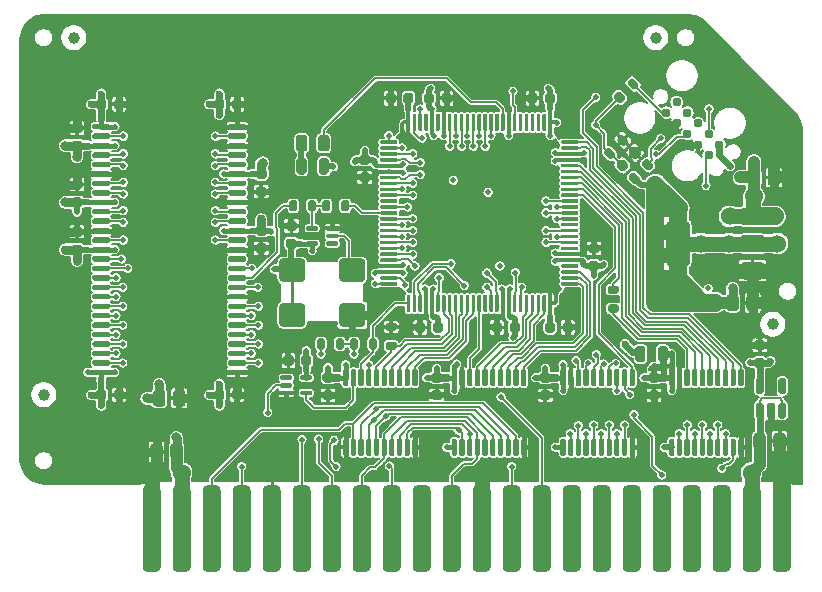
<source format=gtl>
G04 #@! TF.GenerationSoftware,KiCad,Pcbnew,(5.1.10-1-10_14)*
G04 #@! TF.CreationDate,2021-10-29T05:10:37-04:00*
G04 #@! TF.ProjectId,RAM2GS,52414d32-4753-42e6-9b69-6361645f7063,2.0*
G04 #@! TF.SameCoordinates,Original*
G04 #@! TF.FileFunction,Copper,L1,Top*
G04 #@! TF.FilePolarity,Positive*
%FSLAX46Y46*%
G04 Gerber Fmt 4.6, Leading zero omitted, Abs format (unit mm)*
G04 Created by KiCad (PCBNEW (5.1.10-1-10_14)) date 2021-10-29 05:10:37*
%MOMM*%
%LPD*%
G01*
G04 APERTURE LIST*
G04 #@! TA.AperFunction,SMDPad,CuDef*
%ADD10C,1.000000*%
G04 #@! TD*
G04 #@! TA.AperFunction,ConnectorPad*
%ADD11C,0.787400*%
G04 #@! TD*
G04 #@! TA.AperFunction,ComponentPad*
%ADD12C,2.000000*%
G04 #@! TD*
G04 #@! TA.AperFunction,ViaPad*
%ADD13C,0.500000*%
G04 #@! TD*
G04 #@! TA.AperFunction,ViaPad*
%ADD14C,0.800000*%
G04 #@! TD*
G04 #@! TA.AperFunction,ViaPad*
%ADD15C,0.762000*%
G04 #@! TD*
G04 #@! TA.AperFunction,ViaPad*
%ADD16C,1.524000*%
G04 #@! TD*
G04 #@! TA.AperFunction,ViaPad*
%ADD17C,1.000000*%
G04 #@! TD*
G04 #@! TA.AperFunction,ViaPad*
%ADD18C,0.600000*%
G04 #@! TD*
G04 #@! TA.AperFunction,ViaPad*
%ADD19C,0.508000*%
G04 #@! TD*
G04 #@! TA.AperFunction,Conductor*
%ADD20C,0.450000*%
G04 #@! TD*
G04 #@! TA.AperFunction,Conductor*
%ADD21C,0.800000*%
G04 #@! TD*
G04 #@! TA.AperFunction,Conductor*
%ADD22C,0.508000*%
G04 #@! TD*
G04 #@! TA.AperFunction,Conductor*
%ADD23C,0.762000*%
G04 #@! TD*
G04 #@! TA.AperFunction,Conductor*
%ADD24C,1.270000*%
G04 #@! TD*
G04 #@! TA.AperFunction,Conductor*
%ADD25C,1.524000*%
G04 #@! TD*
G04 #@! TA.AperFunction,Conductor*
%ADD26C,1.000000*%
G04 #@! TD*
G04 #@! TA.AperFunction,Conductor*
%ADD27C,0.400000*%
G04 #@! TD*
G04 #@! TA.AperFunction,Conductor*
%ADD28C,0.250000*%
G04 #@! TD*
G04 #@! TA.AperFunction,Conductor*
%ADD29C,0.500000*%
G04 #@! TD*
G04 #@! TA.AperFunction,Conductor*
%ADD30C,0.600000*%
G04 #@! TD*
G04 #@! TA.AperFunction,Conductor*
%ADD31C,0.300000*%
G04 #@! TD*
G04 #@! TA.AperFunction,Conductor*
%ADD32C,0.150000*%
G04 #@! TD*
G04 #@! TA.AperFunction,Conductor*
%ADD33C,0.700000*%
G04 #@! TD*
G04 #@! TA.AperFunction,Conductor*
%ADD34C,0.895000*%
G04 #@! TD*
G04 #@! TA.AperFunction,Conductor*
%ADD35C,0.254000*%
G04 #@! TD*
G04 #@! TA.AperFunction,Conductor*
%ADD36C,0.100000*%
G04 #@! TD*
G04 #@! TA.AperFunction,Conductor*
%ADD37C,0.152400*%
G04 #@! TD*
G04 APERTURE END LIST*
G04 #@! TA.AperFunction,SMDPad,CuDef*
G36*
G01*
X74450000Y-119950000D02*
X74450000Y-119350000D01*
G75*
G02*
X74625000Y-119175000I175000J0D01*
G01*
X74975000Y-119175000D01*
G75*
G02*
X75150000Y-119350000I0J-175000D01*
G01*
X75150000Y-119950000D01*
G75*
G02*
X74975000Y-120125000I-175000J0D01*
G01*
X74625000Y-120125000D01*
G75*
G02*
X74450000Y-119950000I0J175000D01*
G01*
G37*
G04 #@! TD.AperFunction*
G04 #@! TA.AperFunction,SMDPad,CuDef*
G36*
G01*
X76050000Y-119950000D02*
X76050000Y-119350000D01*
G75*
G02*
X76225000Y-119175000I175000J0D01*
G01*
X76575000Y-119175000D01*
G75*
G02*
X76750000Y-119350000I0J-175000D01*
G01*
X76750000Y-119950000D01*
G75*
G02*
X76575000Y-120125000I-175000J0D01*
G01*
X76225000Y-120125000D01*
G75*
G02*
X76050000Y-119950000I0J175000D01*
G01*
G37*
G04 #@! TD.AperFunction*
G04 #@! TA.AperFunction,SMDPad,CuDef*
G36*
G01*
X101812500Y-123225000D02*
X101587500Y-123225000D01*
G75*
G02*
X101475000Y-123112500I0J112500D01*
G01*
X101475000Y-121887500D01*
G75*
G02*
X101587500Y-121775000I112500J0D01*
G01*
X101812500Y-121775000D01*
G75*
G02*
X101925000Y-121887500I0J-112500D01*
G01*
X101925000Y-123112500D01*
G75*
G02*
X101812500Y-123225000I-112500J0D01*
G01*
G37*
G04 #@! TD.AperFunction*
G04 #@! TA.AperFunction,SMDPad,CuDef*
G36*
G01*
X102462500Y-123225000D02*
X102237500Y-123225000D01*
G75*
G02*
X102125000Y-123112500I0J112500D01*
G01*
X102125000Y-121887500D01*
G75*
G02*
X102237500Y-121775000I112500J0D01*
G01*
X102462500Y-121775000D01*
G75*
G02*
X102575000Y-121887500I0J-112500D01*
G01*
X102575000Y-123112500D01*
G75*
G02*
X102462500Y-123225000I-112500J0D01*
G01*
G37*
G04 #@! TD.AperFunction*
G04 #@! TA.AperFunction,SMDPad,CuDef*
G36*
G01*
X103112500Y-123225000D02*
X102887500Y-123225000D01*
G75*
G02*
X102775000Y-123112500I0J112500D01*
G01*
X102775000Y-121887500D01*
G75*
G02*
X102887500Y-121775000I112500J0D01*
G01*
X103112500Y-121775000D01*
G75*
G02*
X103225000Y-121887500I0J-112500D01*
G01*
X103225000Y-123112500D01*
G75*
G02*
X103112500Y-123225000I-112500J0D01*
G01*
G37*
G04 #@! TD.AperFunction*
G04 #@! TA.AperFunction,SMDPad,CuDef*
G36*
G01*
X103762500Y-123225000D02*
X103537500Y-123225000D01*
G75*
G02*
X103425000Y-123112500I0J112500D01*
G01*
X103425000Y-121887500D01*
G75*
G02*
X103537500Y-121775000I112500J0D01*
G01*
X103762500Y-121775000D01*
G75*
G02*
X103875000Y-121887500I0J-112500D01*
G01*
X103875000Y-123112500D01*
G75*
G02*
X103762500Y-123225000I-112500J0D01*
G01*
G37*
G04 #@! TD.AperFunction*
G04 #@! TA.AperFunction,SMDPad,CuDef*
G36*
G01*
X104412500Y-123225000D02*
X104187500Y-123225000D01*
G75*
G02*
X104075000Y-123112500I0J112500D01*
G01*
X104075000Y-121887500D01*
G75*
G02*
X104187500Y-121775000I112500J0D01*
G01*
X104412500Y-121775000D01*
G75*
G02*
X104525000Y-121887500I0J-112500D01*
G01*
X104525000Y-123112500D01*
G75*
G02*
X104412500Y-123225000I-112500J0D01*
G01*
G37*
G04 #@! TD.AperFunction*
G04 #@! TA.AperFunction,SMDPad,CuDef*
G36*
G01*
X105062500Y-123225000D02*
X104837500Y-123225000D01*
G75*
G02*
X104725000Y-123112500I0J112500D01*
G01*
X104725000Y-121887500D01*
G75*
G02*
X104837500Y-121775000I112500J0D01*
G01*
X105062500Y-121775000D01*
G75*
G02*
X105175000Y-121887500I0J-112500D01*
G01*
X105175000Y-123112500D01*
G75*
G02*
X105062500Y-123225000I-112500J0D01*
G01*
G37*
G04 #@! TD.AperFunction*
G04 #@! TA.AperFunction,SMDPad,CuDef*
G36*
G01*
X105712500Y-123225000D02*
X105487500Y-123225000D01*
G75*
G02*
X105375000Y-123112500I0J112500D01*
G01*
X105375000Y-121887500D01*
G75*
G02*
X105487500Y-121775000I112500J0D01*
G01*
X105712500Y-121775000D01*
G75*
G02*
X105825000Y-121887500I0J-112500D01*
G01*
X105825000Y-123112500D01*
G75*
G02*
X105712500Y-123225000I-112500J0D01*
G01*
G37*
G04 #@! TD.AperFunction*
G04 #@! TA.AperFunction,SMDPad,CuDef*
G36*
G01*
X106362500Y-123225000D02*
X106137500Y-123225000D01*
G75*
G02*
X106025000Y-123112500I0J112500D01*
G01*
X106025000Y-121887500D01*
G75*
G02*
X106137500Y-121775000I112500J0D01*
G01*
X106362500Y-121775000D01*
G75*
G02*
X106475000Y-121887500I0J-112500D01*
G01*
X106475000Y-123112500D01*
G75*
G02*
X106362500Y-123225000I-112500J0D01*
G01*
G37*
G04 #@! TD.AperFunction*
G04 #@! TA.AperFunction,SMDPad,CuDef*
G36*
G01*
X107012500Y-123225000D02*
X106787500Y-123225000D01*
G75*
G02*
X106675000Y-123112500I0J112500D01*
G01*
X106675000Y-121887500D01*
G75*
G02*
X106787500Y-121775000I112500J0D01*
G01*
X107012500Y-121775000D01*
G75*
G02*
X107125000Y-121887500I0J-112500D01*
G01*
X107125000Y-123112500D01*
G75*
G02*
X107012500Y-123225000I-112500J0D01*
G01*
G37*
G04 #@! TD.AperFunction*
G04 #@! TA.AperFunction,SMDPad,CuDef*
G36*
G01*
X107662500Y-123225000D02*
X107437500Y-123225000D01*
G75*
G02*
X107325000Y-123112500I0J112500D01*
G01*
X107325000Y-121887500D01*
G75*
G02*
X107437500Y-121775000I112500J0D01*
G01*
X107662500Y-121775000D01*
G75*
G02*
X107775000Y-121887500I0J-112500D01*
G01*
X107775000Y-123112500D01*
G75*
G02*
X107662500Y-123225000I-112500J0D01*
G01*
G37*
G04 #@! TD.AperFunction*
G04 #@! TA.AperFunction,SMDPad,CuDef*
G36*
G01*
X107662500Y-129125000D02*
X107437500Y-129125000D01*
G75*
G02*
X107325000Y-129012500I0J112500D01*
G01*
X107325000Y-127787500D01*
G75*
G02*
X107437500Y-127675000I112500J0D01*
G01*
X107662500Y-127675000D01*
G75*
G02*
X107775000Y-127787500I0J-112500D01*
G01*
X107775000Y-129012500D01*
G75*
G02*
X107662500Y-129125000I-112500J0D01*
G01*
G37*
G04 #@! TD.AperFunction*
G04 #@! TA.AperFunction,SMDPad,CuDef*
G36*
G01*
X107012500Y-129125000D02*
X106787500Y-129125000D01*
G75*
G02*
X106675000Y-129012500I0J112500D01*
G01*
X106675000Y-127787500D01*
G75*
G02*
X106787500Y-127675000I112500J0D01*
G01*
X107012500Y-127675000D01*
G75*
G02*
X107125000Y-127787500I0J-112500D01*
G01*
X107125000Y-129012500D01*
G75*
G02*
X107012500Y-129125000I-112500J0D01*
G01*
G37*
G04 #@! TD.AperFunction*
G04 #@! TA.AperFunction,SMDPad,CuDef*
G36*
G01*
X106362500Y-129125000D02*
X106137500Y-129125000D01*
G75*
G02*
X106025000Y-129012500I0J112500D01*
G01*
X106025000Y-127787500D01*
G75*
G02*
X106137500Y-127675000I112500J0D01*
G01*
X106362500Y-127675000D01*
G75*
G02*
X106475000Y-127787500I0J-112500D01*
G01*
X106475000Y-129012500D01*
G75*
G02*
X106362500Y-129125000I-112500J0D01*
G01*
G37*
G04 #@! TD.AperFunction*
G04 #@! TA.AperFunction,SMDPad,CuDef*
G36*
G01*
X105712500Y-129125000D02*
X105487500Y-129125000D01*
G75*
G02*
X105375000Y-129012500I0J112500D01*
G01*
X105375000Y-127787500D01*
G75*
G02*
X105487500Y-127675000I112500J0D01*
G01*
X105712500Y-127675000D01*
G75*
G02*
X105825000Y-127787500I0J-112500D01*
G01*
X105825000Y-129012500D01*
G75*
G02*
X105712500Y-129125000I-112500J0D01*
G01*
G37*
G04 #@! TD.AperFunction*
G04 #@! TA.AperFunction,SMDPad,CuDef*
G36*
G01*
X105062500Y-129125000D02*
X104837500Y-129125000D01*
G75*
G02*
X104725000Y-129012500I0J112500D01*
G01*
X104725000Y-127787500D01*
G75*
G02*
X104837500Y-127675000I112500J0D01*
G01*
X105062500Y-127675000D01*
G75*
G02*
X105175000Y-127787500I0J-112500D01*
G01*
X105175000Y-129012500D01*
G75*
G02*
X105062500Y-129125000I-112500J0D01*
G01*
G37*
G04 #@! TD.AperFunction*
G04 #@! TA.AperFunction,SMDPad,CuDef*
G36*
G01*
X104412500Y-129125000D02*
X104187500Y-129125000D01*
G75*
G02*
X104075000Y-129012500I0J112500D01*
G01*
X104075000Y-127787500D01*
G75*
G02*
X104187500Y-127675000I112500J0D01*
G01*
X104412500Y-127675000D01*
G75*
G02*
X104525000Y-127787500I0J-112500D01*
G01*
X104525000Y-129012500D01*
G75*
G02*
X104412500Y-129125000I-112500J0D01*
G01*
G37*
G04 #@! TD.AperFunction*
G04 #@! TA.AperFunction,SMDPad,CuDef*
G36*
G01*
X103762500Y-129125000D02*
X103537500Y-129125000D01*
G75*
G02*
X103425000Y-129012500I0J112500D01*
G01*
X103425000Y-127787500D01*
G75*
G02*
X103537500Y-127675000I112500J0D01*
G01*
X103762500Y-127675000D01*
G75*
G02*
X103875000Y-127787500I0J-112500D01*
G01*
X103875000Y-129012500D01*
G75*
G02*
X103762500Y-129125000I-112500J0D01*
G01*
G37*
G04 #@! TD.AperFunction*
G04 #@! TA.AperFunction,SMDPad,CuDef*
G36*
G01*
X103112500Y-129125000D02*
X102887500Y-129125000D01*
G75*
G02*
X102775000Y-129012500I0J112500D01*
G01*
X102775000Y-127787500D01*
G75*
G02*
X102887500Y-127675000I112500J0D01*
G01*
X103112500Y-127675000D01*
G75*
G02*
X103225000Y-127787500I0J-112500D01*
G01*
X103225000Y-129012500D01*
G75*
G02*
X103112500Y-129125000I-112500J0D01*
G01*
G37*
G04 #@! TD.AperFunction*
G04 #@! TA.AperFunction,SMDPad,CuDef*
G36*
G01*
X102462500Y-129125000D02*
X102237500Y-129125000D01*
G75*
G02*
X102125000Y-129012500I0J112500D01*
G01*
X102125000Y-127787500D01*
G75*
G02*
X102237500Y-127675000I112500J0D01*
G01*
X102462500Y-127675000D01*
G75*
G02*
X102575000Y-127787500I0J-112500D01*
G01*
X102575000Y-129012500D01*
G75*
G02*
X102462500Y-129125000I-112500J0D01*
G01*
G37*
G04 #@! TD.AperFunction*
G04 #@! TA.AperFunction,SMDPad,CuDef*
G36*
G01*
X101812500Y-129125000D02*
X101587500Y-129125000D01*
G75*
G02*
X101475000Y-129012500I0J112500D01*
G01*
X101475000Y-127787500D01*
G75*
G02*
X101587500Y-127675000I112500J0D01*
G01*
X101812500Y-127675000D01*
G75*
G02*
X101925000Y-127787500I0J-112500D01*
G01*
X101925000Y-129012500D01*
G75*
G02*
X101812500Y-129125000I-112500J0D01*
G01*
G37*
G04 #@! TD.AperFunction*
G04 #@! TA.AperFunction,SMDPad,CuDef*
G36*
G01*
X64145000Y-101364500D02*
X64145000Y-101135500D01*
G75*
G02*
X64259500Y-101021000I114500J0D01*
G01*
X65540500Y-101021000D01*
G75*
G02*
X65655000Y-101135500I0J-114500D01*
G01*
X65655000Y-101364500D01*
G75*
G02*
X65540500Y-101479000I-114500J0D01*
G01*
X64259500Y-101479000D01*
G75*
G02*
X64145000Y-101364500I0J114500D01*
G01*
G37*
G04 #@! TD.AperFunction*
G04 #@! TA.AperFunction,SMDPad,CuDef*
G36*
G01*
X64145000Y-102164500D02*
X64145000Y-101935500D01*
G75*
G02*
X64259500Y-101821000I114500J0D01*
G01*
X65540500Y-101821000D01*
G75*
G02*
X65655000Y-101935500I0J-114500D01*
G01*
X65655000Y-102164500D01*
G75*
G02*
X65540500Y-102279000I-114500J0D01*
G01*
X64259500Y-102279000D01*
G75*
G02*
X64145000Y-102164500I0J114500D01*
G01*
G37*
G04 #@! TD.AperFunction*
G04 #@! TA.AperFunction,SMDPad,CuDef*
G36*
G01*
X64145000Y-102964500D02*
X64145000Y-102735500D01*
G75*
G02*
X64259500Y-102621000I114500J0D01*
G01*
X65540500Y-102621000D01*
G75*
G02*
X65655000Y-102735500I0J-114500D01*
G01*
X65655000Y-102964500D01*
G75*
G02*
X65540500Y-103079000I-114500J0D01*
G01*
X64259500Y-103079000D01*
G75*
G02*
X64145000Y-102964500I0J114500D01*
G01*
G37*
G04 #@! TD.AperFunction*
G04 #@! TA.AperFunction,SMDPad,CuDef*
G36*
G01*
X64145000Y-103764500D02*
X64145000Y-103535500D01*
G75*
G02*
X64259500Y-103421000I114500J0D01*
G01*
X65540500Y-103421000D01*
G75*
G02*
X65655000Y-103535500I0J-114500D01*
G01*
X65655000Y-103764500D01*
G75*
G02*
X65540500Y-103879000I-114500J0D01*
G01*
X64259500Y-103879000D01*
G75*
G02*
X64145000Y-103764500I0J114500D01*
G01*
G37*
G04 #@! TD.AperFunction*
G04 #@! TA.AperFunction,SMDPad,CuDef*
G36*
G01*
X64145000Y-104564500D02*
X64145000Y-104335500D01*
G75*
G02*
X64259500Y-104221000I114500J0D01*
G01*
X65540500Y-104221000D01*
G75*
G02*
X65655000Y-104335500I0J-114500D01*
G01*
X65655000Y-104564500D01*
G75*
G02*
X65540500Y-104679000I-114500J0D01*
G01*
X64259500Y-104679000D01*
G75*
G02*
X64145000Y-104564500I0J114500D01*
G01*
G37*
G04 #@! TD.AperFunction*
G04 #@! TA.AperFunction,SMDPad,CuDef*
G36*
G01*
X64145000Y-105364500D02*
X64145000Y-105135500D01*
G75*
G02*
X64259500Y-105021000I114500J0D01*
G01*
X65540500Y-105021000D01*
G75*
G02*
X65655000Y-105135500I0J-114500D01*
G01*
X65655000Y-105364500D01*
G75*
G02*
X65540500Y-105479000I-114500J0D01*
G01*
X64259500Y-105479000D01*
G75*
G02*
X64145000Y-105364500I0J114500D01*
G01*
G37*
G04 #@! TD.AperFunction*
G04 #@! TA.AperFunction,SMDPad,CuDef*
G36*
G01*
X64145000Y-106164500D02*
X64145000Y-105935500D01*
G75*
G02*
X64259500Y-105821000I114500J0D01*
G01*
X65540500Y-105821000D01*
G75*
G02*
X65655000Y-105935500I0J-114500D01*
G01*
X65655000Y-106164500D01*
G75*
G02*
X65540500Y-106279000I-114500J0D01*
G01*
X64259500Y-106279000D01*
G75*
G02*
X64145000Y-106164500I0J114500D01*
G01*
G37*
G04 #@! TD.AperFunction*
G04 #@! TA.AperFunction,SMDPad,CuDef*
G36*
G01*
X64145000Y-106964500D02*
X64145000Y-106735500D01*
G75*
G02*
X64259500Y-106621000I114500J0D01*
G01*
X65540500Y-106621000D01*
G75*
G02*
X65655000Y-106735500I0J-114500D01*
G01*
X65655000Y-106964500D01*
G75*
G02*
X65540500Y-107079000I-114500J0D01*
G01*
X64259500Y-107079000D01*
G75*
G02*
X64145000Y-106964500I0J114500D01*
G01*
G37*
G04 #@! TD.AperFunction*
G04 #@! TA.AperFunction,SMDPad,CuDef*
G36*
G01*
X64145000Y-107764500D02*
X64145000Y-107535500D01*
G75*
G02*
X64259500Y-107421000I114500J0D01*
G01*
X65540500Y-107421000D01*
G75*
G02*
X65655000Y-107535500I0J-114500D01*
G01*
X65655000Y-107764500D01*
G75*
G02*
X65540500Y-107879000I-114500J0D01*
G01*
X64259500Y-107879000D01*
G75*
G02*
X64145000Y-107764500I0J114500D01*
G01*
G37*
G04 #@! TD.AperFunction*
G04 #@! TA.AperFunction,SMDPad,CuDef*
G36*
G01*
X64145000Y-108564500D02*
X64145000Y-108335500D01*
G75*
G02*
X64259500Y-108221000I114500J0D01*
G01*
X65540500Y-108221000D01*
G75*
G02*
X65655000Y-108335500I0J-114500D01*
G01*
X65655000Y-108564500D01*
G75*
G02*
X65540500Y-108679000I-114500J0D01*
G01*
X64259500Y-108679000D01*
G75*
G02*
X64145000Y-108564500I0J114500D01*
G01*
G37*
G04 #@! TD.AperFunction*
G04 #@! TA.AperFunction,SMDPad,CuDef*
G36*
G01*
X64145000Y-109364500D02*
X64145000Y-109135500D01*
G75*
G02*
X64259500Y-109021000I114500J0D01*
G01*
X65540500Y-109021000D01*
G75*
G02*
X65655000Y-109135500I0J-114500D01*
G01*
X65655000Y-109364500D01*
G75*
G02*
X65540500Y-109479000I-114500J0D01*
G01*
X64259500Y-109479000D01*
G75*
G02*
X64145000Y-109364500I0J114500D01*
G01*
G37*
G04 #@! TD.AperFunction*
G04 #@! TA.AperFunction,SMDPad,CuDef*
G36*
G01*
X64145000Y-110164500D02*
X64145000Y-109935500D01*
G75*
G02*
X64259500Y-109821000I114500J0D01*
G01*
X65540500Y-109821000D01*
G75*
G02*
X65655000Y-109935500I0J-114500D01*
G01*
X65655000Y-110164500D01*
G75*
G02*
X65540500Y-110279000I-114500J0D01*
G01*
X64259500Y-110279000D01*
G75*
G02*
X64145000Y-110164500I0J114500D01*
G01*
G37*
G04 #@! TD.AperFunction*
G04 #@! TA.AperFunction,SMDPad,CuDef*
G36*
G01*
X64145000Y-110964500D02*
X64145000Y-110735500D01*
G75*
G02*
X64259500Y-110621000I114500J0D01*
G01*
X65540500Y-110621000D01*
G75*
G02*
X65655000Y-110735500I0J-114500D01*
G01*
X65655000Y-110964500D01*
G75*
G02*
X65540500Y-111079000I-114500J0D01*
G01*
X64259500Y-111079000D01*
G75*
G02*
X64145000Y-110964500I0J114500D01*
G01*
G37*
G04 #@! TD.AperFunction*
G04 #@! TA.AperFunction,SMDPad,CuDef*
G36*
G01*
X64145000Y-111764500D02*
X64145000Y-111535500D01*
G75*
G02*
X64259500Y-111421000I114500J0D01*
G01*
X65540500Y-111421000D01*
G75*
G02*
X65655000Y-111535500I0J-114500D01*
G01*
X65655000Y-111764500D01*
G75*
G02*
X65540500Y-111879000I-114500J0D01*
G01*
X64259500Y-111879000D01*
G75*
G02*
X64145000Y-111764500I0J114500D01*
G01*
G37*
G04 #@! TD.AperFunction*
G04 #@! TA.AperFunction,SMDPad,CuDef*
G36*
G01*
X64145000Y-112564500D02*
X64145000Y-112335500D01*
G75*
G02*
X64259500Y-112221000I114500J0D01*
G01*
X65540500Y-112221000D01*
G75*
G02*
X65655000Y-112335500I0J-114500D01*
G01*
X65655000Y-112564500D01*
G75*
G02*
X65540500Y-112679000I-114500J0D01*
G01*
X64259500Y-112679000D01*
G75*
G02*
X64145000Y-112564500I0J114500D01*
G01*
G37*
G04 #@! TD.AperFunction*
G04 #@! TA.AperFunction,SMDPad,CuDef*
G36*
G01*
X64145000Y-113364500D02*
X64145000Y-113135500D01*
G75*
G02*
X64259500Y-113021000I114500J0D01*
G01*
X65540500Y-113021000D01*
G75*
G02*
X65655000Y-113135500I0J-114500D01*
G01*
X65655000Y-113364500D01*
G75*
G02*
X65540500Y-113479000I-114500J0D01*
G01*
X64259500Y-113479000D01*
G75*
G02*
X64145000Y-113364500I0J114500D01*
G01*
G37*
G04 #@! TD.AperFunction*
G04 #@! TA.AperFunction,SMDPad,CuDef*
G36*
G01*
X64145000Y-114164500D02*
X64145000Y-113935500D01*
G75*
G02*
X64259500Y-113821000I114500J0D01*
G01*
X65540500Y-113821000D01*
G75*
G02*
X65655000Y-113935500I0J-114500D01*
G01*
X65655000Y-114164500D01*
G75*
G02*
X65540500Y-114279000I-114500J0D01*
G01*
X64259500Y-114279000D01*
G75*
G02*
X64145000Y-114164500I0J114500D01*
G01*
G37*
G04 #@! TD.AperFunction*
G04 #@! TA.AperFunction,SMDPad,CuDef*
G36*
G01*
X64145000Y-114964500D02*
X64145000Y-114735500D01*
G75*
G02*
X64259500Y-114621000I114500J0D01*
G01*
X65540500Y-114621000D01*
G75*
G02*
X65655000Y-114735500I0J-114500D01*
G01*
X65655000Y-114964500D01*
G75*
G02*
X65540500Y-115079000I-114500J0D01*
G01*
X64259500Y-115079000D01*
G75*
G02*
X64145000Y-114964500I0J114500D01*
G01*
G37*
G04 #@! TD.AperFunction*
G04 #@! TA.AperFunction,SMDPad,CuDef*
G36*
G01*
X64145000Y-115764500D02*
X64145000Y-115535500D01*
G75*
G02*
X64259500Y-115421000I114500J0D01*
G01*
X65540500Y-115421000D01*
G75*
G02*
X65655000Y-115535500I0J-114500D01*
G01*
X65655000Y-115764500D01*
G75*
G02*
X65540500Y-115879000I-114500J0D01*
G01*
X64259500Y-115879000D01*
G75*
G02*
X64145000Y-115764500I0J114500D01*
G01*
G37*
G04 #@! TD.AperFunction*
G04 #@! TA.AperFunction,SMDPad,CuDef*
G36*
G01*
X64145000Y-116564500D02*
X64145000Y-116335500D01*
G75*
G02*
X64259500Y-116221000I114500J0D01*
G01*
X65540500Y-116221000D01*
G75*
G02*
X65655000Y-116335500I0J-114500D01*
G01*
X65655000Y-116564500D01*
G75*
G02*
X65540500Y-116679000I-114500J0D01*
G01*
X64259500Y-116679000D01*
G75*
G02*
X64145000Y-116564500I0J114500D01*
G01*
G37*
G04 #@! TD.AperFunction*
G04 #@! TA.AperFunction,SMDPad,CuDef*
G36*
G01*
X64145000Y-117364500D02*
X64145000Y-117135500D01*
G75*
G02*
X64259500Y-117021000I114500J0D01*
G01*
X65540500Y-117021000D01*
G75*
G02*
X65655000Y-117135500I0J-114500D01*
G01*
X65655000Y-117364500D01*
G75*
G02*
X65540500Y-117479000I-114500J0D01*
G01*
X64259500Y-117479000D01*
G75*
G02*
X64145000Y-117364500I0J114500D01*
G01*
G37*
G04 #@! TD.AperFunction*
G04 #@! TA.AperFunction,SMDPad,CuDef*
G36*
G01*
X64145000Y-118164500D02*
X64145000Y-117935500D01*
G75*
G02*
X64259500Y-117821000I114500J0D01*
G01*
X65540500Y-117821000D01*
G75*
G02*
X65655000Y-117935500I0J-114500D01*
G01*
X65655000Y-118164500D01*
G75*
G02*
X65540500Y-118279000I-114500J0D01*
G01*
X64259500Y-118279000D01*
G75*
G02*
X64145000Y-118164500I0J114500D01*
G01*
G37*
G04 #@! TD.AperFunction*
G04 #@! TA.AperFunction,SMDPad,CuDef*
G36*
G01*
X64145000Y-118964500D02*
X64145000Y-118735500D01*
G75*
G02*
X64259500Y-118621000I114500J0D01*
G01*
X65540500Y-118621000D01*
G75*
G02*
X65655000Y-118735500I0J-114500D01*
G01*
X65655000Y-118964500D01*
G75*
G02*
X65540500Y-119079000I-114500J0D01*
G01*
X64259500Y-119079000D01*
G75*
G02*
X64145000Y-118964500I0J114500D01*
G01*
G37*
G04 #@! TD.AperFunction*
G04 #@! TA.AperFunction,SMDPad,CuDef*
G36*
G01*
X64145000Y-119764500D02*
X64145000Y-119535500D01*
G75*
G02*
X64259500Y-119421000I114500J0D01*
G01*
X65540500Y-119421000D01*
G75*
G02*
X65655000Y-119535500I0J-114500D01*
G01*
X65655000Y-119764500D01*
G75*
G02*
X65540500Y-119879000I-114500J0D01*
G01*
X64259500Y-119879000D01*
G75*
G02*
X64145000Y-119764500I0J114500D01*
G01*
G37*
G04 #@! TD.AperFunction*
G04 #@! TA.AperFunction,SMDPad,CuDef*
G36*
G01*
X64145000Y-120564500D02*
X64145000Y-120335500D01*
G75*
G02*
X64259500Y-120221000I114500J0D01*
G01*
X65540500Y-120221000D01*
G75*
G02*
X65655000Y-120335500I0J-114500D01*
G01*
X65655000Y-120564500D01*
G75*
G02*
X65540500Y-120679000I-114500J0D01*
G01*
X64259500Y-120679000D01*
G75*
G02*
X64145000Y-120564500I0J114500D01*
G01*
G37*
G04 #@! TD.AperFunction*
G04 #@! TA.AperFunction,SMDPad,CuDef*
G36*
G01*
X64145000Y-121364500D02*
X64145000Y-121135500D01*
G75*
G02*
X64259500Y-121021000I114500J0D01*
G01*
X65540500Y-121021000D01*
G75*
G02*
X65655000Y-121135500I0J-114500D01*
G01*
X65655000Y-121364500D01*
G75*
G02*
X65540500Y-121479000I-114500J0D01*
G01*
X64259500Y-121479000D01*
G75*
G02*
X64145000Y-121364500I0J114500D01*
G01*
G37*
G04 #@! TD.AperFunction*
G04 #@! TA.AperFunction,SMDPad,CuDef*
G36*
G01*
X64145000Y-122164500D02*
X64145000Y-121935500D01*
G75*
G02*
X64259500Y-121821000I114500J0D01*
G01*
X65540500Y-121821000D01*
G75*
G02*
X65655000Y-121935500I0J-114500D01*
G01*
X65655000Y-122164500D01*
G75*
G02*
X65540500Y-122279000I-114500J0D01*
G01*
X64259500Y-122279000D01*
G75*
G02*
X64145000Y-122164500I0J114500D01*
G01*
G37*
G04 #@! TD.AperFunction*
G04 #@! TA.AperFunction,SMDPad,CuDef*
G36*
G01*
X52645000Y-122164500D02*
X52645000Y-121935500D01*
G75*
G02*
X52759500Y-121821000I114500J0D01*
G01*
X54040500Y-121821000D01*
G75*
G02*
X54155000Y-121935500I0J-114500D01*
G01*
X54155000Y-122164500D01*
G75*
G02*
X54040500Y-122279000I-114500J0D01*
G01*
X52759500Y-122279000D01*
G75*
G02*
X52645000Y-122164500I0J114500D01*
G01*
G37*
G04 #@! TD.AperFunction*
G04 #@! TA.AperFunction,SMDPad,CuDef*
G36*
G01*
X52645000Y-121364500D02*
X52645000Y-121135500D01*
G75*
G02*
X52759500Y-121021000I114500J0D01*
G01*
X54040500Y-121021000D01*
G75*
G02*
X54155000Y-121135500I0J-114500D01*
G01*
X54155000Y-121364500D01*
G75*
G02*
X54040500Y-121479000I-114500J0D01*
G01*
X52759500Y-121479000D01*
G75*
G02*
X52645000Y-121364500I0J114500D01*
G01*
G37*
G04 #@! TD.AperFunction*
G04 #@! TA.AperFunction,SMDPad,CuDef*
G36*
G01*
X52645000Y-120564500D02*
X52645000Y-120335500D01*
G75*
G02*
X52759500Y-120221000I114500J0D01*
G01*
X54040500Y-120221000D01*
G75*
G02*
X54155000Y-120335500I0J-114500D01*
G01*
X54155000Y-120564500D01*
G75*
G02*
X54040500Y-120679000I-114500J0D01*
G01*
X52759500Y-120679000D01*
G75*
G02*
X52645000Y-120564500I0J114500D01*
G01*
G37*
G04 #@! TD.AperFunction*
G04 #@! TA.AperFunction,SMDPad,CuDef*
G36*
G01*
X52645000Y-119764500D02*
X52645000Y-119535500D01*
G75*
G02*
X52759500Y-119421000I114500J0D01*
G01*
X54040500Y-119421000D01*
G75*
G02*
X54155000Y-119535500I0J-114500D01*
G01*
X54155000Y-119764500D01*
G75*
G02*
X54040500Y-119879000I-114500J0D01*
G01*
X52759500Y-119879000D01*
G75*
G02*
X52645000Y-119764500I0J114500D01*
G01*
G37*
G04 #@! TD.AperFunction*
G04 #@! TA.AperFunction,SMDPad,CuDef*
G36*
G01*
X52645000Y-118964500D02*
X52645000Y-118735500D01*
G75*
G02*
X52759500Y-118621000I114500J0D01*
G01*
X54040500Y-118621000D01*
G75*
G02*
X54155000Y-118735500I0J-114500D01*
G01*
X54155000Y-118964500D01*
G75*
G02*
X54040500Y-119079000I-114500J0D01*
G01*
X52759500Y-119079000D01*
G75*
G02*
X52645000Y-118964500I0J114500D01*
G01*
G37*
G04 #@! TD.AperFunction*
G04 #@! TA.AperFunction,SMDPad,CuDef*
G36*
G01*
X52645000Y-118164500D02*
X52645000Y-117935500D01*
G75*
G02*
X52759500Y-117821000I114500J0D01*
G01*
X54040500Y-117821000D01*
G75*
G02*
X54155000Y-117935500I0J-114500D01*
G01*
X54155000Y-118164500D01*
G75*
G02*
X54040500Y-118279000I-114500J0D01*
G01*
X52759500Y-118279000D01*
G75*
G02*
X52645000Y-118164500I0J114500D01*
G01*
G37*
G04 #@! TD.AperFunction*
G04 #@! TA.AperFunction,SMDPad,CuDef*
G36*
G01*
X52645000Y-117364500D02*
X52645000Y-117135500D01*
G75*
G02*
X52759500Y-117021000I114500J0D01*
G01*
X54040500Y-117021000D01*
G75*
G02*
X54155000Y-117135500I0J-114500D01*
G01*
X54155000Y-117364500D01*
G75*
G02*
X54040500Y-117479000I-114500J0D01*
G01*
X52759500Y-117479000D01*
G75*
G02*
X52645000Y-117364500I0J114500D01*
G01*
G37*
G04 #@! TD.AperFunction*
G04 #@! TA.AperFunction,SMDPad,CuDef*
G36*
G01*
X52645000Y-116564500D02*
X52645000Y-116335500D01*
G75*
G02*
X52759500Y-116221000I114500J0D01*
G01*
X54040500Y-116221000D01*
G75*
G02*
X54155000Y-116335500I0J-114500D01*
G01*
X54155000Y-116564500D01*
G75*
G02*
X54040500Y-116679000I-114500J0D01*
G01*
X52759500Y-116679000D01*
G75*
G02*
X52645000Y-116564500I0J114500D01*
G01*
G37*
G04 #@! TD.AperFunction*
G04 #@! TA.AperFunction,SMDPad,CuDef*
G36*
G01*
X52645000Y-115764500D02*
X52645000Y-115535500D01*
G75*
G02*
X52759500Y-115421000I114500J0D01*
G01*
X54040500Y-115421000D01*
G75*
G02*
X54155000Y-115535500I0J-114500D01*
G01*
X54155000Y-115764500D01*
G75*
G02*
X54040500Y-115879000I-114500J0D01*
G01*
X52759500Y-115879000D01*
G75*
G02*
X52645000Y-115764500I0J114500D01*
G01*
G37*
G04 #@! TD.AperFunction*
G04 #@! TA.AperFunction,SMDPad,CuDef*
G36*
G01*
X52645000Y-114964500D02*
X52645000Y-114735500D01*
G75*
G02*
X52759500Y-114621000I114500J0D01*
G01*
X54040500Y-114621000D01*
G75*
G02*
X54155000Y-114735500I0J-114500D01*
G01*
X54155000Y-114964500D01*
G75*
G02*
X54040500Y-115079000I-114500J0D01*
G01*
X52759500Y-115079000D01*
G75*
G02*
X52645000Y-114964500I0J114500D01*
G01*
G37*
G04 #@! TD.AperFunction*
G04 #@! TA.AperFunction,SMDPad,CuDef*
G36*
G01*
X52645000Y-114164500D02*
X52645000Y-113935500D01*
G75*
G02*
X52759500Y-113821000I114500J0D01*
G01*
X54040500Y-113821000D01*
G75*
G02*
X54155000Y-113935500I0J-114500D01*
G01*
X54155000Y-114164500D01*
G75*
G02*
X54040500Y-114279000I-114500J0D01*
G01*
X52759500Y-114279000D01*
G75*
G02*
X52645000Y-114164500I0J114500D01*
G01*
G37*
G04 #@! TD.AperFunction*
G04 #@! TA.AperFunction,SMDPad,CuDef*
G36*
G01*
X52645000Y-113364500D02*
X52645000Y-113135500D01*
G75*
G02*
X52759500Y-113021000I114500J0D01*
G01*
X54040500Y-113021000D01*
G75*
G02*
X54155000Y-113135500I0J-114500D01*
G01*
X54155000Y-113364500D01*
G75*
G02*
X54040500Y-113479000I-114500J0D01*
G01*
X52759500Y-113479000D01*
G75*
G02*
X52645000Y-113364500I0J114500D01*
G01*
G37*
G04 #@! TD.AperFunction*
G04 #@! TA.AperFunction,SMDPad,CuDef*
G36*
G01*
X52645000Y-112564500D02*
X52645000Y-112335500D01*
G75*
G02*
X52759500Y-112221000I114500J0D01*
G01*
X54040500Y-112221000D01*
G75*
G02*
X54155000Y-112335500I0J-114500D01*
G01*
X54155000Y-112564500D01*
G75*
G02*
X54040500Y-112679000I-114500J0D01*
G01*
X52759500Y-112679000D01*
G75*
G02*
X52645000Y-112564500I0J114500D01*
G01*
G37*
G04 #@! TD.AperFunction*
G04 #@! TA.AperFunction,SMDPad,CuDef*
G36*
G01*
X52645000Y-111764500D02*
X52645000Y-111535500D01*
G75*
G02*
X52759500Y-111421000I114500J0D01*
G01*
X54040500Y-111421000D01*
G75*
G02*
X54155000Y-111535500I0J-114500D01*
G01*
X54155000Y-111764500D01*
G75*
G02*
X54040500Y-111879000I-114500J0D01*
G01*
X52759500Y-111879000D01*
G75*
G02*
X52645000Y-111764500I0J114500D01*
G01*
G37*
G04 #@! TD.AperFunction*
G04 #@! TA.AperFunction,SMDPad,CuDef*
G36*
G01*
X52645000Y-110964500D02*
X52645000Y-110735500D01*
G75*
G02*
X52759500Y-110621000I114500J0D01*
G01*
X54040500Y-110621000D01*
G75*
G02*
X54155000Y-110735500I0J-114500D01*
G01*
X54155000Y-110964500D01*
G75*
G02*
X54040500Y-111079000I-114500J0D01*
G01*
X52759500Y-111079000D01*
G75*
G02*
X52645000Y-110964500I0J114500D01*
G01*
G37*
G04 #@! TD.AperFunction*
G04 #@! TA.AperFunction,SMDPad,CuDef*
G36*
G01*
X52645000Y-110164500D02*
X52645000Y-109935500D01*
G75*
G02*
X52759500Y-109821000I114500J0D01*
G01*
X54040500Y-109821000D01*
G75*
G02*
X54155000Y-109935500I0J-114500D01*
G01*
X54155000Y-110164500D01*
G75*
G02*
X54040500Y-110279000I-114500J0D01*
G01*
X52759500Y-110279000D01*
G75*
G02*
X52645000Y-110164500I0J114500D01*
G01*
G37*
G04 #@! TD.AperFunction*
G04 #@! TA.AperFunction,SMDPad,CuDef*
G36*
G01*
X52645000Y-109364500D02*
X52645000Y-109135500D01*
G75*
G02*
X52759500Y-109021000I114500J0D01*
G01*
X54040500Y-109021000D01*
G75*
G02*
X54155000Y-109135500I0J-114500D01*
G01*
X54155000Y-109364500D01*
G75*
G02*
X54040500Y-109479000I-114500J0D01*
G01*
X52759500Y-109479000D01*
G75*
G02*
X52645000Y-109364500I0J114500D01*
G01*
G37*
G04 #@! TD.AperFunction*
G04 #@! TA.AperFunction,SMDPad,CuDef*
G36*
G01*
X52645000Y-108564500D02*
X52645000Y-108335500D01*
G75*
G02*
X52759500Y-108221000I114500J0D01*
G01*
X54040500Y-108221000D01*
G75*
G02*
X54155000Y-108335500I0J-114500D01*
G01*
X54155000Y-108564500D01*
G75*
G02*
X54040500Y-108679000I-114500J0D01*
G01*
X52759500Y-108679000D01*
G75*
G02*
X52645000Y-108564500I0J114500D01*
G01*
G37*
G04 #@! TD.AperFunction*
G04 #@! TA.AperFunction,SMDPad,CuDef*
G36*
G01*
X52645000Y-107764500D02*
X52645000Y-107535500D01*
G75*
G02*
X52759500Y-107421000I114500J0D01*
G01*
X54040500Y-107421000D01*
G75*
G02*
X54155000Y-107535500I0J-114500D01*
G01*
X54155000Y-107764500D01*
G75*
G02*
X54040500Y-107879000I-114500J0D01*
G01*
X52759500Y-107879000D01*
G75*
G02*
X52645000Y-107764500I0J114500D01*
G01*
G37*
G04 #@! TD.AperFunction*
G04 #@! TA.AperFunction,SMDPad,CuDef*
G36*
G01*
X52645000Y-106964500D02*
X52645000Y-106735500D01*
G75*
G02*
X52759500Y-106621000I114500J0D01*
G01*
X54040500Y-106621000D01*
G75*
G02*
X54155000Y-106735500I0J-114500D01*
G01*
X54155000Y-106964500D01*
G75*
G02*
X54040500Y-107079000I-114500J0D01*
G01*
X52759500Y-107079000D01*
G75*
G02*
X52645000Y-106964500I0J114500D01*
G01*
G37*
G04 #@! TD.AperFunction*
G04 #@! TA.AperFunction,SMDPad,CuDef*
G36*
G01*
X52645000Y-106164500D02*
X52645000Y-105935500D01*
G75*
G02*
X52759500Y-105821000I114500J0D01*
G01*
X54040500Y-105821000D01*
G75*
G02*
X54155000Y-105935500I0J-114500D01*
G01*
X54155000Y-106164500D01*
G75*
G02*
X54040500Y-106279000I-114500J0D01*
G01*
X52759500Y-106279000D01*
G75*
G02*
X52645000Y-106164500I0J114500D01*
G01*
G37*
G04 #@! TD.AperFunction*
G04 #@! TA.AperFunction,SMDPad,CuDef*
G36*
G01*
X52645000Y-105364500D02*
X52645000Y-105135500D01*
G75*
G02*
X52759500Y-105021000I114500J0D01*
G01*
X54040500Y-105021000D01*
G75*
G02*
X54155000Y-105135500I0J-114500D01*
G01*
X54155000Y-105364500D01*
G75*
G02*
X54040500Y-105479000I-114500J0D01*
G01*
X52759500Y-105479000D01*
G75*
G02*
X52645000Y-105364500I0J114500D01*
G01*
G37*
G04 #@! TD.AperFunction*
G04 #@! TA.AperFunction,SMDPad,CuDef*
G36*
G01*
X52645000Y-104564500D02*
X52645000Y-104335500D01*
G75*
G02*
X52759500Y-104221000I114500J0D01*
G01*
X54040500Y-104221000D01*
G75*
G02*
X54155000Y-104335500I0J-114500D01*
G01*
X54155000Y-104564500D01*
G75*
G02*
X54040500Y-104679000I-114500J0D01*
G01*
X52759500Y-104679000D01*
G75*
G02*
X52645000Y-104564500I0J114500D01*
G01*
G37*
G04 #@! TD.AperFunction*
G04 #@! TA.AperFunction,SMDPad,CuDef*
G36*
G01*
X52645000Y-103764500D02*
X52645000Y-103535500D01*
G75*
G02*
X52759500Y-103421000I114500J0D01*
G01*
X54040500Y-103421000D01*
G75*
G02*
X54155000Y-103535500I0J-114500D01*
G01*
X54155000Y-103764500D01*
G75*
G02*
X54040500Y-103879000I-114500J0D01*
G01*
X52759500Y-103879000D01*
G75*
G02*
X52645000Y-103764500I0J114500D01*
G01*
G37*
G04 #@! TD.AperFunction*
G04 #@! TA.AperFunction,SMDPad,CuDef*
G36*
G01*
X52645000Y-102964500D02*
X52645000Y-102735500D01*
G75*
G02*
X52759500Y-102621000I114500J0D01*
G01*
X54040500Y-102621000D01*
G75*
G02*
X54155000Y-102735500I0J-114500D01*
G01*
X54155000Y-102964500D01*
G75*
G02*
X54040500Y-103079000I-114500J0D01*
G01*
X52759500Y-103079000D01*
G75*
G02*
X52645000Y-102964500I0J114500D01*
G01*
G37*
G04 #@! TD.AperFunction*
G04 #@! TA.AperFunction,SMDPad,CuDef*
G36*
G01*
X52645000Y-102164500D02*
X52645000Y-101935500D01*
G75*
G02*
X52759500Y-101821000I114500J0D01*
G01*
X54040500Y-101821000D01*
G75*
G02*
X54155000Y-101935500I0J-114500D01*
G01*
X54155000Y-102164500D01*
G75*
G02*
X54040500Y-102279000I-114500J0D01*
G01*
X52759500Y-102279000D01*
G75*
G02*
X52645000Y-102164500I0J114500D01*
G01*
G37*
G04 #@! TD.AperFunction*
G04 #@! TA.AperFunction,SMDPad,CuDef*
G36*
G01*
X52645000Y-101364500D02*
X52645000Y-101135500D01*
G75*
G02*
X52759500Y-101021000I114500J0D01*
G01*
X54040500Y-101021000D01*
G75*
G02*
X54155000Y-101135500I0J-114500D01*
G01*
X54155000Y-101364500D01*
G75*
G02*
X54040500Y-101479000I-114500J0D01*
G01*
X52759500Y-101479000D01*
G75*
G02*
X52645000Y-101364500I0J114500D01*
G01*
G37*
G04 #@! TD.AperFunction*
G04 #@! TA.AperFunction,SMDPad,CuDef*
G36*
G01*
X69675000Y-120787500D02*
X69675000Y-121312500D01*
G75*
G02*
X69462500Y-121525000I-212500J0D01*
G01*
X69037500Y-121525000D01*
G75*
G02*
X68825000Y-121312500I0J212500D01*
G01*
X68825000Y-120787500D01*
G75*
G02*
X69037500Y-120575000I212500J0D01*
G01*
X69462500Y-120575000D01*
G75*
G02*
X69675000Y-120787500I0J-212500D01*
G01*
G37*
G04 #@! TD.AperFunction*
G04 #@! TA.AperFunction,SMDPad,CuDef*
G36*
G01*
X71175000Y-120787500D02*
X71175000Y-121312500D01*
G75*
G02*
X70962500Y-121525000I-212500J0D01*
G01*
X70537500Y-121525000D01*
G75*
G02*
X70325000Y-121312500I0J212500D01*
G01*
X70325000Y-120787500D01*
G75*
G02*
X70537500Y-120575000I212500J0D01*
G01*
X70962500Y-120575000D01*
G75*
G02*
X71175000Y-120787500I0J-212500D01*
G01*
G37*
G04 #@! TD.AperFunction*
G04 #@! TA.AperFunction,SMDPad,CuDef*
G36*
G01*
X69762500Y-110075000D02*
X69237500Y-110075000D01*
G75*
G02*
X69025000Y-109862500I0J212500D01*
G01*
X69025000Y-109437500D01*
G75*
G02*
X69237500Y-109225000I212500J0D01*
G01*
X69762500Y-109225000D01*
G75*
G02*
X69975000Y-109437500I0J-212500D01*
G01*
X69975000Y-109862500D01*
G75*
G02*
X69762500Y-110075000I-212500J0D01*
G01*
G37*
G04 #@! TD.AperFunction*
G04 #@! TA.AperFunction,SMDPad,CuDef*
G36*
G01*
X69762500Y-111575000D02*
X69237500Y-111575000D01*
G75*
G02*
X69025000Y-111362500I0J212500D01*
G01*
X69025000Y-110937500D01*
G75*
G02*
X69237500Y-110725000I212500J0D01*
G01*
X69762500Y-110725000D01*
G75*
G02*
X69975000Y-110937500I0J-212500D01*
G01*
X69975000Y-111362500D01*
G75*
G02*
X69762500Y-111575000I-212500J0D01*
G01*
G37*
G04 #@! TD.AperFunction*
G04 #@! TA.AperFunction,SMDPad,CuDef*
G36*
G01*
X93800000Y-114475000D02*
X93800000Y-114625000D01*
G75*
G02*
X93725000Y-114700000I-75000J0D01*
G01*
X92400000Y-114700000D01*
G75*
G02*
X92325000Y-114625000I0J75000D01*
G01*
X92325000Y-114475000D01*
G75*
G02*
X92400000Y-114400000I75000J0D01*
G01*
X93725000Y-114400000D01*
G75*
G02*
X93800000Y-114475000I0J-75000D01*
G01*
G37*
G04 #@! TD.AperFunction*
G04 #@! TA.AperFunction,SMDPad,CuDef*
G36*
G01*
X93800000Y-113975000D02*
X93800000Y-114125000D01*
G75*
G02*
X93725000Y-114200000I-75000J0D01*
G01*
X92400000Y-114200000D01*
G75*
G02*
X92325000Y-114125000I0J75000D01*
G01*
X92325000Y-113975000D01*
G75*
G02*
X92400000Y-113900000I75000J0D01*
G01*
X93725000Y-113900000D01*
G75*
G02*
X93800000Y-113975000I0J-75000D01*
G01*
G37*
G04 #@! TD.AperFunction*
G04 #@! TA.AperFunction,SMDPad,CuDef*
G36*
G01*
X93800000Y-113475000D02*
X93800000Y-113625000D01*
G75*
G02*
X93725000Y-113700000I-75000J0D01*
G01*
X92400000Y-113700000D01*
G75*
G02*
X92325000Y-113625000I0J75000D01*
G01*
X92325000Y-113475000D01*
G75*
G02*
X92400000Y-113400000I75000J0D01*
G01*
X93725000Y-113400000D01*
G75*
G02*
X93800000Y-113475000I0J-75000D01*
G01*
G37*
G04 #@! TD.AperFunction*
G04 #@! TA.AperFunction,SMDPad,CuDef*
G36*
G01*
X93800000Y-112975000D02*
X93800000Y-113125000D01*
G75*
G02*
X93725000Y-113200000I-75000J0D01*
G01*
X92400000Y-113200000D01*
G75*
G02*
X92325000Y-113125000I0J75000D01*
G01*
X92325000Y-112975000D01*
G75*
G02*
X92400000Y-112900000I75000J0D01*
G01*
X93725000Y-112900000D01*
G75*
G02*
X93800000Y-112975000I0J-75000D01*
G01*
G37*
G04 #@! TD.AperFunction*
G04 #@! TA.AperFunction,SMDPad,CuDef*
G36*
G01*
X93800000Y-112475000D02*
X93800000Y-112625000D01*
G75*
G02*
X93725000Y-112700000I-75000J0D01*
G01*
X92400000Y-112700000D01*
G75*
G02*
X92325000Y-112625000I0J75000D01*
G01*
X92325000Y-112475000D01*
G75*
G02*
X92400000Y-112400000I75000J0D01*
G01*
X93725000Y-112400000D01*
G75*
G02*
X93800000Y-112475000I0J-75000D01*
G01*
G37*
G04 #@! TD.AperFunction*
G04 #@! TA.AperFunction,SMDPad,CuDef*
G36*
G01*
X93800000Y-111975000D02*
X93800000Y-112125000D01*
G75*
G02*
X93725000Y-112200000I-75000J0D01*
G01*
X92400000Y-112200000D01*
G75*
G02*
X92325000Y-112125000I0J75000D01*
G01*
X92325000Y-111975000D01*
G75*
G02*
X92400000Y-111900000I75000J0D01*
G01*
X93725000Y-111900000D01*
G75*
G02*
X93800000Y-111975000I0J-75000D01*
G01*
G37*
G04 #@! TD.AperFunction*
G04 #@! TA.AperFunction,SMDPad,CuDef*
G36*
G01*
X93800000Y-111475000D02*
X93800000Y-111625000D01*
G75*
G02*
X93725000Y-111700000I-75000J0D01*
G01*
X92400000Y-111700000D01*
G75*
G02*
X92325000Y-111625000I0J75000D01*
G01*
X92325000Y-111475000D01*
G75*
G02*
X92400000Y-111400000I75000J0D01*
G01*
X93725000Y-111400000D01*
G75*
G02*
X93800000Y-111475000I0J-75000D01*
G01*
G37*
G04 #@! TD.AperFunction*
G04 #@! TA.AperFunction,SMDPad,CuDef*
G36*
G01*
X93800000Y-110975000D02*
X93800000Y-111125000D01*
G75*
G02*
X93725000Y-111200000I-75000J0D01*
G01*
X92400000Y-111200000D01*
G75*
G02*
X92325000Y-111125000I0J75000D01*
G01*
X92325000Y-110975000D01*
G75*
G02*
X92400000Y-110900000I75000J0D01*
G01*
X93725000Y-110900000D01*
G75*
G02*
X93800000Y-110975000I0J-75000D01*
G01*
G37*
G04 #@! TD.AperFunction*
G04 #@! TA.AperFunction,SMDPad,CuDef*
G36*
G01*
X93800000Y-110475000D02*
X93800000Y-110625000D01*
G75*
G02*
X93725000Y-110700000I-75000J0D01*
G01*
X92400000Y-110700000D01*
G75*
G02*
X92325000Y-110625000I0J75000D01*
G01*
X92325000Y-110475000D01*
G75*
G02*
X92400000Y-110400000I75000J0D01*
G01*
X93725000Y-110400000D01*
G75*
G02*
X93800000Y-110475000I0J-75000D01*
G01*
G37*
G04 #@! TD.AperFunction*
G04 #@! TA.AperFunction,SMDPad,CuDef*
G36*
G01*
X93800000Y-109975000D02*
X93800000Y-110125000D01*
G75*
G02*
X93725000Y-110200000I-75000J0D01*
G01*
X92400000Y-110200000D01*
G75*
G02*
X92325000Y-110125000I0J75000D01*
G01*
X92325000Y-109975000D01*
G75*
G02*
X92400000Y-109900000I75000J0D01*
G01*
X93725000Y-109900000D01*
G75*
G02*
X93800000Y-109975000I0J-75000D01*
G01*
G37*
G04 #@! TD.AperFunction*
G04 #@! TA.AperFunction,SMDPad,CuDef*
G36*
G01*
X93800000Y-109475000D02*
X93800000Y-109625000D01*
G75*
G02*
X93725000Y-109700000I-75000J0D01*
G01*
X92400000Y-109700000D01*
G75*
G02*
X92325000Y-109625000I0J75000D01*
G01*
X92325000Y-109475000D01*
G75*
G02*
X92400000Y-109400000I75000J0D01*
G01*
X93725000Y-109400000D01*
G75*
G02*
X93800000Y-109475000I0J-75000D01*
G01*
G37*
G04 #@! TD.AperFunction*
G04 #@! TA.AperFunction,SMDPad,CuDef*
G36*
G01*
X93800000Y-108975000D02*
X93800000Y-109125000D01*
G75*
G02*
X93725000Y-109200000I-75000J0D01*
G01*
X92400000Y-109200000D01*
G75*
G02*
X92325000Y-109125000I0J75000D01*
G01*
X92325000Y-108975000D01*
G75*
G02*
X92400000Y-108900000I75000J0D01*
G01*
X93725000Y-108900000D01*
G75*
G02*
X93800000Y-108975000I0J-75000D01*
G01*
G37*
G04 #@! TD.AperFunction*
G04 #@! TA.AperFunction,SMDPad,CuDef*
G36*
G01*
X93800000Y-108475000D02*
X93800000Y-108625000D01*
G75*
G02*
X93725000Y-108700000I-75000J0D01*
G01*
X92400000Y-108700000D01*
G75*
G02*
X92325000Y-108625000I0J75000D01*
G01*
X92325000Y-108475000D01*
G75*
G02*
X92400000Y-108400000I75000J0D01*
G01*
X93725000Y-108400000D01*
G75*
G02*
X93800000Y-108475000I0J-75000D01*
G01*
G37*
G04 #@! TD.AperFunction*
G04 #@! TA.AperFunction,SMDPad,CuDef*
G36*
G01*
X93800000Y-107975000D02*
X93800000Y-108125000D01*
G75*
G02*
X93725000Y-108200000I-75000J0D01*
G01*
X92400000Y-108200000D01*
G75*
G02*
X92325000Y-108125000I0J75000D01*
G01*
X92325000Y-107975000D01*
G75*
G02*
X92400000Y-107900000I75000J0D01*
G01*
X93725000Y-107900000D01*
G75*
G02*
X93800000Y-107975000I0J-75000D01*
G01*
G37*
G04 #@! TD.AperFunction*
G04 #@! TA.AperFunction,SMDPad,CuDef*
G36*
G01*
X93800000Y-107475000D02*
X93800000Y-107625000D01*
G75*
G02*
X93725000Y-107700000I-75000J0D01*
G01*
X92400000Y-107700000D01*
G75*
G02*
X92325000Y-107625000I0J75000D01*
G01*
X92325000Y-107475000D01*
G75*
G02*
X92400000Y-107400000I75000J0D01*
G01*
X93725000Y-107400000D01*
G75*
G02*
X93800000Y-107475000I0J-75000D01*
G01*
G37*
G04 #@! TD.AperFunction*
G04 #@! TA.AperFunction,SMDPad,CuDef*
G36*
G01*
X93800000Y-106975000D02*
X93800000Y-107125000D01*
G75*
G02*
X93725000Y-107200000I-75000J0D01*
G01*
X92400000Y-107200000D01*
G75*
G02*
X92325000Y-107125000I0J75000D01*
G01*
X92325000Y-106975000D01*
G75*
G02*
X92400000Y-106900000I75000J0D01*
G01*
X93725000Y-106900000D01*
G75*
G02*
X93800000Y-106975000I0J-75000D01*
G01*
G37*
G04 #@! TD.AperFunction*
G04 #@! TA.AperFunction,SMDPad,CuDef*
G36*
G01*
X93800000Y-106475000D02*
X93800000Y-106625000D01*
G75*
G02*
X93725000Y-106700000I-75000J0D01*
G01*
X92400000Y-106700000D01*
G75*
G02*
X92325000Y-106625000I0J75000D01*
G01*
X92325000Y-106475000D01*
G75*
G02*
X92400000Y-106400000I75000J0D01*
G01*
X93725000Y-106400000D01*
G75*
G02*
X93800000Y-106475000I0J-75000D01*
G01*
G37*
G04 #@! TD.AperFunction*
G04 #@! TA.AperFunction,SMDPad,CuDef*
G36*
G01*
X93800000Y-105975000D02*
X93800000Y-106125000D01*
G75*
G02*
X93725000Y-106200000I-75000J0D01*
G01*
X92400000Y-106200000D01*
G75*
G02*
X92325000Y-106125000I0J75000D01*
G01*
X92325000Y-105975000D01*
G75*
G02*
X92400000Y-105900000I75000J0D01*
G01*
X93725000Y-105900000D01*
G75*
G02*
X93800000Y-105975000I0J-75000D01*
G01*
G37*
G04 #@! TD.AperFunction*
G04 #@! TA.AperFunction,SMDPad,CuDef*
G36*
G01*
X93800000Y-105475000D02*
X93800000Y-105625000D01*
G75*
G02*
X93725000Y-105700000I-75000J0D01*
G01*
X92400000Y-105700000D01*
G75*
G02*
X92325000Y-105625000I0J75000D01*
G01*
X92325000Y-105475000D01*
G75*
G02*
X92400000Y-105400000I75000J0D01*
G01*
X93725000Y-105400000D01*
G75*
G02*
X93800000Y-105475000I0J-75000D01*
G01*
G37*
G04 #@! TD.AperFunction*
G04 #@! TA.AperFunction,SMDPad,CuDef*
G36*
G01*
X93800000Y-104975000D02*
X93800000Y-105125000D01*
G75*
G02*
X93725000Y-105200000I-75000J0D01*
G01*
X92400000Y-105200000D01*
G75*
G02*
X92325000Y-105125000I0J75000D01*
G01*
X92325000Y-104975000D01*
G75*
G02*
X92400000Y-104900000I75000J0D01*
G01*
X93725000Y-104900000D01*
G75*
G02*
X93800000Y-104975000I0J-75000D01*
G01*
G37*
G04 #@! TD.AperFunction*
G04 #@! TA.AperFunction,SMDPad,CuDef*
G36*
G01*
X93800000Y-104475000D02*
X93800000Y-104625000D01*
G75*
G02*
X93725000Y-104700000I-75000J0D01*
G01*
X92400000Y-104700000D01*
G75*
G02*
X92325000Y-104625000I0J75000D01*
G01*
X92325000Y-104475000D01*
G75*
G02*
X92400000Y-104400000I75000J0D01*
G01*
X93725000Y-104400000D01*
G75*
G02*
X93800000Y-104475000I0J-75000D01*
G01*
G37*
G04 #@! TD.AperFunction*
G04 #@! TA.AperFunction,SMDPad,CuDef*
G36*
G01*
X93800000Y-103975000D02*
X93800000Y-104125000D01*
G75*
G02*
X93725000Y-104200000I-75000J0D01*
G01*
X92400000Y-104200000D01*
G75*
G02*
X92325000Y-104125000I0J75000D01*
G01*
X92325000Y-103975000D01*
G75*
G02*
X92400000Y-103900000I75000J0D01*
G01*
X93725000Y-103900000D01*
G75*
G02*
X93800000Y-103975000I0J-75000D01*
G01*
G37*
G04 #@! TD.AperFunction*
G04 #@! TA.AperFunction,SMDPad,CuDef*
G36*
G01*
X93800000Y-103475000D02*
X93800000Y-103625000D01*
G75*
G02*
X93725000Y-103700000I-75000J0D01*
G01*
X92400000Y-103700000D01*
G75*
G02*
X92325000Y-103625000I0J75000D01*
G01*
X92325000Y-103475000D01*
G75*
G02*
X92400000Y-103400000I75000J0D01*
G01*
X93725000Y-103400000D01*
G75*
G02*
X93800000Y-103475000I0J-75000D01*
G01*
G37*
G04 #@! TD.AperFunction*
G04 #@! TA.AperFunction,SMDPad,CuDef*
G36*
G01*
X93800000Y-102975000D02*
X93800000Y-103125000D01*
G75*
G02*
X93725000Y-103200000I-75000J0D01*
G01*
X92400000Y-103200000D01*
G75*
G02*
X92325000Y-103125000I0J75000D01*
G01*
X92325000Y-102975000D01*
G75*
G02*
X92400000Y-102900000I75000J0D01*
G01*
X93725000Y-102900000D01*
G75*
G02*
X93800000Y-102975000I0J-75000D01*
G01*
G37*
G04 #@! TD.AperFunction*
G04 #@! TA.AperFunction,SMDPad,CuDef*
G36*
G01*
X93800000Y-102475000D02*
X93800000Y-102625000D01*
G75*
G02*
X93725000Y-102700000I-75000J0D01*
G01*
X92400000Y-102700000D01*
G75*
G02*
X92325000Y-102625000I0J75000D01*
G01*
X92325000Y-102475000D01*
G75*
G02*
X92400000Y-102400000I75000J0D01*
G01*
X93725000Y-102400000D01*
G75*
G02*
X93800000Y-102475000I0J-75000D01*
G01*
G37*
G04 #@! TD.AperFunction*
G04 #@! TA.AperFunction,SMDPad,CuDef*
G36*
G01*
X91550000Y-100225000D02*
X91550000Y-101550000D01*
G75*
G02*
X91475000Y-101625000I-75000J0D01*
G01*
X91325000Y-101625000D01*
G75*
G02*
X91250000Y-101550000I0J75000D01*
G01*
X91250000Y-100225000D01*
G75*
G02*
X91325000Y-100150000I75000J0D01*
G01*
X91475000Y-100150000D01*
G75*
G02*
X91550000Y-100225000I0J-75000D01*
G01*
G37*
G04 #@! TD.AperFunction*
G04 #@! TA.AperFunction,SMDPad,CuDef*
G36*
G01*
X91050000Y-100225000D02*
X91050000Y-101550000D01*
G75*
G02*
X90975000Y-101625000I-75000J0D01*
G01*
X90825000Y-101625000D01*
G75*
G02*
X90750000Y-101550000I0J75000D01*
G01*
X90750000Y-100225000D01*
G75*
G02*
X90825000Y-100150000I75000J0D01*
G01*
X90975000Y-100150000D01*
G75*
G02*
X91050000Y-100225000I0J-75000D01*
G01*
G37*
G04 #@! TD.AperFunction*
G04 #@! TA.AperFunction,SMDPad,CuDef*
G36*
G01*
X90550000Y-100225000D02*
X90550000Y-101550000D01*
G75*
G02*
X90475000Y-101625000I-75000J0D01*
G01*
X90325000Y-101625000D01*
G75*
G02*
X90250000Y-101550000I0J75000D01*
G01*
X90250000Y-100225000D01*
G75*
G02*
X90325000Y-100150000I75000J0D01*
G01*
X90475000Y-100150000D01*
G75*
G02*
X90550000Y-100225000I0J-75000D01*
G01*
G37*
G04 #@! TD.AperFunction*
G04 #@! TA.AperFunction,SMDPad,CuDef*
G36*
G01*
X90050000Y-100225000D02*
X90050000Y-101550000D01*
G75*
G02*
X89975000Y-101625000I-75000J0D01*
G01*
X89825000Y-101625000D01*
G75*
G02*
X89750000Y-101550000I0J75000D01*
G01*
X89750000Y-100225000D01*
G75*
G02*
X89825000Y-100150000I75000J0D01*
G01*
X89975000Y-100150000D01*
G75*
G02*
X90050000Y-100225000I0J-75000D01*
G01*
G37*
G04 #@! TD.AperFunction*
G04 #@! TA.AperFunction,SMDPad,CuDef*
G36*
G01*
X89550000Y-100225000D02*
X89550000Y-101550000D01*
G75*
G02*
X89475000Y-101625000I-75000J0D01*
G01*
X89325000Y-101625000D01*
G75*
G02*
X89250000Y-101550000I0J75000D01*
G01*
X89250000Y-100225000D01*
G75*
G02*
X89325000Y-100150000I75000J0D01*
G01*
X89475000Y-100150000D01*
G75*
G02*
X89550000Y-100225000I0J-75000D01*
G01*
G37*
G04 #@! TD.AperFunction*
G04 #@! TA.AperFunction,SMDPad,CuDef*
G36*
G01*
X89050000Y-100225000D02*
X89050000Y-101550000D01*
G75*
G02*
X88975000Y-101625000I-75000J0D01*
G01*
X88825000Y-101625000D01*
G75*
G02*
X88750000Y-101550000I0J75000D01*
G01*
X88750000Y-100225000D01*
G75*
G02*
X88825000Y-100150000I75000J0D01*
G01*
X88975000Y-100150000D01*
G75*
G02*
X89050000Y-100225000I0J-75000D01*
G01*
G37*
G04 #@! TD.AperFunction*
G04 #@! TA.AperFunction,SMDPad,CuDef*
G36*
G01*
X88550000Y-100225000D02*
X88550000Y-101550000D01*
G75*
G02*
X88475000Y-101625000I-75000J0D01*
G01*
X88325000Y-101625000D01*
G75*
G02*
X88250000Y-101550000I0J75000D01*
G01*
X88250000Y-100225000D01*
G75*
G02*
X88325000Y-100150000I75000J0D01*
G01*
X88475000Y-100150000D01*
G75*
G02*
X88550000Y-100225000I0J-75000D01*
G01*
G37*
G04 #@! TD.AperFunction*
G04 #@! TA.AperFunction,SMDPad,CuDef*
G36*
G01*
X88050000Y-100225000D02*
X88050000Y-101550000D01*
G75*
G02*
X87975000Y-101625000I-75000J0D01*
G01*
X87825000Y-101625000D01*
G75*
G02*
X87750000Y-101550000I0J75000D01*
G01*
X87750000Y-100225000D01*
G75*
G02*
X87825000Y-100150000I75000J0D01*
G01*
X87975000Y-100150000D01*
G75*
G02*
X88050000Y-100225000I0J-75000D01*
G01*
G37*
G04 #@! TD.AperFunction*
G04 #@! TA.AperFunction,SMDPad,CuDef*
G36*
G01*
X87550000Y-100225000D02*
X87550000Y-101550000D01*
G75*
G02*
X87475000Y-101625000I-75000J0D01*
G01*
X87325000Y-101625000D01*
G75*
G02*
X87250000Y-101550000I0J75000D01*
G01*
X87250000Y-100225000D01*
G75*
G02*
X87325000Y-100150000I75000J0D01*
G01*
X87475000Y-100150000D01*
G75*
G02*
X87550000Y-100225000I0J-75000D01*
G01*
G37*
G04 #@! TD.AperFunction*
G04 #@! TA.AperFunction,SMDPad,CuDef*
G36*
G01*
X87050000Y-100225000D02*
X87050000Y-101550000D01*
G75*
G02*
X86975000Y-101625000I-75000J0D01*
G01*
X86825000Y-101625000D01*
G75*
G02*
X86750000Y-101550000I0J75000D01*
G01*
X86750000Y-100225000D01*
G75*
G02*
X86825000Y-100150000I75000J0D01*
G01*
X86975000Y-100150000D01*
G75*
G02*
X87050000Y-100225000I0J-75000D01*
G01*
G37*
G04 #@! TD.AperFunction*
G04 #@! TA.AperFunction,SMDPad,CuDef*
G36*
G01*
X86550000Y-100225000D02*
X86550000Y-101550000D01*
G75*
G02*
X86475000Y-101625000I-75000J0D01*
G01*
X86325000Y-101625000D01*
G75*
G02*
X86250000Y-101550000I0J75000D01*
G01*
X86250000Y-100225000D01*
G75*
G02*
X86325000Y-100150000I75000J0D01*
G01*
X86475000Y-100150000D01*
G75*
G02*
X86550000Y-100225000I0J-75000D01*
G01*
G37*
G04 #@! TD.AperFunction*
G04 #@! TA.AperFunction,SMDPad,CuDef*
G36*
G01*
X86050000Y-100225000D02*
X86050000Y-101550000D01*
G75*
G02*
X85975000Y-101625000I-75000J0D01*
G01*
X85825000Y-101625000D01*
G75*
G02*
X85750000Y-101550000I0J75000D01*
G01*
X85750000Y-100225000D01*
G75*
G02*
X85825000Y-100150000I75000J0D01*
G01*
X85975000Y-100150000D01*
G75*
G02*
X86050000Y-100225000I0J-75000D01*
G01*
G37*
G04 #@! TD.AperFunction*
G04 #@! TA.AperFunction,SMDPad,CuDef*
G36*
G01*
X85550000Y-100225000D02*
X85550000Y-101550000D01*
G75*
G02*
X85475000Y-101625000I-75000J0D01*
G01*
X85325000Y-101625000D01*
G75*
G02*
X85250000Y-101550000I0J75000D01*
G01*
X85250000Y-100225000D01*
G75*
G02*
X85325000Y-100150000I75000J0D01*
G01*
X85475000Y-100150000D01*
G75*
G02*
X85550000Y-100225000I0J-75000D01*
G01*
G37*
G04 #@! TD.AperFunction*
G04 #@! TA.AperFunction,SMDPad,CuDef*
G36*
G01*
X85050000Y-100225000D02*
X85050000Y-101550000D01*
G75*
G02*
X84975000Y-101625000I-75000J0D01*
G01*
X84825000Y-101625000D01*
G75*
G02*
X84750000Y-101550000I0J75000D01*
G01*
X84750000Y-100225000D01*
G75*
G02*
X84825000Y-100150000I75000J0D01*
G01*
X84975000Y-100150000D01*
G75*
G02*
X85050000Y-100225000I0J-75000D01*
G01*
G37*
G04 #@! TD.AperFunction*
G04 #@! TA.AperFunction,SMDPad,CuDef*
G36*
G01*
X84550000Y-100225000D02*
X84550000Y-101550000D01*
G75*
G02*
X84475000Y-101625000I-75000J0D01*
G01*
X84325000Y-101625000D01*
G75*
G02*
X84250000Y-101550000I0J75000D01*
G01*
X84250000Y-100225000D01*
G75*
G02*
X84325000Y-100150000I75000J0D01*
G01*
X84475000Y-100150000D01*
G75*
G02*
X84550000Y-100225000I0J-75000D01*
G01*
G37*
G04 #@! TD.AperFunction*
G04 #@! TA.AperFunction,SMDPad,CuDef*
G36*
G01*
X84050000Y-100225000D02*
X84050000Y-101550000D01*
G75*
G02*
X83975000Y-101625000I-75000J0D01*
G01*
X83825000Y-101625000D01*
G75*
G02*
X83750000Y-101550000I0J75000D01*
G01*
X83750000Y-100225000D01*
G75*
G02*
X83825000Y-100150000I75000J0D01*
G01*
X83975000Y-100150000D01*
G75*
G02*
X84050000Y-100225000I0J-75000D01*
G01*
G37*
G04 #@! TD.AperFunction*
G04 #@! TA.AperFunction,SMDPad,CuDef*
G36*
G01*
X83550000Y-100225000D02*
X83550000Y-101550000D01*
G75*
G02*
X83475000Y-101625000I-75000J0D01*
G01*
X83325000Y-101625000D01*
G75*
G02*
X83250000Y-101550000I0J75000D01*
G01*
X83250000Y-100225000D01*
G75*
G02*
X83325000Y-100150000I75000J0D01*
G01*
X83475000Y-100150000D01*
G75*
G02*
X83550000Y-100225000I0J-75000D01*
G01*
G37*
G04 #@! TD.AperFunction*
G04 #@! TA.AperFunction,SMDPad,CuDef*
G36*
G01*
X83050000Y-100225000D02*
X83050000Y-101550000D01*
G75*
G02*
X82975000Y-101625000I-75000J0D01*
G01*
X82825000Y-101625000D01*
G75*
G02*
X82750000Y-101550000I0J75000D01*
G01*
X82750000Y-100225000D01*
G75*
G02*
X82825000Y-100150000I75000J0D01*
G01*
X82975000Y-100150000D01*
G75*
G02*
X83050000Y-100225000I0J-75000D01*
G01*
G37*
G04 #@! TD.AperFunction*
G04 #@! TA.AperFunction,SMDPad,CuDef*
G36*
G01*
X82550000Y-100225000D02*
X82550000Y-101550000D01*
G75*
G02*
X82475000Y-101625000I-75000J0D01*
G01*
X82325000Y-101625000D01*
G75*
G02*
X82250000Y-101550000I0J75000D01*
G01*
X82250000Y-100225000D01*
G75*
G02*
X82325000Y-100150000I75000J0D01*
G01*
X82475000Y-100150000D01*
G75*
G02*
X82550000Y-100225000I0J-75000D01*
G01*
G37*
G04 #@! TD.AperFunction*
G04 #@! TA.AperFunction,SMDPad,CuDef*
G36*
G01*
X82050000Y-100225000D02*
X82050000Y-101550000D01*
G75*
G02*
X81975000Y-101625000I-75000J0D01*
G01*
X81825000Y-101625000D01*
G75*
G02*
X81750000Y-101550000I0J75000D01*
G01*
X81750000Y-100225000D01*
G75*
G02*
X81825000Y-100150000I75000J0D01*
G01*
X81975000Y-100150000D01*
G75*
G02*
X82050000Y-100225000I0J-75000D01*
G01*
G37*
G04 #@! TD.AperFunction*
G04 #@! TA.AperFunction,SMDPad,CuDef*
G36*
G01*
X81550000Y-100225000D02*
X81550000Y-101550000D01*
G75*
G02*
X81475000Y-101625000I-75000J0D01*
G01*
X81325000Y-101625000D01*
G75*
G02*
X81250000Y-101550000I0J75000D01*
G01*
X81250000Y-100225000D01*
G75*
G02*
X81325000Y-100150000I75000J0D01*
G01*
X81475000Y-100150000D01*
G75*
G02*
X81550000Y-100225000I0J-75000D01*
G01*
G37*
G04 #@! TD.AperFunction*
G04 #@! TA.AperFunction,SMDPad,CuDef*
G36*
G01*
X81050000Y-100225000D02*
X81050000Y-101550000D01*
G75*
G02*
X80975000Y-101625000I-75000J0D01*
G01*
X80825000Y-101625000D01*
G75*
G02*
X80750000Y-101550000I0J75000D01*
G01*
X80750000Y-100225000D01*
G75*
G02*
X80825000Y-100150000I75000J0D01*
G01*
X80975000Y-100150000D01*
G75*
G02*
X81050000Y-100225000I0J-75000D01*
G01*
G37*
G04 #@! TD.AperFunction*
G04 #@! TA.AperFunction,SMDPad,CuDef*
G36*
G01*
X80550000Y-100225000D02*
X80550000Y-101550000D01*
G75*
G02*
X80475000Y-101625000I-75000J0D01*
G01*
X80325000Y-101625000D01*
G75*
G02*
X80250000Y-101550000I0J75000D01*
G01*
X80250000Y-100225000D01*
G75*
G02*
X80325000Y-100150000I75000J0D01*
G01*
X80475000Y-100150000D01*
G75*
G02*
X80550000Y-100225000I0J-75000D01*
G01*
G37*
G04 #@! TD.AperFunction*
G04 #@! TA.AperFunction,SMDPad,CuDef*
G36*
G01*
X80050000Y-100225000D02*
X80050000Y-101550000D01*
G75*
G02*
X79975000Y-101625000I-75000J0D01*
G01*
X79825000Y-101625000D01*
G75*
G02*
X79750000Y-101550000I0J75000D01*
G01*
X79750000Y-100225000D01*
G75*
G02*
X79825000Y-100150000I75000J0D01*
G01*
X79975000Y-100150000D01*
G75*
G02*
X80050000Y-100225000I0J-75000D01*
G01*
G37*
G04 #@! TD.AperFunction*
G04 #@! TA.AperFunction,SMDPad,CuDef*
G36*
G01*
X79550000Y-100225000D02*
X79550000Y-101550000D01*
G75*
G02*
X79475000Y-101625000I-75000J0D01*
G01*
X79325000Y-101625000D01*
G75*
G02*
X79250000Y-101550000I0J75000D01*
G01*
X79250000Y-100225000D01*
G75*
G02*
X79325000Y-100150000I75000J0D01*
G01*
X79475000Y-100150000D01*
G75*
G02*
X79550000Y-100225000I0J-75000D01*
G01*
G37*
G04 #@! TD.AperFunction*
G04 #@! TA.AperFunction,SMDPad,CuDef*
G36*
G01*
X78475000Y-102475000D02*
X78475000Y-102625000D01*
G75*
G02*
X78400000Y-102700000I-75000J0D01*
G01*
X77075000Y-102700000D01*
G75*
G02*
X77000000Y-102625000I0J75000D01*
G01*
X77000000Y-102475000D01*
G75*
G02*
X77075000Y-102400000I75000J0D01*
G01*
X78400000Y-102400000D01*
G75*
G02*
X78475000Y-102475000I0J-75000D01*
G01*
G37*
G04 #@! TD.AperFunction*
G04 #@! TA.AperFunction,SMDPad,CuDef*
G36*
G01*
X78475000Y-102975000D02*
X78475000Y-103125000D01*
G75*
G02*
X78400000Y-103200000I-75000J0D01*
G01*
X77075000Y-103200000D01*
G75*
G02*
X77000000Y-103125000I0J75000D01*
G01*
X77000000Y-102975000D01*
G75*
G02*
X77075000Y-102900000I75000J0D01*
G01*
X78400000Y-102900000D01*
G75*
G02*
X78475000Y-102975000I0J-75000D01*
G01*
G37*
G04 #@! TD.AperFunction*
G04 #@! TA.AperFunction,SMDPad,CuDef*
G36*
G01*
X78475000Y-103475000D02*
X78475000Y-103625000D01*
G75*
G02*
X78400000Y-103700000I-75000J0D01*
G01*
X77075000Y-103700000D01*
G75*
G02*
X77000000Y-103625000I0J75000D01*
G01*
X77000000Y-103475000D01*
G75*
G02*
X77075000Y-103400000I75000J0D01*
G01*
X78400000Y-103400000D01*
G75*
G02*
X78475000Y-103475000I0J-75000D01*
G01*
G37*
G04 #@! TD.AperFunction*
G04 #@! TA.AperFunction,SMDPad,CuDef*
G36*
G01*
X78475000Y-103975000D02*
X78475000Y-104125000D01*
G75*
G02*
X78400000Y-104200000I-75000J0D01*
G01*
X77075000Y-104200000D01*
G75*
G02*
X77000000Y-104125000I0J75000D01*
G01*
X77000000Y-103975000D01*
G75*
G02*
X77075000Y-103900000I75000J0D01*
G01*
X78400000Y-103900000D01*
G75*
G02*
X78475000Y-103975000I0J-75000D01*
G01*
G37*
G04 #@! TD.AperFunction*
G04 #@! TA.AperFunction,SMDPad,CuDef*
G36*
G01*
X78475000Y-104475000D02*
X78475000Y-104625000D01*
G75*
G02*
X78400000Y-104700000I-75000J0D01*
G01*
X77075000Y-104700000D01*
G75*
G02*
X77000000Y-104625000I0J75000D01*
G01*
X77000000Y-104475000D01*
G75*
G02*
X77075000Y-104400000I75000J0D01*
G01*
X78400000Y-104400000D01*
G75*
G02*
X78475000Y-104475000I0J-75000D01*
G01*
G37*
G04 #@! TD.AperFunction*
G04 #@! TA.AperFunction,SMDPad,CuDef*
G36*
G01*
X78475000Y-104975000D02*
X78475000Y-105125000D01*
G75*
G02*
X78400000Y-105200000I-75000J0D01*
G01*
X77075000Y-105200000D01*
G75*
G02*
X77000000Y-105125000I0J75000D01*
G01*
X77000000Y-104975000D01*
G75*
G02*
X77075000Y-104900000I75000J0D01*
G01*
X78400000Y-104900000D01*
G75*
G02*
X78475000Y-104975000I0J-75000D01*
G01*
G37*
G04 #@! TD.AperFunction*
G04 #@! TA.AperFunction,SMDPad,CuDef*
G36*
G01*
X78475000Y-105475000D02*
X78475000Y-105625000D01*
G75*
G02*
X78400000Y-105700000I-75000J0D01*
G01*
X77075000Y-105700000D01*
G75*
G02*
X77000000Y-105625000I0J75000D01*
G01*
X77000000Y-105475000D01*
G75*
G02*
X77075000Y-105400000I75000J0D01*
G01*
X78400000Y-105400000D01*
G75*
G02*
X78475000Y-105475000I0J-75000D01*
G01*
G37*
G04 #@! TD.AperFunction*
G04 #@! TA.AperFunction,SMDPad,CuDef*
G36*
G01*
X78475000Y-105975000D02*
X78475000Y-106125000D01*
G75*
G02*
X78400000Y-106200000I-75000J0D01*
G01*
X77075000Y-106200000D01*
G75*
G02*
X77000000Y-106125000I0J75000D01*
G01*
X77000000Y-105975000D01*
G75*
G02*
X77075000Y-105900000I75000J0D01*
G01*
X78400000Y-105900000D01*
G75*
G02*
X78475000Y-105975000I0J-75000D01*
G01*
G37*
G04 #@! TD.AperFunction*
G04 #@! TA.AperFunction,SMDPad,CuDef*
G36*
G01*
X78475000Y-106475000D02*
X78475000Y-106625000D01*
G75*
G02*
X78400000Y-106700000I-75000J0D01*
G01*
X77075000Y-106700000D01*
G75*
G02*
X77000000Y-106625000I0J75000D01*
G01*
X77000000Y-106475000D01*
G75*
G02*
X77075000Y-106400000I75000J0D01*
G01*
X78400000Y-106400000D01*
G75*
G02*
X78475000Y-106475000I0J-75000D01*
G01*
G37*
G04 #@! TD.AperFunction*
G04 #@! TA.AperFunction,SMDPad,CuDef*
G36*
G01*
X78475000Y-106975000D02*
X78475000Y-107125000D01*
G75*
G02*
X78400000Y-107200000I-75000J0D01*
G01*
X77075000Y-107200000D01*
G75*
G02*
X77000000Y-107125000I0J75000D01*
G01*
X77000000Y-106975000D01*
G75*
G02*
X77075000Y-106900000I75000J0D01*
G01*
X78400000Y-106900000D01*
G75*
G02*
X78475000Y-106975000I0J-75000D01*
G01*
G37*
G04 #@! TD.AperFunction*
G04 #@! TA.AperFunction,SMDPad,CuDef*
G36*
G01*
X78475000Y-107475000D02*
X78475000Y-107625000D01*
G75*
G02*
X78400000Y-107700000I-75000J0D01*
G01*
X77075000Y-107700000D01*
G75*
G02*
X77000000Y-107625000I0J75000D01*
G01*
X77000000Y-107475000D01*
G75*
G02*
X77075000Y-107400000I75000J0D01*
G01*
X78400000Y-107400000D01*
G75*
G02*
X78475000Y-107475000I0J-75000D01*
G01*
G37*
G04 #@! TD.AperFunction*
G04 #@! TA.AperFunction,SMDPad,CuDef*
G36*
G01*
X78475000Y-107975000D02*
X78475000Y-108125000D01*
G75*
G02*
X78400000Y-108200000I-75000J0D01*
G01*
X77075000Y-108200000D01*
G75*
G02*
X77000000Y-108125000I0J75000D01*
G01*
X77000000Y-107975000D01*
G75*
G02*
X77075000Y-107900000I75000J0D01*
G01*
X78400000Y-107900000D01*
G75*
G02*
X78475000Y-107975000I0J-75000D01*
G01*
G37*
G04 #@! TD.AperFunction*
G04 #@! TA.AperFunction,SMDPad,CuDef*
G36*
G01*
X78475000Y-108475000D02*
X78475000Y-108625000D01*
G75*
G02*
X78400000Y-108700000I-75000J0D01*
G01*
X77075000Y-108700000D01*
G75*
G02*
X77000000Y-108625000I0J75000D01*
G01*
X77000000Y-108475000D01*
G75*
G02*
X77075000Y-108400000I75000J0D01*
G01*
X78400000Y-108400000D01*
G75*
G02*
X78475000Y-108475000I0J-75000D01*
G01*
G37*
G04 #@! TD.AperFunction*
G04 #@! TA.AperFunction,SMDPad,CuDef*
G36*
G01*
X78475000Y-108975000D02*
X78475000Y-109125000D01*
G75*
G02*
X78400000Y-109200000I-75000J0D01*
G01*
X77075000Y-109200000D01*
G75*
G02*
X77000000Y-109125000I0J75000D01*
G01*
X77000000Y-108975000D01*
G75*
G02*
X77075000Y-108900000I75000J0D01*
G01*
X78400000Y-108900000D01*
G75*
G02*
X78475000Y-108975000I0J-75000D01*
G01*
G37*
G04 #@! TD.AperFunction*
G04 #@! TA.AperFunction,SMDPad,CuDef*
G36*
G01*
X78475000Y-109475000D02*
X78475000Y-109625000D01*
G75*
G02*
X78400000Y-109700000I-75000J0D01*
G01*
X77075000Y-109700000D01*
G75*
G02*
X77000000Y-109625000I0J75000D01*
G01*
X77000000Y-109475000D01*
G75*
G02*
X77075000Y-109400000I75000J0D01*
G01*
X78400000Y-109400000D01*
G75*
G02*
X78475000Y-109475000I0J-75000D01*
G01*
G37*
G04 #@! TD.AperFunction*
G04 #@! TA.AperFunction,SMDPad,CuDef*
G36*
G01*
X78475000Y-109975000D02*
X78475000Y-110125000D01*
G75*
G02*
X78400000Y-110200000I-75000J0D01*
G01*
X77075000Y-110200000D01*
G75*
G02*
X77000000Y-110125000I0J75000D01*
G01*
X77000000Y-109975000D01*
G75*
G02*
X77075000Y-109900000I75000J0D01*
G01*
X78400000Y-109900000D01*
G75*
G02*
X78475000Y-109975000I0J-75000D01*
G01*
G37*
G04 #@! TD.AperFunction*
G04 #@! TA.AperFunction,SMDPad,CuDef*
G36*
G01*
X78475000Y-110475000D02*
X78475000Y-110625000D01*
G75*
G02*
X78400000Y-110700000I-75000J0D01*
G01*
X77075000Y-110700000D01*
G75*
G02*
X77000000Y-110625000I0J75000D01*
G01*
X77000000Y-110475000D01*
G75*
G02*
X77075000Y-110400000I75000J0D01*
G01*
X78400000Y-110400000D01*
G75*
G02*
X78475000Y-110475000I0J-75000D01*
G01*
G37*
G04 #@! TD.AperFunction*
G04 #@! TA.AperFunction,SMDPad,CuDef*
G36*
G01*
X78475000Y-110975000D02*
X78475000Y-111125000D01*
G75*
G02*
X78400000Y-111200000I-75000J0D01*
G01*
X77075000Y-111200000D01*
G75*
G02*
X77000000Y-111125000I0J75000D01*
G01*
X77000000Y-110975000D01*
G75*
G02*
X77075000Y-110900000I75000J0D01*
G01*
X78400000Y-110900000D01*
G75*
G02*
X78475000Y-110975000I0J-75000D01*
G01*
G37*
G04 #@! TD.AperFunction*
G04 #@! TA.AperFunction,SMDPad,CuDef*
G36*
G01*
X78475000Y-111475000D02*
X78475000Y-111625000D01*
G75*
G02*
X78400000Y-111700000I-75000J0D01*
G01*
X77075000Y-111700000D01*
G75*
G02*
X77000000Y-111625000I0J75000D01*
G01*
X77000000Y-111475000D01*
G75*
G02*
X77075000Y-111400000I75000J0D01*
G01*
X78400000Y-111400000D01*
G75*
G02*
X78475000Y-111475000I0J-75000D01*
G01*
G37*
G04 #@! TD.AperFunction*
G04 #@! TA.AperFunction,SMDPad,CuDef*
G36*
G01*
X78475000Y-111975000D02*
X78475000Y-112125000D01*
G75*
G02*
X78400000Y-112200000I-75000J0D01*
G01*
X77075000Y-112200000D01*
G75*
G02*
X77000000Y-112125000I0J75000D01*
G01*
X77000000Y-111975000D01*
G75*
G02*
X77075000Y-111900000I75000J0D01*
G01*
X78400000Y-111900000D01*
G75*
G02*
X78475000Y-111975000I0J-75000D01*
G01*
G37*
G04 #@! TD.AperFunction*
G04 #@! TA.AperFunction,SMDPad,CuDef*
G36*
G01*
X78475000Y-112475000D02*
X78475000Y-112625000D01*
G75*
G02*
X78400000Y-112700000I-75000J0D01*
G01*
X77075000Y-112700000D01*
G75*
G02*
X77000000Y-112625000I0J75000D01*
G01*
X77000000Y-112475000D01*
G75*
G02*
X77075000Y-112400000I75000J0D01*
G01*
X78400000Y-112400000D01*
G75*
G02*
X78475000Y-112475000I0J-75000D01*
G01*
G37*
G04 #@! TD.AperFunction*
G04 #@! TA.AperFunction,SMDPad,CuDef*
G36*
G01*
X78475000Y-112975000D02*
X78475000Y-113125000D01*
G75*
G02*
X78400000Y-113200000I-75000J0D01*
G01*
X77075000Y-113200000D01*
G75*
G02*
X77000000Y-113125000I0J75000D01*
G01*
X77000000Y-112975000D01*
G75*
G02*
X77075000Y-112900000I75000J0D01*
G01*
X78400000Y-112900000D01*
G75*
G02*
X78475000Y-112975000I0J-75000D01*
G01*
G37*
G04 #@! TD.AperFunction*
G04 #@! TA.AperFunction,SMDPad,CuDef*
G36*
G01*
X78475000Y-113475000D02*
X78475000Y-113625000D01*
G75*
G02*
X78400000Y-113700000I-75000J0D01*
G01*
X77075000Y-113700000D01*
G75*
G02*
X77000000Y-113625000I0J75000D01*
G01*
X77000000Y-113475000D01*
G75*
G02*
X77075000Y-113400000I75000J0D01*
G01*
X78400000Y-113400000D01*
G75*
G02*
X78475000Y-113475000I0J-75000D01*
G01*
G37*
G04 #@! TD.AperFunction*
G04 #@! TA.AperFunction,SMDPad,CuDef*
G36*
G01*
X78475000Y-113975000D02*
X78475000Y-114125000D01*
G75*
G02*
X78400000Y-114200000I-75000J0D01*
G01*
X77075000Y-114200000D01*
G75*
G02*
X77000000Y-114125000I0J75000D01*
G01*
X77000000Y-113975000D01*
G75*
G02*
X77075000Y-113900000I75000J0D01*
G01*
X78400000Y-113900000D01*
G75*
G02*
X78475000Y-113975000I0J-75000D01*
G01*
G37*
G04 #@! TD.AperFunction*
G04 #@! TA.AperFunction,SMDPad,CuDef*
G36*
G01*
X78475000Y-114475000D02*
X78475000Y-114625000D01*
G75*
G02*
X78400000Y-114700000I-75000J0D01*
G01*
X77075000Y-114700000D01*
G75*
G02*
X77000000Y-114625000I0J75000D01*
G01*
X77000000Y-114475000D01*
G75*
G02*
X77075000Y-114400000I75000J0D01*
G01*
X78400000Y-114400000D01*
G75*
G02*
X78475000Y-114475000I0J-75000D01*
G01*
G37*
G04 #@! TD.AperFunction*
G04 #@! TA.AperFunction,SMDPad,CuDef*
G36*
G01*
X79550000Y-115550000D02*
X79550000Y-116875000D01*
G75*
G02*
X79475000Y-116950000I-75000J0D01*
G01*
X79325000Y-116950000D01*
G75*
G02*
X79250000Y-116875000I0J75000D01*
G01*
X79250000Y-115550000D01*
G75*
G02*
X79325000Y-115475000I75000J0D01*
G01*
X79475000Y-115475000D01*
G75*
G02*
X79550000Y-115550000I0J-75000D01*
G01*
G37*
G04 #@! TD.AperFunction*
G04 #@! TA.AperFunction,SMDPad,CuDef*
G36*
G01*
X80050000Y-115550000D02*
X80050000Y-116875000D01*
G75*
G02*
X79975000Y-116950000I-75000J0D01*
G01*
X79825000Y-116950000D01*
G75*
G02*
X79750000Y-116875000I0J75000D01*
G01*
X79750000Y-115550000D01*
G75*
G02*
X79825000Y-115475000I75000J0D01*
G01*
X79975000Y-115475000D01*
G75*
G02*
X80050000Y-115550000I0J-75000D01*
G01*
G37*
G04 #@! TD.AperFunction*
G04 #@! TA.AperFunction,SMDPad,CuDef*
G36*
G01*
X80550000Y-115550000D02*
X80550000Y-116875000D01*
G75*
G02*
X80475000Y-116950000I-75000J0D01*
G01*
X80325000Y-116950000D01*
G75*
G02*
X80250000Y-116875000I0J75000D01*
G01*
X80250000Y-115550000D01*
G75*
G02*
X80325000Y-115475000I75000J0D01*
G01*
X80475000Y-115475000D01*
G75*
G02*
X80550000Y-115550000I0J-75000D01*
G01*
G37*
G04 #@! TD.AperFunction*
G04 #@! TA.AperFunction,SMDPad,CuDef*
G36*
G01*
X81050000Y-115550000D02*
X81050000Y-116875000D01*
G75*
G02*
X80975000Y-116950000I-75000J0D01*
G01*
X80825000Y-116950000D01*
G75*
G02*
X80750000Y-116875000I0J75000D01*
G01*
X80750000Y-115550000D01*
G75*
G02*
X80825000Y-115475000I75000J0D01*
G01*
X80975000Y-115475000D01*
G75*
G02*
X81050000Y-115550000I0J-75000D01*
G01*
G37*
G04 #@! TD.AperFunction*
G04 #@! TA.AperFunction,SMDPad,CuDef*
G36*
G01*
X81550000Y-115550000D02*
X81550000Y-116875000D01*
G75*
G02*
X81475000Y-116950000I-75000J0D01*
G01*
X81325000Y-116950000D01*
G75*
G02*
X81250000Y-116875000I0J75000D01*
G01*
X81250000Y-115550000D01*
G75*
G02*
X81325000Y-115475000I75000J0D01*
G01*
X81475000Y-115475000D01*
G75*
G02*
X81550000Y-115550000I0J-75000D01*
G01*
G37*
G04 #@! TD.AperFunction*
G04 #@! TA.AperFunction,SMDPad,CuDef*
G36*
G01*
X82050000Y-115550000D02*
X82050000Y-116875000D01*
G75*
G02*
X81975000Y-116950000I-75000J0D01*
G01*
X81825000Y-116950000D01*
G75*
G02*
X81750000Y-116875000I0J75000D01*
G01*
X81750000Y-115550000D01*
G75*
G02*
X81825000Y-115475000I75000J0D01*
G01*
X81975000Y-115475000D01*
G75*
G02*
X82050000Y-115550000I0J-75000D01*
G01*
G37*
G04 #@! TD.AperFunction*
G04 #@! TA.AperFunction,SMDPad,CuDef*
G36*
G01*
X82550000Y-115550000D02*
X82550000Y-116875000D01*
G75*
G02*
X82475000Y-116950000I-75000J0D01*
G01*
X82325000Y-116950000D01*
G75*
G02*
X82250000Y-116875000I0J75000D01*
G01*
X82250000Y-115550000D01*
G75*
G02*
X82325000Y-115475000I75000J0D01*
G01*
X82475000Y-115475000D01*
G75*
G02*
X82550000Y-115550000I0J-75000D01*
G01*
G37*
G04 #@! TD.AperFunction*
G04 #@! TA.AperFunction,SMDPad,CuDef*
G36*
G01*
X83050000Y-115550000D02*
X83050000Y-116875000D01*
G75*
G02*
X82975000Y-116950000I-75000J0D01*
G01*
X82825000Y-116950000D01*
G75*
G02*
X82750000Y-116875000I0J75000D01*
G01*
X82750000Y-115550000D01*
G75*
G02*
X82825000Y-115475000I75000J0D01*
G01*
X82975000Y-115475000D01*
G75*
G02*
X83050000Y-115550000I0J-75000D01*
G01*
G37*
G04 #@! TD.AperFunction*
G04 #@! TA.AperFunction,SMDPad,CuDef*
G36*
G01*
X83550000Y-115550000D02*
X83550000Y-116875000D01*
G75*
G02*
X83475000Y-116950000I-75000J0D01*
G01*
X83325000Y-116950000D01*
G75*
G02*
X83250000Y-116875000I0J75000D01*
G01*
X83250000Y-115550000D01*
G75*
G02*
X83325000Y-115475000I75000J0D01*
G01*
X83475000Y-115475000D01*
G75*
G02*
X83550000Y-115550000I0J-75000D01*
G01*
G37*
G04 #@! TD.AperFunction*
G04 #@! TA.AperFunction,SMDPad,CuDef*
G36*
G01*
X84050000Y-115550000D02*
X84050000Y-116875000D01*
G75*
G02*
X83975000Y-116950000I-75000J0D01*
G01*
X83825000Y-116950000D01*
G75*
G02*
X83750000Y-116875000I0J75000D01*
G01*
X83750000Y-115550000D01*
G75*
G02*
X83825000Y-115475000I75000J0D01*
G01*
X83975000Y-115475000D01*
G75*
G02*
X84050000Y-115550000I0J-75000D01*
G01*
G37*
G04 #@! TD.AperFunction*
G04 #@! TA.AperFunction,SMDPad,CuDef*
G36*
G01*
X84550000Y-115550000D02*
X84550000Y-116875000D01*
G75*
G02*
X84475000Y-116950000I-75000J0D01*
G01*
X84325000Y-116950000D01*
G75*
G02*
X84250000Y-116875000I0J75000D01*
G01*
X84250000Y-115550000D01*
G75*
G02*
X84325000Y-115475000I75000J0D01*
G01*
X84475000Y-115475000D01*
G75*
G02*
X84550000Y-115550000I0J-75000D01*
G01*
G37*
G04 #@! TD.AperFunction*
G04 #@! TA.AperFunction,SMDPad,CuDef*
G36*
G01*
X85050000Y-115550000D02*
X85050000Y-116875000D01*
G75*
G02*
X84975000Y-116950000I-75000J0D01*
G01*
X84825000Y-116950000D01*
G75*
G02*
X84750000Y-116875000I0J75000D01*
G01*
X84750000Y-115550000D01*
G75*
G02*
X84825000Y-115475000I75000J0D01*
G01*
X84975000Y-115475000D01*
G75*
G02*
X85050000Y-115550000I0J-75000D01*
G01*
G37*
G04 #@! TD.AperFunction*
G04 #@! TA.AperFunction,SMDPad,CuDef*
G36*
G01*
X85550000Y-115550000D02*
X85550000Y-116875000D01*
G75*
G02*
X85475000Y-116950000I-75000J0D01*
G01*
X85325000Y-116950000D01*
G75*
G02*
X85250000Y-116875000I0J75000D01*
G01*
X85250000Y-115550000D01*
G75*
G02*
X85325000Y-115475000I75000J0D01*
G01*
X85475000Y-115475000D01*
G75*
G02*
X85550000Y-115550000I0J-75000D01*
G01*
G37*
G04 #@! TD.AperFunction*
G04 #@! TA.AperFunction,SMDPad,CuDef*
G36*
G01*
X86050000Y-115550000D02*
X86050000Y-116875000D01*
G75*
G02*
X85975000Y-116950000I-75000J0D01*
G01*
X85825000Y-116950000D01*
G75*
G02*
X85750000Y-116875000I0J75000D01*
G01*
X85750000Y-115550000D01*
G75*
G02*
X85825000Y-115475000I75000J0D01*
G01*
X85975000Y-115475000D01*
G75*
G02*
X86050000Y-115550000I0J-75000D01*
G01*
G37*
G04 #@! TD.AperFunction*
G04 #@! TA.AperFunction,SMDPad,CuDef*
G36*
G01*
X86550000Y-115550000D02*
X86550000Y-116875000D01*
G75*
G02*
X86475000Y-116950000I-75000J0D01*
G01*
X86325000Y-116950000D01*
G75*
G02*
X86250000Y-116875000I0J75000D01*
G01*
X86250000Y-115550000D01*
G75*
G02*
X86325000Y-115475000I75000J0D01*
G01*
X86475000Y-115475000D01*
G75*
G02*
X86550000Y-115550000I0J-75000D01*
G01*
G37*
G04 #@! TD.AperFunction*
G04 #@! TA.AperFunction,SMDPad,CuDef*
G36*
G01*
X87050000Y-115550000D02*
X87050000Y-116875000D01*
G75*
G02*
X86975000Y-116950000I-75000J0D01*
G01*
X86825000Y-116950000D01*
G75*
G02*
X86750000Y-116875000I0J75000D01*
G01*
X86750000Y-115550000D01*
G75*
G02*
X86825000Y-115475000I75000J0D01*
G01*
X86975000Y-115475000D01*
G75*
G02*
X87050000Y-115550000I0J-75000D01*
G01*
G37*
G04 #@! TD.AperFunction*
G04 #@! TA.AperFunction,SMDPad,CuDef*
G36*
G01*
X87550000Y-115550000D02*
X87550000Y-116875000D01*
G75*
G02*
X87475000Y-116950000I-75000J0D01*
G01*
X87325000Y-116950000D01*
G75*
G02*
X87250000Y-116875000I0J75000D01*
G01*
X87250000Y-115550000D01*
G75*
G02*
X87325000Y-115475000I75000J0D01*
G01*
X87475000Y-115475000D01*
G75*
G02*
X87550000Y-115550000I0J-75000D01*
G01*
G37*
G04 #@! TD.AperFunction*
G04 #@! TA.AperFunction,SMDPad,CuDef*
G36*
G01*
X88050000Y-115550000D02*
X88050000Y-116875000D01*
G75*
G02*
X87975000Y-116950000I-75000J0D01*
G01*
X87825000Y-116950000D01*
G75*
G02*
X87750000Y-116875000I0J75000D01*
G01*
X87750000Y-115550000D01*
G75*
G02*
X87825000Y-115475000I75000J0D01*
G01*
X87975000Y-115475000D01*
G75*
G02*
X88050000Y-115550000I0J-75000D01*
G01*
G37*
G04 #@! TD.AperFunction*
G04 #@! TA.AperFunction,SMDPad,CuDef*
G36*
G01*
X88550000Y-115550000D02*
X88550000Y-116875000D01*
G75*
G02*
X88475000Y-116950000I-75000J0D01*
G01*
X88325000Y-116950000D01*
G75*
G02*
X88250000Y-116875000I0J75000D01*
G01*
X88250000Y-115550000D01*
G75*
G02*
X88325000Y-115475000I75000J0D01*
G01*
X88475000Y-115475000D01*
G75*
G02*
X88550000Y-115550000I0J-75000D01*
G01*
G37*
G04 #@! TD.AperFunction*
G04 #@! TA.AperFunction,SMDPad,CuDef*
G36*
G01*
X89050000Y-115550000D02*
X89050000Y-116875000D01*
G75*
G02*
X88975000Y-116950000I-75000J0D01*
G01*
X88825000Y-116950000D01*
G75*
G02*
X88750000Y-116875000I0J75000D01*
G01*
X88750000Y-115550000D01*
G75*
G02*
X88825000Y-115475000I75000J0D01*
G01*
X88975000Y-115475000D01*
G75*
G02*
X89050000Y-115550000I0J-75000D01*
G01*
G37*
G04 #@! TD.AperFunction*
G04 #@! TA.AperFunction,SMDPad,CuDef*
G36*
G01*
X89550000Y-115550000D02*
X89550000Y-116875000D01*
G75*
G02*
X89475000Y-116950000I-75000J0D01*
G01*
X89325000Y-116950000D01*
G75*
G02*
X89250000Y-116875000I0J75000D01*
G01*
X89250000Y-115550000D01*
G75*
G02*
X89325000Y-115475000I75000J0D01*
G01*
X89475000Y-115475000D01*
G75*
G02*
X89550000Y-115550000I0J-75000D01*
G01*
G37*
G04 #@! TD.AperFunction*
G04 #@! TA.AperFunction,SMDPad,CuDef*
G36*
G01*
X90050000Y-115550000D02*
X90050000Y-116875000D01*
G75*
G02*
X89975000Y-116950000I-75000J0D01*
G01*
X89825000Y-116950000D01*
G75*
G02*
X89750000Y-116875000I0J75000D01*
G01*
X89750000Y-115550000D01*
G75*
G02*
X89825000Y-115475000I75000J0D01*
G01*
X89975000Y-115475000D01*
G75*
G02*
X90050000Y-115550000I0J-75000D01*
G01*
G37*
G04 #@! TD.AperFunction*
G04 #@! TA.AperFunction,SMDPad,CuDef*
G36*
G01*
X90550000Y-115550000D02*
X90550000Y-116875000D01*
G75*
G02*
X90475000Y-116950000I-75000J0D01*
G01*
X90325000Y-116950000D01*
G75*
G02*
X90250000Y-116875000I0J75000D01*
G01*
X90250000Y-115550000D01*
G75*
G02*
X90325000Y-115475000I75000J0D01*
G01*
X90475000Y-115475000D01*
G75*
G02*
X90550000Y-115550000I0J-75000D01*
G01*
G37*
G04 #@! TD.AperFunction*
G04 #@! TA.AperFunction,SMDPad,CuDef*
G36*
G01*
X91050000Y-115550000D02*
X91050000Y-116875000D01*
G75*
G02*
X90975000Y-116950000I-75000J0D01*
G01*
X90825000Y-116950000D01*
G75*
G02*
X90750000Y-116875000I0J75000D01*
G01*
X90750000Y-115550000D01*
G75*
G02*
X90825000Y-115475000I75000J0D01*
G01*
X90975000Y-115475000D01*
G75*
G02*
X91050000Y-115550000I0J-75000D01*
G01*
G37*
G04 #@! TD.AperFunction*
G04 #@! TA.AperFunction,SMDPad,CuDef*
G36*
G01*
X91550000Y-115550000D02*
X91550000Y-116875000D01*
G75*
G02*
X91475000Y-116950000I-75000J0D01*
G01*
X91325000Y-116950000D01*
G75*
G02*
X91250000Y-116875000I0J75000D01*
G01*
X91250000Y-115550000D01*
G75*
G02*
X91325000Y-115475000I75000J0D01*
G01*
X91475000Y-115475000D01*
G75*
G02*
X91550000Y-115550000I0J-75000D01*
G01*
G37*
G04 #@! TD.AperFunction*
G04 #@! TA.AperFunction,SMDPad,CuDef*
G36*
G01*
X73950000Y-119350000D02*
X73950000Y-119950000D01*
G75*
G02*
X73775000Y-120125000I-175000J0D01*
G01*
X73425000Y-120125000D01*
G75*
G02*
X73250000Y-119950000I0J175000D01*
G01*
X73250000Y-119350000D01*
G75*
G02*
X73425000Y-119175000I175000J0D01*
G01*
X73775000Y-119175000D01*
G75*
G02*
X73950000Y-119350000I0J-175000D01*
G01*
G37*
G04 #@! TD.AperFunction*
G04 #@! TA.AperFunction,SMDPad,CuDef*
G36*
G01*
X72350000Y-119350000D02*
X72350000Y-119950000D01*
G75*
G02*
X72175000Y-120125000I-175000J0D01*
G01*
X71825000Y-120125000D01*
G75*
G02*
X71650000Y-119950000I0J175000D01*
G01*
X71650000Y-119350000D01*
G75*
G02*
X71825000Y-119175000I175000J0D01*
G01*
X72175000Y-119175000D01*
G75*
G02*
X72350000Y-119350000I0J-175000D01*
G01*
G37*
G04 #@! TD.AperFunction*
G04 #@! TA.AperFunction,SMDPad,CuDef*
G36*
G01*
X72725000Y-102193750D02*
X72725000Y-103106250D01*
G75*
G02*
X72481250Y-103350000I-243750J0D01*
G01*
X71993750Y-103350000D01*
G75*
G02*
X71750000Y-103106250I0J243750D01*
G01*
X71750000Y-102193750D01*
G75*
G02*
X71993750Y-101950000I243750J0D01*
G01*
X72481250Y-101950000D01*
G75*
G02*
X72725000Y-102193750I0J-243750D01*
G01*
G37*
G04 #@! TD.AperFunction*
G04 #@! TA.AperFunction,SMDPad,CuDef*
G36*
G01*
X70850000Y-102193750D02*
X70850000Y-103106250D01*
G75*
G02*
X70606250Y-103350000I-243750J0D01*
G01*
X70118750Y-103350000D01*
G75*
G02*
X69875000Y-103106250I0J243750D01*
G01*
X69875000Y-102193750D01*
G75*
G02*
X70118750Y-101950000I243750J0D01*
G01*
X70606250Y-101950000D01*
G75*
G02*
X70850000Y-102193750I0J-243750D01*
G01*
G37*
G04 #@! TD.AperFunction*
G04 #@! TA.AperFunction,SMDPad,CuDef*
G36*
G01*
X69925000Y-105087500D02*
X69925000Y-104112500D01*
G75*
G02*
X70137500Y-103900000I212500J0D01*
G01*
X70562500Y-103900000D01*
G75*
G02*
X70775000Y-104112500I0J-212500D01*
G01*
X70775000Y-105087500D01*
G75*
G02*
X70562500Y-105300000I-212500J0D01*
G01*
X70137500Y-105300000D01*
G75*
G02*
X69925000Y-105087500I0J212500D01*
G01*
G37*
G04 #@! TD.AperFunction*
G04 #@! TA.AperFunction,SMDPad,CuDef*
G36*
G01*
X71825000Y-105087500D02*
X71825000Y-104112500D01*
G75*
G02*
X72037500Y-103900000I212500J0D01*
G01*
X72462500Y-103900000D01*
G75*
G02*
X72675000Y-104112500I0J-212500D01*
G01*
X72675000Y-105087500D01*
G75*
G02*
X72462500Y-105300000I-212500J0D01*
G01*
X72037500Y-105300000D01*
G75*
G02*
X71825000Y-105087500I0J212500D01*
G01*
G37*
G04 #@! TD.AperFunction*
G04 #@! TA.AperFunction,SMDPad,CuDef*
G36*
G01*
X73700000Y-108250000D02*
X73700000Y-107650000D01*
G75*
G02*
X73875000Y-107475000I175000J0D01*
G01*
X74225000Y-107475000D01*
G75*
G02*
X74400000Y-107650000I0J-175000D01*
G01*
X74400000Y-108250000D01*
G75*
G02*
X74225000Y-108425000I-175000J0D01*
G01*
X73875000Y-108425000D01*
G75*
G02*
X73700000Y-108250000I0J175000D01*
G01*
G37*
G04 #@! TD.AperFunction*
G04 #@! TA.AperFunction,SMDPad,CuDef*
G36*
G01*
X72100000Y-108250000D02*
X72100000Y-107650000D01*
G75*
G02*
X72275000Y-107475000I175000J0D01*
G01*
X72625000Y-107475000D01*
G75*
G02*
X72800000Y-107650000I0J-175000D01*
G01*
X72800000Y-108250000D01*
G75*
G02*
X72625000Y-108425000I-175000J0D01*
G01*
X72275000Y-108425000D01*
G75*
G02*
X72100000Y-108250000I0J175000D01*
G01*
G37*
G04 #@! TD.AperFunction*
G04 #@! TA.AperFunction,SMDPad,CuDef*
G36*
G01*
X71600000Y-107650000D02*
X71600000Y-108250000D01*
G75*
G02*
X71425000Y-108425000I-175000J0D01*
G01*
X71075000Y-108425000D01*
G75*
G02*
X70900000Y-108250000I0J175000D01*
G01*
X70900000Y-107650000D01*
G75*
G02*
X71075000Y-107475000I175000J0D01*
G01*
X71425000Y-107475000D01*
G75*
G02*
X71600000Y-107650000I0J-175000D01*
G01*
G37*
G04 #@! TD.AperFunction*
G04 #@! TA.AperFunction,SMDPad,CuDef*
G36*
G01*
X70000000Y-107650000D02*
X70000000Y-108250000D01*
G75*
G02*
X69825000Y-108425000I-175000J0D01*
G01*
X69475000Y-108425000D01*
G75*
G02*
X69300000Y-108250000I0J175000D01*
G01*
X69300000Y-107650000D01*
G75*
G02*
X69475000Y-107475000I175000J0D01*
G01*
X69825000Y-107475000D01*
G75*
G02*
X70000000Y-107650000I0J-175000D01*
G01*
G37*
G04 #@! TD.AperFunction*
G04 #@! TA.AperFunction,SMDPad,CuDef*
G36*
G01*
X78250000Y-120150000D02*
X77650000Y-120150000D01*
G75*
G02*
X77475000Y-119975000I0J175000D01*
G01*
X77475000Y-119625000D01*
G75*
G02*
X77650000Y-119450000I175000J0D01*
G01*
X78250000Y-119450000D01*
G75*
G02*
X78425000Y-119625000I0J-175000D01*
G01*
X78425000Y-119975000D01*
G75*
G02*
X78250000Y-120150000I-175000J0D01*
G01*
G37*
G04 #@! TD.AperFunction*
G04 #@! TA.AperFunction,SMDPad,CuDef*
G36*
G01*
X78250000Y-118550000D02*
X77650000Y-118550000D01*
G75*
G02*
X77475000Y-118375000I0J175000D01*
G01*
X77475000Y-118025000D01*
G75*
G02*
X77650000Y-117850000I175000J0D01*
G01*
X78250000Y-117850000D01*
G75*
G02*
X78425000Y-118025000I0J-175000D01*
G01*
X78425000Y-118375000D01*
G75*
G02*
X78250000Y-118550000I-175000J0D01*
G01*
G37*
G04 #@! TD.AperFunction*
G04 #@! TA.AperFunction,SMDPad,CuDef*
G36*
G01*
X109537000Y-113000000D02*
X109537000Y-113900000D01*
G75*
G02*
X109237000Y-114200000I-300000J0D01*
G01*
X107837000Y-114200000D01*
G75*
G02*
X107537000Y-113900000I0J300000D01*
G01*
X107537000Y-113000000D01*
G75*
G02*
X107837000Y-112700000I300000J0D01*
G01*
X109237000Y-112700000D01*
G75*
G02*
X109537000Y-113000000I0J-300000D01*
G01*
G37*
G04 #@! TD.AperFunction*
G04 #@! TA.AperFunction,SMDPad,CuDef*
G36*
G01*
X109537000Y-108400000D02*
X109537000Y-109300000D01*
G75*
G02*
X109237000Y-109600000I-300000J0D01*
G01*
X107837000Y-109600000D01*
G75*
G02*
X107537000Y-109300000I0J300000D01*
G01*
X107537000Y-108400000D01*
G75*
G02*
X107837000Y-108100000I300000J0D01*
G01*
X109237000Y-108100000D01*
G75*
G02*
X109537000Y-108400000I0J-300000D01*
G01*
G37*
G04 #@! TD.AperFunction*
G04 #@! TA.AperFunction,SMDPad,CuDef*
G36*
G01*
X109537000Y-110700000D02*
X109537000Y-111600000D01*
G75*
G02*
X109237000Y-111900000I-300000J0D01*
G01*
X107837000Y-111900000D01*
G75*
G02*
X107537000Y-111600000I0J300000D01*
G01*
X107537000Y-110700000D01*
G75*
G02*
X107837000Y-110400000I300000J0D01*
G01*
X109237000Y-110400000D01*
G75*
G02*
X109537000Y-110700000I0J-300000D01*
G01*
G37*
G04 #@! TD.AperFunction*
G04 #@! TA.AperFunction,SMDPad,CuDef*
G36*
G01*
X103237000Y-109550000D02*
X103237000Y-112750000D01*
G75*
G02*
X102937000Y-113050000I-300000J0D01*
G01*
X101537000Y-113050000D01*
G75*
G02*
X101237000Y-112750000I0J300000D01*
G01*
X101237000Y-109550000D01*
G75*
G02*
X101537000Y-109250000I300000J0D01*
G01*
X102937000Y-109250000D01*
G75*
G02*
X103237000Y-109550000I0J-300000D01*
G01*
G37*
G04 #@! TD.AperFunction*
G04 #@! TA.AperFunction,SMDPad,CuDef*
G36*
G01*
X68460000Y-114095000D02*
X68460000Y-112695000D01*
G75*
G02*
X68760000Y-112395000I300000J0D01*
G01*
X70360000Y-112395000D01*
G75*
G02*
X70660000Y-112695000I0J-300000D01*
G01*
X70660000Y-114095000D01*
G75*
G02*
X70360000Y-114395000I-300000J0D01*
G01*
X68760000Y-114395000D01*
G75*
G02*
X68460000Y-114095000I0J300000D01*
G01*
G37*
G04 #@! TD.AperFunction*
G04 #@! TA.AperFunction,SMDPad,CuDef*
G36*
G01*
X73540000Y-114095000D02*
X73540000Y-112695000D01*
G75*
G02*
X73840000Y-112395000I300000J0D01*
G01*
X75440000Y-112395000D01*
G75*
G02*
X75740000Y-112695000I0J-300000D01*
G01*
X75740000Y-114095000D01*
G75*
G02*
X75440000Y-114395000I-300000J0D01*
G01*
X73840000Y-114395000D01*
G75*
G02*
X73540000Y-114095000I0J300000D01*
G01*
G37*
G04 #@! TD.AperFunction*
G04 #@! TA.AperFunction,SMDPad,CuDef*
G36*
G01*
X73540000Y-117905000D02*
X73540000Y-116505000D01*
G75*
G02*
X73840000Y-116205000I300000J0D01*
G01*
X75440000Y-116205000D01*
G75*
G02*
X75740000Y-116505000I0J-300000D01*
G01*
X75740000Y-117905000D01*
G75*
G02*
X75440000Y-118205000I-300000J0D01*
G01*
X73840000Y-118205000D01*
G75*
G02*
X73540000Y-117905000I0J300000D01*
G01*
G37*
G04 #@! TD.AperFunction*
G04 #@! TA.AperFunction,SMDPad,CuDef*
G36*
G01*
X68460000Y-117905000D02*
X68460000Y-116505000D01*
G75*
G02*
X68760000Y-116205000I300000J0D01*
G01*
X70360000Y-116205000D01*
G75*
G02*
X70660000Y-116505000I0J-300000D01*
G01*
X70660000Y-117905000D01*
G75*
G02*
X70360000Y-118205000I-300000J0D01*
G01*
X68760000Y-118205000D01*
G75*
G02*
X68460000Y-117905000I0J300000D01*
G01*
G37*
G04 #@! TD.AperFunction*
D10*
X48514000Y-123952000D03*
G04 #@! TA.AperFunction,SMDPad,CuDef*
G36*
G01*
X74212500Y-123225000D02*
X73987500Y-123225000D01*
G75*
G02*
X73875000Y-123112500I0J112500D01*
G01*
X73875000Y-121887500D01*
G75*
G02*
X73987500Y-121775000I112500J0D01*
G01*
X74212500Y-121775000D01*
G75*
G02*
X74325000Y-121887500I0J-112500D01*
G01*
X74325000Y-123112500D01*
G75*
G02*
X74212500Y-123225000I-112500J0D01*
G01*
G37*
G04 #@! TD.AperFunction*
G04 #@! TA.AperFunction,SMDPad,CuDef*
G36*
G01*
X74862500Y-123225000D02*
X74637500Y-123225000D01*
G75*
G02*
X74525000Y-123112500I0J112500D01*
G01*
X74525000Y-121887500D01*
G75*
G02*
X74637500Y-121775000I112500J0D01*
G01*
X74862500Y-121775000D01*
G75*
G02*
X74975000Y-121887500I0J-112500D01*
G01*
X74975000Y-123112500D01*
G75*
G02*
X74862500Y-123225000I-112500J0D01*
G01*
G37*
G04 #@! TD.AperFunction*
G04 #@! TA.AperFunction,SMDPad,CuDef*
G36*
G01*
X75512500Y-123225000D02*
X75287500Y-123225000D01*
G75*
G02*
X75175000Y-123112500I0J112500D01*
G01*
X75175000Y-121887500D01*
G75*
G02*
X75287500Y-121775000I112500J0D01*
G01*
X75512500Y-121775000D01*
G75*
G02*
X75625000Y-121887500I0J-112500D01*
G01*
X75625000Y-123112500D01*
G75*
G02*
X75512500Y-123225000I-112500J0D01*
G01*
G37*
G04 #@! TD.AperFunction*
G04 #@! TA.AperFunction,SMDPad,CuDef*
G36*
G01*
X76162500Y-123225000D02*
X75937500Y-123225000D01*
G75*
G02*
X75825000Y-123112500I0J112500D01*
G01*
X75825000Y-121887500D01*
G75*
G02*
X75937500Y-121775000I112500J0D01*
G01*
X76162500Y-121775000D01*
G75*
G02*
X76275000Y-121887500I0J-112500D01*
G01*
X76275000Y-123112500D01*
G75*
G02*
X76162500Y-123225000I-112500J0D01*
G01*
G37*
G04 #@! TD.AperFunction*
G04 #@! TA.AperFunction,SMDPad,CuDef*
G36*
G01*
X76812500Y-123225000D02*
X76587500Y-123225000D01*
G75*
G02*
X76475000Y-123112500I0J112500D01*
G01*
X76475000Y-121887500D01*
G75*
G02*
X76587500Y-121775000I112500J0D01*
G01*
X76812500Y-121775000D01*
G75*
G02*
X76925000Y-121887500I0J-112500D01*
G01*
X76925000Y-123112500D01*
G75*
G02*
X76812500Y-123225000I-112500J0D01*
G01*
G37*
G04 #@! TD.AperFunction*
G04 #@! TA.AperFunction,SMDPad,CuDef*
G36*
G01*
X77462500Y-123225000D02*
X77237500Y-123225000D01*
G75*
G02*
X77125000Y-123112500I0J112500D01*
G01*
X77125000Y-121887500D01*
G75*
G02*
X77237500Y-121775000I112500J0D01*
G01*
X77462500Y-121775000D01*
G75*
G02*
X77575000Y-121887500I0J-112500D01*
G01*
X77575000Y-123112500D01*
G75*
G02*
X77462500Y-123225000I-112500J0D01*
G01*
G37*
G04 #@! TD.AperFunction*
G04 #@! TA.AperFunction,SMDPad,CuDef*
G36*
G01*
X78112500Y-123225000D02*
X77887500Y-123225000D01*
G75*
G02*
X77775000Y-123112500I0J112500D01*
G01*
X77775000Y-121887500D01*
G75*
G02*
X77887500Y-121775000I112500J0D01*
G01*
X78112500Y-121775000D01*
G75*
G02*
X78225000Y-121887500I0J-112500D01*
G01*
X78225000Y-123112500D01*
G75*
G02*
X78112500Y-123225000I-112500J0D01*
G01*
G37*
G04 #@! TD.AperFunction*
G04 #@! TA.AperFunction,SMDPad,CuDef*
G36*
G01*
X78762500Y-123225000D02*
X78537500Y-123225000D01*
G75*
G02*
X78425000Y-123112500I0J112500D01*
G01*
X78425000Y-121887500D01*
G75*
G02*
X78537500Y-121775000I112500J0D01*
G01*
X78762500Y-121775000D01*
G75*
G02*
X78875000Y-121887500I0J-112500D01*
G01*
X78875000Y-123112500D01*
G75*
G02*
X78762500Y-123225000I-112500J0D01*
G01*
G37*
G04 #@! TD.AperFunction*
G04 #@! TA.AperFunction,SMDPad,CuDef*
G36*
G01*
X79412500Y-123225000D02*
X79187500Y-123225000D01*
G75*
G02*
X79075000Y-123112500I0J112500D01*
G01*
X79075000Y-121887500D01*
G75*
G02*
X79187500Y-121775000I112500J0D01*
G01*
X79412500Y-121775000D01*
G75*
G02*
X79525000Y-121887500I0J-112500D01*
G01*
X79525000Y-123112500D01*
G75*
G02*
X79412500Y-123225000I-112500J0D01*
G01*
G37*
G04 #@! TD.AperFunction*
G04 #@! TA.AperFunction,SMDPad,CuDef*
G36*
G01*
X80062500Y-123225000D02*
X79837500Y-123225000D01*
G75*
G02*
X79725000Y-123112500I0J112500D01*
G01*
X79725000Y-121887500D01*
G75*
G02*
X79837500Y-121775000I112500J0D01*
G01*
X80062500Y-121775000D01*
G75*
G02*
X80175000Y-121887500I0J-112500D01*
G01*
X80175000Y-123112500D01*
G75*
G02*
X80062500Y-123225000I-112500J0D01*
G01*
G37*
G04 #@! TD.AperFunction*
G04 #@! TA.AperFunction,SMDPad,CuDef*
G36*
G01*
X80062500Y-129125000D02*
X79837500Y-129125000D01*
G75*
G02*
X79725000Y-129012500I0J112500D01*
G01*
X79725000Y-127787500D01*
G75*
G02*
X79837500Y-127675000I112500J0D01*
G01*
X80062500Y-127675000D01*
G75*
G02*
X80175000Y-127787500I0J-112500D01*
G01*
X80175000Y-129012500D01*
G75*
G02*
X80062500Y-129125000I-112500J0D01*
G01*
G37*
G04 #@! TD.AperFunction*
G04 #@! TA.AperFunction,SMDPad,CuDef*
G36*
G01*
X79412500Y-129125000D02*
X79187500Y-129125000D01*
G75*
G02*
X79075000Y-129012500I0J112500D01*
G01*
X79075000Y-127787500D01*
G75*
G02*
X79187500Y-127675000I112500J0D01*
G01*
X79412500Y-127675000D01*
G75*
G02*
X79525000Y-127787500I0J-112500D01*
G01*
X79525000Y-129012500D01*
G75*
G02*
X79412500Y-129125000I-112500J0D01*
G01*
G37*
G04 #@! TD.AperFunction*
G04 #@! TA.AperFunction,SMDPad,CuDef*
G36*
G01*
X78762500Y-129125000D02*
X78537500Y-129125000D01*
G75*
G02*
X78425000Y-129012500I0J112500D01*
G01*
X78425000Y-127787500D01*
G75*
G02*
X78537500Y-127675000I112500J0D01*
G01*
X78762500Y-127675000D01*
G75*
G02*
X78875000Y-127787500I0J-112500D01*
G01*
X78875000Y-129012500D01*
G75*
G02*
X78762500Y-129125000I-112500J0D01*
G01*
G37*
G04 #@! TD.AperFunction*
G04 #@! TA.AperFunction,SMDPad,CuDef*
G36*
G01*
X78112500Y-129125000D02*
X77887500Y-129125000D01*
G75*
G02*
X77775000Y-129012500I0J112500D01*
G01*
X77775000Y-127787500D01*
G75*
G02*
X77887500Y-127675000I112500J0D01*
G01*
X78112500Y-127675000D01*
G75*
G02*
X78225000Y-127787500I0J-112500D01*
G01*
X78225000Y-129012500D01*
G75*
G02*
X78112500Y-129125000I-112500J0D01*
G01*
G37*
G04 #@! TD.AperFunction*
G04 #@! TA.AperFunction,SMDPad,CuDef*
G36*
G01*
X77462500Y-129125000D02*
X77237500Y-129125000D01*
G75*
G02*
X77125000Y-129012500I0J112500D01*
G01*
X77125000Y-127787500D01*
G75*
G02*
X77237500Y-127675000I112500J0D01*
G01*
X77462500Y-127675000D01*
G75*
G02*
X77575000Y-127787500I0J-112500D01*
G01*
X77575000Y-129012500D01*
G75*
G02*
X77462500Y-129125000I-112500J0D01*
G01*
G37*
G04 #@! TD.AperFunction*
G04 #@! TA.AperFunction,SMDPad,CuDef*
G36*
G01*
X76812500Y-129125000D02*
X76587500Y-129125000D01*
G75*
G02*
X76475000Y-129012500I0J112500D01*
G01*
X76475000Y-127787500D01*
G75*
G02*
X76587500Y-127675000I112500J0D01*
G01*
X76812500Y-127675000D01*
G75*
G02*
X76925000Y-127787500I0J-112500D01*
G01*
X76925000Y-129012500D01*
G75*
G02*
X76812500Y-129125000I-112500J0D01*
G01*
G37*
G04 #@! TD.AperFunction*
G04 #@! TA.AperFunction,SMDPad,CuDef*
G36*
G01*
X76162500Y-129125000D02*
X75937500Y-129125000D01*
G75*
G02*
X75825000Y-129012500I0J112500D01*
G01*
X75825000Y-127787500D01*
G75*
G02*
X75937500Y-127675000I112500J0D01*
G01*
X76162500Y-127675000D01*
G75*
G02*
X76275000Y-127787500I0J-112500D01*
G01*
X76275000Y-129012500D01*
G75*
G02*
X76162500Y-129125000I-112500J0D01*
G01*
G37*
G04 #@! TD.AperFunction*
G04 #@! TA.AperFunction,SMDPad,CuDef*
G36*
G01*
X75512500Y-129125000D02*
X75287500Y-129125000D01*
G75*
G02*
X75175000Y-129012500I0J112500D01*
G01*
X75175000Y-127787500D01*
G75*
G02*
X75287500Y-127675000I112500J0D01*
G01*
X75512500Y-127675000D01*
G75*
G02*
X75625000Y-127787500I0J-112500D01*
G01*
X75625000Y-129012500D01*
G75*
G02*
X75512500Y-129125000I-112500J0D01*
G01*
G37*
G04 #@! TD.AperFunction*
G04 #@! TA.AperFunction,SMDPad,CuDef*
G36*
G01*
X74862500Y-129125000D02*
X74637500Y-129125000D01*
G75*
G02*
X74525000Y-129012500I0J112500D01*
G01*
X74525000Y-127787500D01*
G75*
G02*
X74637500Y-127675000I112500J0D01*
G01*
X74862500Y-127675000D01*
G75*
G02*
X74975000Y-127787500I0J-112500D01*
G01*
X74975000Y-129012500D01*
G75*
G02*
X74862500Y-129125000I-112500J0D01*
G01*
G37*
G04 #@! TD.AperFunction*
G04 #@! TA.AperFunction,SMDPad,CuDef*
G36*
G01*
X74212500Y-129125000D02*
X73987500Y-129125000D01*
G75*
G02*
X73875000Y-129012500I0J112500D01*
G01*
X73875000Y-127787500D01*
G75*
G02*
X73987500Y-127675000I112500J0D01*
G01*
X74212500Y-127675000D01*
G75*
G02*
X74325000Y-127787500I0J-112500D01*
G01*
X74325000Y-129012500D01*
G75*
G02*
X74212500Y-129125000I-112500J0D01*
G01*
G37*
G04 #@! TD.AperFunction*
G04 #@! TA.AperFunction,SMDPad,CuDef*
G36*
G01*
X71750000Y-111050000D02*
X71750000Y-111250000D01*
G75*
G02*
X71650000Y-111350000I-100000J0D01*
G01*
X70850000Y-111350000D01*
G75*
G02*
X70750000Y-111250000I0J100000D01*
G01*
X70750000Y-111050000D01*
G75*
G02*
X70850000Y-110950000I100000J0D01*
G01*
X71650000Y-110950000D01*
G75*
G02*
X71750000Y-111050000I0J-100000D01*
G01*
G37*
G04 #@! TD.AperFunction*
G04 #@! TA.AperFunction,SMDPad,CuDef*
G36*
G01*
X71750000Y-109750000D02*
X71750000Y-109950000D01*
G75*
G02*
X71650000Y-110050000I-100000J0D01*
G01*
X70850000Y-110050000D01*
G75*
G02*
X70750000Y-109950000I0J100000D01*
G01*
X70750000Y-109750000D01*
G75*
G02*
X70850000Y-109650000I100000J0D01*
G01*
X71650000Y-109650000D01*
G75*
G02*
X71750000Y-109750000I0J-100000D01*
G01*
G37*
G04 #@! TD.AperFunction*
G04 #@! TA.AperFunction,SMDPad,CuDef*
G36*
G01*
X73450000Y-110400000D02*
X73450000Y-110600000D01*
G75*
G02*
X73350000Y-110700000I-100000J0D01*
G01*
X72550000Y-110700000D01*
G75*
G02*
X72450000Y-110600000I0J100000D01*
G01*
X72450000Y-110400000D01*
G75*
G02*
X72550000Y-110300000I100000J0D01*
G01*
X73350000Y-110300000D01*
G75*
G02*
X73450000Y-110400000I0J-100000D01*
G01*
G37*
G04 #@! TD.AperFunction*
G04 #@! TA.AperFunction,SMDPad,CuDef*
G36*
G01*
X73450000Y-111050000D02*
X73450000Y-111250000D01*
G75*
G02*
X73350000Y-111350000I-100000J0D01*
G01*
X72550000Y-111350000D01*
G75*
G02*
X72450000Y-111250000I0J100000D01*
G01*
X72450000Y-111050000D01*
G75*
G02*
X72550000Y-110950000I100000J0D01*
G01*
X73350000Y-110950000D01*
G75*
G02*
X73450000Y-111050000I0J-100000D01*
G01*
G37*
G04 #@! TD.AperFunction*
G04 #@! TA.AperFunction,SMDPad,CuDef*
G36*
G01*
X73450000Y-109750000D02*
X73450000Y-109950000D01*
G75*
G02*
X73350000Y-110050000I-100000J0D01*
G01*
X72550000Y-110050000D01*
G75*
G02*
X72450000Y-109950000I0J100000D01*
G01*
X72450000Y-109750000D01*
G75*
G02*
X72550000Y-109650000I100000J0D01*
G01*
X73350000Y-109650000D01*
G75*
G02*
X73450000Y-109750000I0J-100000D01*
G01*
G37*
G04 #@! TD.AperFunction*
G04 #@! TA.AperFunction,SMDPad,CuDef*
G36*
G01*
X70250000Y-122600000D02*
X70250000Y-122400000D01*
G75*
G02*
X70350000Y-122300000I100000J0D01*
G01*
X71150000Y-122300000D01*
G75*
G02*
X71250000Y-122400000I0J-100000D01*
G01*
X71250000Y-122600000D01*
G75*
G02*
X71150000Y-122700000I-100000J0D01*
G01*
X70350000Y-122700000D01*
G75*
G02*
X70250000Y-122600000I0J100000D01*
G01*
G37*
G04 #@! TD.AperFunction*
G04 #@! TA.AperFunction,SMDPad,CuDef*
G36*
G01*
X70250000Y-123900000D02*
X70250000Y-123700000D01*
G75*
G02*
X70350000Y-123600000I100000J0D01*
G01*
X71150000Y-123600000D01*
G75*
G02*
X71250000Y-123700000I0J-100000D01*
G01*
X71250000Y-123900000D01*
G75*
G02*
X71150000Y-124000000I-100000J0D01*
G01*
X70350000Y-124000000D01*
G75*
G02*
X70250000Y-123900000I0J100000D01*
G01*
G37*
G04 #@! TD.AperFunction*
G04 #@! TA.AperFunction,SMDPad,CuDef*
G36*
G01*
X68550000Y-123250000D02*
X68550000Y-123050000D01*
G75*
G02*
X68650000Y-122950000I100000J0D01*
G01*
X69450000Y-122950000D01*
G75*
G02*
X69550000Y-123050000I0J-100000D01*
G01*
X69550000Y-123250000D01*
G75*
G02*
X69450000Y-123350000I-100000J0D01*
G01*
X68650000Y-123350000D01*
G75*
G02*
X68550000Y-123250000I0J100000D01*
G01*
G37*
G04 #@! TD.AperFunction*
G04 #@! TA.AperFunction,SMDPad,CuDef*
G36*
G01*
X68550000Y-122600000D02*
X68550000Y-122400000D01*
G75*
G02*
X68650000Y-122300000I100000J0D01*
G01*
X69450000Y-122300000D01*
G75*
G02*
X69550000Y-122400000I0J-100000D01*
G01*
X69550000Y-122600000D01*
G75*
G02*
X69450000Y-122700000I-100000J0D01*
G01*
X68650000Y-122700000D01*
G75*
G02*
X68550000Y-122600000I0J100000D01*
G01*
G37*
G04 #@! TD.AperFunction*
G04 #@! TA.AperFunction,SMDPad,CuDef*
G36*
G01*
X68550000Y-123900000D02*
X68550000Y-123700000D01*
G75*
G02*
X68650000Y-123600000I100000J0D01*
G01*
X69450000Y-123600000D01*
G75*
G02*
X69550000Y-123700000I0J-100000D01*
G01*
X69550000Y-123900000D01*
G75*
G02*
X69450000Y-124000000I-100000J0D01*
G01*
X68650000Y-124000000D01*
G75*
G02*
X68550000Y-123900000I0J100000D01*
G01*
G37*
G04 #@! TD.AperFunction*
G04 #@! TA.AperFunction,SMDPad,CuDef*
G36*
G01*
X92612500Y-123225000D02*
X92387500Y-123225000D01*
G75*
G02*
X92275000Y-123112500I0J112500D01*
G01*
X92275000Y-121887500D01*
G75*
G02*
X92387500Y-121775000I112500J0D01*
G01*
X92612500Y-121775000D01*
G75*
G02*
X92725000Y-121887500I0J-112500D01*
G01*
X92725000Y-123112500D01*
G75*
G02*
X92612500Y-123225000I-112500J0D01*
G01*
G37*
G04 #@! TD.AperFunction*
G04 #@! TA.AperFunction,SMDPad,CuDef*
G36*
G01*
X93262500Y-123225000D02*
X93037500Y-123225000D01*
G75*
G02*
X92925000Y-123112500I0J112500D01*
G01*
X92925000Y-121887500D01*
G75*
G02*
X93037500Y-121775000I112500J0D01*
G01*
X93262500Y-121775000D01*
G75*
G02*
X93375000Y-121887500I0J-112500D01*
G01*
X93375000Y-123112500D01*
G75*
G02*
X93262500Y-123225000I-112500J0D01*
G01*
G37*
G04 #@! TD.AperFunction*
G04 #@! TA.AperFunction,SMDPad,CuDef*
G36*
G01*
X93912500Y-123225000D02*
X93687500Y-123225000D01*
G75*
G02*
X93575000Y-123112500I0J112500D01*
G01*
X93575000Y-121887500D01*
G75*
G02*
X93687500Y-121775000I112500J0D01*
G01*
X93912500Y-121775000D01*
G75*
G02*
X94025000Y-121887500I0J-112500D01*
G01*
X94025000Y-123112500D01*
G75*
G02*
X93912500Y-123225000I-112500J0D01*
G01*
G37*
G04 #@! TD.AperFunction*
G04 #@! TA.AperFunction,SMDPad,CuDef*
G36*
G01*
X94562500Y-123225000D02*
X94337500Y-123225000D01*
G75*
G02*
X94225000Y-123112500I0J112500D01*
G01*
X94225000Y-121887500D01*
G75*
G02*
X94337500Y-121775000I112500J0D01*
G01*
X94562500Y-121775000D01*
G75*
G02*
X94675000Y-121887500I0J-112500D01*
G01*
X94675000Y-123112500D01*
G75*
G02*
X94562500Y-123225000I-112500J0D01*
G01*
G37*
G04 #@! TD.AperFunction*
G04 #@! TA.AperFunction,SMDPad,CuDef*
G36*
G01*
X95212500Y-123225000D02*
X94987500Y-123225000D01*
G75*
G02*
X94875000Y-123112500I0J112500D01*
G01*
X94875000Y-121887500D01*
G75*
G02*
X94987500Y-121775000I112500J0D01*
G01*
X95212500Y-121775000D01*
G75*
G02*
X95325000Y-121887500I0J-112500D01*
G01*
X95325000Y-123112500D01*
G75*
G02*
X95212500Y-123225000I-112500J0D01*
G01*
G37*
G04 #@! TD.AperFunction*
G04 #@! TA.AperFunction,SMDPad,CuDef*
G36*
G01*
X95862500Y-123225000D02*
X95637500Y-123225000D01*
G75*
G02*
X95525000Y-123112500I0J112500D01*
G01*
X95525000Y-121887500D01*
G75*
G02*
X95637500Y-121775000I112500J0D01*
G01*
X95862500Y-121775000D01*
G75*
G02*
X95975000Y-121887500I0J-112500D01*
G01*
X95975000Y-123112500D01*
G75*
G02*
X95862500Y-123225000I-112500J0D01*
G01*
G37*
G04 #@! TD.AperFunction*
G04 #@! TA.AperFunction,SMDPad,CuDef*
G36*
G01*
X96512500Y-123225000D02*
X96287500Y-123225000D01*
G75*
G02*
X96175000Y-123112500I0J112500D01*
G01*
X96175000Y-121887500D01*
G75*
G02*
X96287500Y-121775000I112500J0D01*
G01*
X96512500Y-121775000D01*
G75*
G02*
X96625000Y-121887500I0J-112500D01*
G01*
X96625000Y-123112500D01*
G75*
G02*
X96512500Y-123225000I-112500J0D01*
G01*
G37*
G04 #@! TD.AperFunction*
G04 #@! TA.AperFunction,SMDPad,CuDef*
G36*
G01*
X97162500Y-123225000D02*
X96937500Y-123225000D01*
G75*
G02*
X96825000Y-123112500I0J112500D01*
G01*
X96825000Y-121887500D01*
G75*
G02*
X96937500Y-121775000I112500J0D01*
G01*
X97162500Y-121775000D01*
G75*
G02*
X97275000Y-121887500I0J-112500D01*
G01*
X97275000Y-123112500D01*
G75*
G02*
X97162500Y-123225000I-112500J0D01*
G01*
G37*
G04 #@! TD.AperFunction*
G04 #@! TA.AperFunction,SMDPad,CuDef*
G36*
G01*
X97812500Y-123225000D02*
X97587500Y-123225000D01*
G75*
G02*
X97475000Y-123112500I0J112500D01*
G01*
X97475000Y-121887500D01*
G75*
G02*
X97587500Y-121775000I112500J0D01*
G01*
X97812500Y-121775000D01*
G75*
G02*
X97925000Y-121887500I0J-112500D01*
G01*
X97925000Y-123112500D01*
G75*
G02*
X97812500Y-123225000I-112500J0D01*
G01*
G37*
G04 #@! TD.AperFunction*
G04 #@! TA.AperFunction,SMDPad,CuDef*
G36*
G01*
X98462500Y-123225000D02*
X98237500Y-123225000D01*
G75*
G02*
X98125000Y-123112500I0J112500D01*
G01*
X98125000Y-121887500D01*
G75*
G02*
X98237500Y-121775000I112500J0D01*
G01*
X98462500Y-121775000D01*
G75*
G02*
X98575000Y-121887500I0J-112500D01*
G01*
X98575000Y-123112500D01*
G75*
G02*
X98462500Y-123225000I-112500J0D01*
G01*
G37*
G04 #@! TD.AperFunction*
G04 #@! TA.AperFunction,SMDPad,CuDef*
G36*
G01*
X98462500Y-129125000D02*
X98237500Y-129125000D01*
G75*
G02*
X98125000Y-129012500I0J112500D01*
G01*
X98125000Y-127787500D01*
G75*
G02*
X98237500Y-127675000I112500J0D01*
G01*
X98462500Y-127675000D01*
G75*
G02*
X98575000Y-127787500I0J-112500D01*
G01*
X98575000Y-129012500D01*
G75*
G02*
X98462500Y-129125000I-112500J0D01*
G01*
G37*
G04 #@! TD.AperFunction*
G04 #@! TA.AperFunction,SMDPad,CuDef*
G36*
G01*
X97812500Y-129125000D02*
X97587500Y-129125000D01*
G75*
G02*
X97475000Y-129012500I0J112500D01*
G01*
X97475000Y-127787500D01*
G75*
G02*
X97587500Y-127675000I112500J0D01*
G01*
X97812500Y-127675000D01*
G75*
G02*
X97925000Y-127787500I0J-112500D01*
G01*
X97925000Y-129012500D01*
G75*
G02*
X97812500Y-129125000I-112500J0D01*
G01*
G37*
G04 #@! TD.AperFunction*
G04 #@! TA.AperFunction,SMDPad,CuDef*
G36*
G01*
X97162500Y-129125000D02*
X96937500Y-129125000D01*
G75*
G02*
X96825000Y-129012500I0J112500D01*
G01*
X96825000Y-127787500D01*
G75*
G02*
X96937500Y-127675000I112500J0D01*
G01*
X97162500Y-127675000D01*
G75*
G02*
X97275000Y-127787500I0J-112500D01*
G01*
X97275000Y-129012500D01*
G75*
G02*
X97162500Y-129125000I-112500J0D01*
G01*
G37*
G04 #@! TD.AperFunction*
G04 #@! TA.AperFunction,SMDPad,CuDef*
G36*
G01*
X96512500Y-129125000D02*
X96287500Y-129125000D01*
G75*
G02*
X96175000Y-129012500I0J112500D01*
G01*
X96175000Y-127787500D01*
G75*
G02*
X96287500Y-127675000I112500J0D01*
G01*
X96512500Y-127675000D01*
G75*
G02*
X96625000Y-127787500I0J-112500D01*
G01*
X96625000Y-129012500D01*
G75*
G02*
X96512500Y-129125000I-112500J0D01*
G01*
G37*
G04 #@! TD.AperFunction*
G04 #@! TA.AperFunction,SMDPad,CuDef*
G36*
G01*
X95862500Y-129125000D02*
X95637500Y-129125000D01*
G75*
G02*
X95525000Y-129012500I0J112500D01*
G01*
X95525000Y-127787500D01*
G75*
G02*
X95637500Y-127675000I112500J0D01*
G01*
X95862500Y-127675000D01*
G75*
G02*
X95975000Y-127787500I0J-112500D01*
G01*
X95975000Y-129012500D01*
G75*
G02*
X95862500Y-129125000I-112500J0D01*
G01*
G37*
G04 #@! TD.AperFunction*
G04 #@! TA.AperFunction,SMDPad,CuDef*
G36*
G01*
X95212500Y-129125000D02*
X94987500Y-129125000D01*
G75*
G02*
X94875000Y-129012500I0J112500D01*
G01*
X94875000Y-127787500D01*
G75*
G02*
X94987500Y-127675000I112500J0D01*
G01*
X95212500Y-127675000D01*
G75*
G02*
X95325000Y-127787500I0J-112500D01*
G01*
X95325000Y-129012500D01*
G75*
G02*
X95212500Y-129125000I-112500J0D01*
G01*
G37*
G04 #@! TD.AperFunction*
G04 #@! TA.AperFunction,SMDPad,CuDef*
G36*
G01*
X94562500Y-129125000D02*
X94337500Y-129125000D01*
G75*
G02*
X94225000Y-129012500I0J112500D01*
G01*
X94225000Y-127787500D01*
G75*
G02*
X94337500Y-127675000I112500J0D01*
G01*
X94562500Y-127675000D01*
G75*
G02*
X94675000Y-127787500I0J-112500D01*
G01*
X94675000Y-129012500D01*
G75*
G02*
X94562500Y-129125000I-112500J0D01*
G01*
G37*
G04 #@! TD.AperFunction*
G04 #@! TA.AperFunction,SMDPad,CuDef*
G36*
G01*
X93912500Y-129125000D02*
X93687500Y-129125000D01*
G75*
G02*
X93575000Y-129012500I0J112500D01*
G01*
X93575000Y-127787500D01*
G75*
G02*
X93687500Y-127675000I112500J0D01*
G01*
X93912500Y-127675000D01*
G75*
G02*
X94025000Y-127787500I0J-112500D01*
G01*
X94025000Y-129012500D01*
G75*
G02*
X93912500Y-129125000I-112500J0D01*
G01*
G37*
G04 #@! TD.AperFunction*
G04 #@! TA.AperFunction,SMDPad,CuDef*
G36*
G01*
X93262500Y-129125000D02*
X93037500Y-129125000D01*
G75*
G02*
X92925000Y-129012500I0J112500D01*
G01*
X92925000Y-127787500D01*
G75*
G02*
X93037500Y-127675000I112500J0D01*
G01*
X93262500Y-127675000D01*
G75*
G02*
X93375000Y-127787500I0J-112500D01*
G01*
X93375000Y-129012500D01*
G75*
G02*
X93262500Y-129125000I-112500J0D01*
G01*
G37*
G04 #@! TD.AperFunction*
G04 #@! TA.AperFunction,SMDPad,CuDef*
G36*
G01*
X92612500Y-129125000D02*
X92387500Y-129125000D01*
G75*
G02*
X92275000Y-129012500I0J112500D01*
G01*
X92275000Y-127787500D01*
G75*
G02*
X92387500Y-127675000I112500J0D01*
G01*
X92612500Y-127675000D01*
G75*
G02*
X92725000Y-127787500I0J-112500D01*
G01*
X92725000Y-129012500D01*
G75*
G02*
X92612500Y-129125000I-112500J0D01*
G01*
G37*
G04 #@! TD.AperFunction*
G04 #@! TA.AperFunction,SMDPad,CuDef*
G36*
G01*
X83412500Y-123225000D02*
X83187500Y-123225000D01*
G75*
G02*
X83075000Y-123112500I0J112500D01*
G01*
X83075000Y-121887500D01*
G75*
G02*
X83187500Y-121775000I112500J0D01*
G01*
X83412500Y-121775000D01*
G75*
G02*
X83525000Y-121887500I0J-112500D01*
G01*
X83525000Y-123112500D01*
G75*
G02*
X83412500Y-123225000I-112500J0D01*
G01*
G37*
G04 #@! TD.AperFunction*
G04 #@! TA.AperFunction,SMDPad,CuDef*
G36*
G01*
X84062500Y-123225000D02*
X83837500Y-123225000D01*
G75*
G02*
X83725000Y-123112500I0J112500D01*
G01*
X83725000Y-121887500D01*
G75*
G02*
X83837500Y-121775000I112500J0D01*
G01*
X84062500Y-121775000D01*
G75*
G02*
X84175000Y-121887500I0J-112500D01*
G01*
X84175000Y-123112500D01*
G75*
G02*
X84062500Y-123225000I-112500J0D01*
G01*
G37*
G04 #@! TD.AperFunction*
G04 #@! TA.AperFunction,SMDPad,CuDef*
G36*
G01*
X84712500Y-123225000D02*
X84487500Y-123225000D01*
G75*
G02*
X84375000Y-123112500I0J112500D01*
G01*
X84375000Y-121887500D01*
G75*
G02*
X84487500Y-121775000I112500J0D01*
G01*
X84712500Y-121775000D01*
G75*
G02*
X84825000Y-121887500I0J-112500D01*
G01*
X84825000Y-123112500D01*
G75*
G02*
X84712500Y-123225000I-112500J0D01*
G01*
G37*
G04 #@! TD.AperFunction*
G04 #@! TA.AperFunction,SMDPad,CuDef*
G36*
G01*
X85362500Y-123225000D02*
X85137500Y-123225000D01*
G75*
G02*
X85025000Y-123112500I0J112500D01*
G01*
X85025000Y-121887500D01*
G75*
G02*
X85137500Y-121775000I112500J0D01*
G01*
X85362500Y-121775000D01*
G75*
G02*
X85475000Y-121887500I0J-112500D01*
G01*
X85475000Y-123112500D01*
G75*
G02*
X85362500Y-123225000I-112500J0D01*
G01*
G37*
G04 #@! TD.AperFunction*
G04 #@! TA.AperFunction,SMDPad,CuDef*
G36*
G01*
X86012500Y-123225000D02*
X85787500Y-123225000D01*
G75*
G02*
X85675000Y-123112500I0J112500D01*
G01*
X85675000Y-121887500D01*
G75*
G02*
X85787500Y-121775000I112500J0D01*
G01*
X86012500Y-121775000D01*
G75*
G02*
X86125000Y-121887500I0J-112500D01*
G01*
X86125000Y-123112500D01*
G75*
G02*
X86012500Y-123225000I-112500J0D01*
G01*
G37*
G04 #@! TD.AperFunction*
G04 #@! TA.AperFunction,SMDPad,CuDef*
G36*
G01*
X86662500Y-123225000D02*
X86437500Y-123225000D01*
G75*
G02*
X86325000Y-123112500I0J112500D01*
G01*
X86325000Y-121887500D01*
G75*
G02*
X86437500Y-121775000I112500J0D01*
G01*
X86662500Y-121775000D01*
G75*
G02*
X86775000Y-121887500I0J-112500D01*
G01*
X86775000Y-123112500D01*
G75*
G02*
X86662500Y-123225000I-112500J0D01*
G01*
G37*
G04 #@! TD.AperFunction*
G04 #@! TA.AperFunction,SMDPad,CuDef*
G36*
G01*
X87312500Y-123225000D02*
X87087500Y-123225000D01*
G75*
G02*
X86975000Y-123112500I0J112500D01*
G01*
X86975000Y-121887500D01*
G75*
G02*
X87087500Y-121775000I112500J0D01*
G01*
X87312500Y-121775000D01*
G75*
G02*
X87425000Y-121887500I0J-112500D01*
G01*
X87425000Y-123112500D01*
G75*
G02*
X87312500Y-123225000I-112500J0D01*
G01*
G37*
G04 #@! TD.AperFunction*
G04 #@! TA.AperFunction,SMDPad,CuDef*
G36*
G01*
X87962500Y-123225000D02*
X87737500Y-123225000D01*
G75*
G02*
X87625000Y-123112500I0J112500D01*
G01*
X87625000Y-121887500D01*
G75*
G02*
X87737500Y-121775000I112500J0D01*
G01*
X87962500Y-121775000D01*
G75*
G02*
X88075000Y-121887500I0J-112500D01*
G01*
X88075000Y-123112500D01*
G75*
G02*
X87962500Y-123225000I-112500J0D01*
G01*
G37*
G04 #@! TD.AperFunction*
G04 #@! TA.AperFunction,SMDPad,CuDef*
G36*
G01*
X88612500Y-123225000D02*
X88387500Y-123225000D01*
G75*
G02*
X88275000Y-123112500I0J112500D01*
G01*
X88275000Y-121887500D01*
G75*
G02*
X88387500Y-121775000I112500J0D01*
G01*
X88612500Y-121775000D01*
G75*
G02*
X88725000Y-121887500I0J-112500D01*
G01*
X88725000Y-123112500D01*
G75*
G02*
X88612500Y-123225000I-112500J0D01*
G01*
G37*
G04 #@! TD.AperFunction*
G04 #@! TA.AperFunction,SMDPad,CuDef*
G36*
G01*
X89262500Y-123225000D02*
X89037500Y-123225000D01*
G75*
G02*
X88925000Y-123112500I0J112500D01*
G01*
X88925000Y-121887500D01*
G75*
G02*
X89037500Y-121775000I112500J0D01*
G01*
X89262500Y-121775000D01*
G75*
G02*
X89375000Y-121887500I0J-112500D01*
G01*
X89375000Y-123112500D01*
G75*
G02*
X89262500Y-123225000I-112500J0D01*
G01*
G37*
G04 #@! TD.AperFunction*
G04 #@! TA.AperFunction,SMDPad,CuDef*
G36*
G01*
X89262500Y-129125000D02*
X89037500Y-129125000D01*
G75*
G02*
X88925000Y-129012500I0J112500D01*
G01*
X88925000Y-127787500D01*
G75*
G02*
X89037500Y-127675000I112500J0D01*
G01*
X89262500Y-127675000D01*
G75*
G02*
X89375000Y-127787500I0J-112500D01*
G01*
X89375000Y-129012500D01*
G75*
G02*
X89262500Y-129125000I-112500J0D01*
G01*
G37*
G04 #@! TD.AperFunction*
G04 #@! TA.AperFunction,SMDPad,CuDef*
G36*
G01*
X88612500Y-129125000D02*
X88387500Y-129125000D01*
G75*
G02*
X88275000Y-129012500I0J112500D01*
G01*
X88275000Y-127787500D01*
G75*
G02*
X88387500Y-127675000I112500J0D01*
G01*
X88612500Y-127675000D01*
G75*
G02*
X88725000Y-127787500I0J-112500D01*
G01*
X88725000Y-129012500D01*
G75*
G02*
X88612500Y-129125000I-112500J0D01*
G01*
G37*
G04 #@! TD.AperFunction*
G04 #@! TA.AperFunction,SMDPad,CuDef*
G36*
G01*
X87962500Y-129125000D02*
X87737500Y-129125000D01*
G75*
G02*
X87625000Y-129012500I0J112500D01*
G01*
X87625000Y-127787500D01*
G75*
G02*
X87737500Y-127675000I112500J0D01*
G01*
X87962500Y-127675000D01*
G75*
G02*
X88075000Y-127787500I0J-112500D01*
G01*
X88075000Y-129012500D01*
G75*
G02*
X87962500Y-129125000I-112500J0D01*
G01*
G37*
G04 #@! TD.AperFunction*
G04 #@! TA.AperFunction,SMDPad,CuDef*
G36*
G01*
X87312500Y-129125000D02*
X87087500Y-129125000D01*
G75*
G02*
X86975000Y-129012500I0J112500D01*
G01*
X86975000Y-127787500D01*
G75*
G02*
X87087500Y-127675000I112500J0D01*
G01*
X87312500Y-127675000D01*
G75*
G02*
X87425000Y-127787500I0J-112500D01*
G01*
X87425000Y-129012500D01*
G75*
G02*
X87312500Y-129125000I-112500J0D01*
G01*
G37*
G04 #@! TD.AperFunction*
G04 #@! TA.AperFunction,SMDPad,CuDef*
G36*
G01*
X86662500Y-129125000D02*
X86437500Y-129125000D01*
G75*
G02*
X86325000Y-129012500I0J112500D01*
G01*
X86325000Y-127787500D01*
G75*
G02*
X86437500Y-127675000I112500J0D01*
G01*
X86662500Y-127675000D01*
G75*
G02*
X86775000Y-127787500I0J-112500D01*
G01*
X86775000Y-129012500D01*
G75*
G02*
X86662500Y-129125000I-112500J0D01*
G01*
G37*
G04 #@! TD.AperFunction*
G04 #@! TA.AperFunction,SMDPad,CuDef*
G36*
G01*
X86012500Y-129125000D02*
X85787500Y-129125000D01*
G75*
G02*
X85675000Y-129012500I0J112500D01*
G01*
X85675000Y-127787500D01*
G75*
G02*
X85787500Y-127675000I112500J0D01*
G01*
X86012500Y-127675000D01*
G75*
G02*
X86125000Y-127787500I0J-112500D01*
G01*
X86125000Y-129012500D01*
G75*
G02*
X86012500Y-129125000I-112500J0D01*
G01*
G37*
G04 #@! TD.AperFunction*
G04 #@! TA.AperFunction,SMDPad,CuDef*
G36*
G01*
X85362500Y-129125000D02*
X85137500Y-129125000D01*
G75*
G02*
X85025000Y-129012500I0J112500D01*
G01*
X85025000Y-127787500D01*
G75*
G02*
X85137500Y-127675000I112500J0D01*
G01*
X85362500Y-127675000D01*
G75*
G02*
X85475000Y-127787500I0J-112500D01*
G01*
X85475000Y-129012500D01*
G75*
G02*
X85362500Y-129125000I-112500J0D01*
G01*
G37*
G04 #@! TD.AperFunction*
G04 #@! TA.AperFunction,SMDPad,CuDef*
G36*
G01*
X84712500Y-129125000D02*
X84487500Y-129125000D01*
G75*
G02*
X84375000Y-129012500I0J112500D01*
G01*
X84375000Y-127787500D01*
G75*
G02*
X84487500Y-127675000I112500J0D01*
G01*
X84712500Y-127675000D01*
G75*
G02*
X84825000Y-127787500I0J-112500D01*
G01*
X84825000Y-129012500D01*
G75*
G02*
X84712500Y-129125000I-112500J0D01*
G01*
G37*
G04 #@! TD.AperFunction*
G04 #@! TA.AperFunction,SMDPad,CuDef*
G36*
G01*
X84062500Y-129125000D02*
X83837500Y-129125000D01*
G75*
G02*
X83725000Y-129012500I0J112500D01*
G01*
X83725000Y-127787500D01*
G75*
G02*
X83837500Y-127675000I112500J0D01*
G01*
X84062500Y-127675000D01*
G75*
G02*
X84175000Y-127787500I0J-112500D01*
G01*
X84175000Y-129012500D01*
G75*
G02*
X84062500Y-129125000I-112500J0D01*
G01*
G37*
G04 #@! TD.AperFunction*
G04 #@! TA.AperFunction,SMDPad,CuDef*
G36*
G01*
X83412500Y-129125000D02*
X83187500Y-129125000D01*
G75*
G02*
X83075000Y-129012500I0J112500D01*
G01*
X83075000Y-127787500D01*
G75*
G02*
X83187500Y-127675000I112500J0D01*
G01*
X83412500Y-127675000D01*
G75*
G02*
X83525000Y-127787500I0J-112500D01*
G01*
X83525000Y-129012500D01*
G75*
G02*
X83412500Y-129125000I-112500J0D01*
G01*
G37*
G04 #@! TD.AperFunction*
G04 #@! TA.AperFunction,SMDPad,CuDef*
G36*
G01*
X54475000Y-99612500D02*
X54475000Y-99087500D01*
G75*
G02*
X54687500Y-98875000I212500J0D01*
G01*
X55112500Y-98875000D01*
G75*
G02*
X55325000Y-99087500I0J-212500D01*
G01*
X55325000Y-99612500D01*
G75*
G02*
X55112500Y-99825000I-212500J0D01*
G01*
X54687500Y-99825000D01*
G75*
G02*
X54475000Y-99612500I0J212500D01*
G01*
G37*
G04 #@! TD.AperFunction*
G04 #@! TA.AperFunction,SMDPad,CuDef*
G36*
G01*
X52975000Y-99612500D02*
X52975000Y-99087500D01*
G75*
G02*
X53187500Y-98875000I212500J0D01*
G01*
X53612500Y-98875000D01*
G75*
G02*
X53825000Y-99087500I0J-212500D01*
G01*
X53825000Y-99612500D01*
G75*
G02*
X53612500Y-99825000I-212500J0D01*
G01*
X53187500Y-99825000D01*
G75*
G02*
X52975000Y-99612500I0J212500D01*
G01*
G37*
G04 #@! TD.AperFunction*
G04 #@! TA.AperFunction,SMDPad,CuDef*
G36*
G01*
X59475000Y-124687500D02*
X59475000Y-123812500D01*
G75*
G02*
X59737500Y-123550000I262500J0D01*
G01*
X60262500Y-123550000D01*
G75*
G02*
X60525000Y-123812500I0J-262500D01*
G01*
X60525000Y-124687500D01*
G75*
G02*
X60262500Y-124950000I-262500J0D01*
G01*
X59737500Y-124950000D01*
G75*
G02*
X59475000Y-124687500I0J262500D01*
G01*
G37*
G04 #@! TD.AperFunction*
G04 #@! TA.AperFunction,SMDPad,CuDef*
G36*
G01*
X57775000Y-124687500D02*
X57775000Y-123812500D01*
G75*
G02*
X58037500Y-123550000I262500J0D01*
G01*
X58562500Y-123550000D01*
G75*
G02*
X58825000Y-123812500I0J-262500D01*
G01*
X58825000Y-124687500D01*
G75*
G02*
X58562500Y-124950000I-262500J0D01*
G01*
X58037500Y-124950000D01*
G75*
G02*
X57775000Y-124687500I0J262500D01*
G01*
G37*
G04 #@! TD.AperFunction*
G04 #@! TA.AperFunction,SMDPad,CuDef*
G36*
G01*
X56896000Y-138571000D02*
X56896000Y-131993000D01*
G75*
G02*
X57277000Y-131612000I381000J0D01*
G01*
X58039000Y-131612000D01*
G75*
G02*
X58420000Y-131993000I0J-381000D01*
G01*
X58420000Y-138571000D01*
G75*
G02*
X58039000Y-138952000I-381000J0D01*
G01*
X57277000Y-138952000D01*
G75*
G02*
X56896000Y-138571000I0J381000D01*
G01*
G37*
G04 #@! TD.AperFunction*
G04 #@! TA.AperFunction,SMDPad,CuDef*
G36*
G01*
X59436000Y-138571000D02*
X59436000Y-131993000D01*
G75*
G02*
X59817000Y-131612000I381000J0D01*
G01*
X60579000Y-131612000D01*
G75*
G02*
X60960000Y-131993000I0J-381000D01*
G01*
X60960000Y-138571000D01*
G75*
G02*
X60579000Y-138952000I-381000J0D01*
G01*
X59817000Y-138952000D01*
G75*
G02*
X59436000Y-138571000I0J381000D01*
G01*
G37*
G04 #@! TD.AperFunction*
G04 #@! TA.AperFunction,SMDPad,CuDef*
G36*
G01*
X61976000Y-138571000D02*
X61976000Y-131993000D01*
G75*
G02*
X62357000Y-131612000I381000J0D01*
G01*
X63119000Y-131612000D01*
G75*
G02*
X63500000Y-131993000I0J-381000D01*
G01*
X63500000Y-138571000D01*
G75*
G02*
X63119000Y-138952000I-381000J0D01*
G01*
X62357000Y-138952000D01*
G75*
G02*
X61976000Y-138571000I0J381000D01*
G01*
G37*
G04 #@! TD.AperFunction*
G04 #@! TA.AperFunction,SMDPad,CuDef*
G36*
G01*
X64516000Y-138571000D02*
X64516000Y-131993000D01*
G75*
G02*
X64897000Y-131612000I381000J0D01*
G01*
X65659000Y-131612000D01*
G75*
G02*
X66040000Y-131993000I0J-381000D01*
G01*
X66040000Y-138571000D01*
G75*
G02*
X65659000Y-138952000I-381000J0D01*
G01*
X64897000Y-138952000D01*
G75*
G02*
X64516000Y-138571000I0J381000D01*
G01*
G37*
G04 #@! TD.AperFunction*
G04 #@! TA.AperFunction,SMDPad,CuDef*
G36*
G01*
X67056000Y-138571000D02*
X67056000Y-131993000D01*
G75*
G02*
X67437000Y-131612000I381000J0D01*
G01*
X68199000Y-131612000D01*
G75*
G02*
X68580000Y-131993000I0J-381000D01*
G01*
X68580000Y-138571000D01*
G75*
G02*
X68199000Y-138952000I-381000J0D01*
G01*
X67437000Y-138952000D01*
G75*
G02*
X67056000Y-138571000I0J381000D01*
G01*
G37*
G04 #@! TD.AperFunction*
G04 #@! TA.AperFunction,SMDPad,CuDef*
G36*
G01*
X69596000Y-138571000D02*
X69596000Y-131993000D01*
G75*
G02*
X69977000Y-131612000I381000J0D01*
G01*
X70739000Y-131612000D01*
G75*
G02*
X71120000Y-131993000I0J-381000D01*
G01*
X71120000Y-138571000D01*
G75*
G02*
X70739000Y-138952000I-381000J0D01*
G01*
X69977000Y-138952000D01*
G75*
G02*
X69596000Y-138571000I0J381000D01*
G01*
G37*
G04 #@! TD.AperFunction*
G04 #@! TA.AperFunction,SMDPad,CuDef*
G36*
G01*
X72136000Y-138571000D02*
X72136000Y-131993000D01*
G75*
G02*
X72517000Y-131612000I381000J0D01*
G01*
X73279000Y-131612000D01*
G75*
G02*
X73660000Y-131993000I0J-381000D01*
G01*
X73660000Y-138571000D01*
G75*
G02*
X73279000Y-138952000I-381000J0D01*
G01*
X72517000Y-138952000D01*
G75*
G02*
X72136000Y-138571000I0J381000D01*
G01*
G37*
G04 #@! TD.AperFunction*
G04 #@! TA.AperFunction,SMDPad,CuDef*
G36*
G01*
X74676000Y-138571000D02*
X74676000Y-131993000D01*
G75*
G02*
X75057000Y-131612000I381000J0D01*
G01*
X75819000Y-131612000D01*
G75*
G02*
X76200000Y-131993000I0J-381000D01*
G01*
X76200000Y-138571000D01*
G75*
G02*
X75819000Y-138952000I-381000J0D01*
G01*
X75057000Y-138952000D01*
G75*
G02*
X74676000Y-138571000I0J381000D01*
G01*
G37*
G04 #@! TD.AperFunction*
G04 #@! TA.AperFunction,SMDPad,CuDef*
G36*
G01*
X77216000Y-138571000D02*
X77216000Y-131993000D01*
G75*
G02*
X77597000Y-131612000I381000J0D01*
G01*
X78359000Y-131612000D01*
G75*
G02*
X78740000Y-131993000I0J-381000D01*
G01*
X78740000Y-138571000D01*
G75*
G02*
X78359000Y-138952000I-381000J0D01*
G01*
X77597000Y-138952000D01*
G75*
G02*
X77216000Y-138571000I0J381000D01*
G01*
G37*
G04 #@! TD.AperFunction*
G04 #@! TA.AperFunction,SMDPad,CuDef*
G36*
G01*
X79756000Y-138571000D02*
X79756000Y-131993000D01*
G75*
G02*
X80137000Y-131612000I381000J0D01*
G01*
X80899000Y-131612000D01*
G75*
G02*
X81280000Y-131993000I0J-381000D01*
G01*
X81280000Y-138571000D01*
G75*
G02*
X80899000Y-138952000I-381000J0D01*
G01*
X80137000Y-138952000D01*
G75*
G02*
X79756000Y-138571000I0J381000D01*
G01*
G37*
G04 #@! TD.AperFunction*
G04 #@! TA.AperFunction,SMDPad,CuDef*
G36*
G01*
X82296000Y-138571000D02*
X82296000Y-131993000D01*
G75*
G02*
X82677000Y-131612000I381000J0D01*
G01*
X83439000Y-131612000D01*
G75*
G02*
X83820000Y-131993000I0J-381000D01*
G01*
X83820000Y-138571000D01*
G75*
G02*
X83439000Y-138952000I-381000J0D01*
G01*
X82677000Y-138952000D01*
G75*
G02*
X82296000Y-138571000I0J381000D01*
G01*
G37*
G04 #@! TD.AperFunction*
G04 #@! TA.AperFunction,SMDPad,CuDef*
G36*
G01*
X84836000Y-138571000D02*
X84836000Y-131993000D01*
G75*
G02*
X85217000Y-131612000I381000J0D01*
G01*
X85979000Y-131612000D01*
G75*
G02*
X86360000Y-131993000I0J-381000D01*
G01*
X86360000Y-138571000D01*
G75*
G02*
X85979000Y-138952000I-381000J0D01*
G01*
X85217000Y-138952000D01*
G75*
G02*
X84836000Y-138571000I0J381000D01*
G01*
G37*
G04 #@! TD.AperFunction*
G04 #@! TA.AperFunction,SMDPad,CuDef*
G36*
G01*
X87376000Y-138571000D02*
X87376000Y-131993000D01*
G75*
G02*
X87757000Y-131612000I381000J0D01*
G01*
X88519000Y-131612000D01*
G75*
G02*
X88900000Y-131993000I0J-381000D01*
G01*
X88900000Y-138571000D01*
G75*
G02*
X88519000Y-138952000I-381000J0D01*
G01*
X87757000Y-138952000D01*
G75*
G02*
X87376000Y-138571000I0J381000D01*
G01*
G37*
G04 #@! TD.AperFunction*
G04 #@! TA.AperFunction,SMDPad,CuDef*
G36*
G01*
X89916000Y-138571000D02*
X89916000Y-131993000D01*
G75*
G02*
X90297000Y-131612000I381000J0D01*
G01*
X91059000Y-131612000D01*
G75*
G02*
X91440000Y-131993000I0J-381000D01*
G01*
X91440000Y-138571000D01*
G75*
G02*
X91059000Y-138952000I-381000J0D01*
G01*
X90297000Y-138952000D01*
G75*
G02*
X89916000Y-138571000I0J381000D01*
G01*
G37*
G04 #@! TD.AperFunction*
G04 #@! TA.AperFunction,SMDPad,CuDef*
G36*
G01*
X92456000Y-138571000D02*
X92456000Y-131993000D01*
G75*
G02*
X92837000Y-131612000I381000J0D01*
G01*
X93599000Y-131612000D01*
G75*
G02*
X93980000Y-131993000I0J-381000D01*
G01*
X93980000Y-138571000D01*
G75*
G02*
X93599000Y-138952000I-381000J0D01*
G01*
X92837000Y-138952000D01*
G75*
G02*
X92456000Y-138571000I0J381000D01*
G01*
G37*
G04 #@! TD.AperFunction*
G04 #@! TA.AperFunction,SMDPad,CuDef*
G36*
G01*
X94996000Y-138571000D02*
X94996000Y-131993000D01*
G75*
G02*
X95377000Y-131612000I381000J0D01*
G01*
X96139000Y-131612000D01*
G75*
G02*
X96520000Y-131993000I0J-381000D01*
G01*
X96520000Y-138571000D01*
G75*
G02*
X96139000Y-138952000I-381000J0D01*
G01*
X95377000Y-138952000D01*
G75*
G02*
X94996000Y-138571000I0J381000D01*
G01*
G37*
G04 #@! TD.AperFunction*
G04 #@! TA.AperFunction,SMDPad,CuDef*
G36*
G01*
X97536000Y-138571000D02*
X97536000Y-131993000D01*
G75*
G02*
X97917000Y-131612000I381000J0D01*
G01*
X98679000Y-131612000D01*
G75*
G02*
X99060000Y-131993000I0J-381000D01*
G01*
X99060000Y-138571000D01*
G75*
G02*
X98679000Y-138952000I-381000J0D01*
G01*
X97917000Y-138952000D01*
G75*
G02*
X97536000Y-138571000I0J381000D01*
G01*
G37*
G04 #@! TD.AperFunction*
G04 #@! TA.AperFunction,SMDPad,CuDef*
G36*
G01*
X100076000Y-138571000D02*
X100076000Y-131993000D01*
G75*
G02*
X100457000Y-131612000I381000J0D01*
G01*
X101219000Y-131612000D01*
G75*
G02*
X101600000Y-131993000I0J-381000D01*
G01*
X101600000Y-138571000D01*
G75*
G02*
X101219000Y-138952000I-381000J0D01*
G01*
X100457000Y-138952000D01*
G75*
G02*
X100076000Y-138571000I0J381000D01*
G01*
G37*
G04 #@! TD.AperFunction*
G04 #@! TA.AperFunction,SMDPad,CuDef*
G36*
G01*
X102616000Y-138571000D02*
X102616000Y-131993000D01*
G75*
G02*
X102997000Y-131612000I381000J0D01*
G01*
X103759000Y-131612000D01*
G75*
G02*
X104140000Y-131993000I0J-381000D01*
G01*
X104140000Y-138571000D01*
G75*
G02*
X103759000Y-138952000I-381000J0D01*
G01*
X102997000Y-138952000D01*
G75*
G02*
X102616000Y-138571000I0J381000D01*
G01*
G37*
G04 #@! TD.AperFunction*
G04 #@! TA.AperFunction,SMDPad,CuDef*
G36*
G01*
X105156000Y-138571000D02*
X105156000Y-131993000D01*
G75*
G02*
X105537000Y-131612000I381000J0D01*
G01*
X106299000Y-131612000D01*
G75*
G02*
X106680000Y-131993000I0J-381000D01*
G01*
X106680000Y-138571000D01*
G75*
G02*
X106299000Y-138952000I-381000J0D01*
G01*
X105537000Y-138952000D01*
G75*
G02*
X105156000Y-138571000I0J381000D01*
G01*
G37*
G04 #@! TD.AperFunction*
G04 #@! TA.AperFunction,SMDPad,CuDef*
G36*
G01*
X107696000Y-138571000D02*
X107696000Y-131993000D01*
G75*
G02*
X108077000Y-131612000I381000J0D01*
G01*
X108839000Y-131612000D01*
G75*
G02*
X109220000Y-131993000I0J-381000D01*
G01*
X109220000Y-138571000D01*
G75*
G02*
X108839000Y-138952000I-381000J0D01*
G01*
X108077000Y-138952000D01*
G75*
G02*
X107696000Y-138571000I0J381000D01*
G01*
G37*
G04 #@! TD.AperFunction*
G04 #@! TA.AperFunction,SMDPad,CuDef*
G36*
G01*
X110236000Y-138571000D02*
X110236000Y-131993000D01*
G75*
G02*
X110617000Y-131612000I381000J0D01*
G01*
X111379000Y-131612000D01*
G75*
G02*
X111760000Y-131993000I0J-381000D01*
G01*
X111760000Y-138571000D01*
G75*
G02*
X111379000Y-138952000I-381000J0D01*
G01*
X110617000Y-138952000D01*
G75*
G02*
X110236000Y-138571000I0J381000D01*
G01*
G37*
G04 #@! TD.AperFunction*
D11*
X102126962Y-99169936D03*
X103024987Y-100067962D03*
X103923013Y-100965987D03*
X104821038Y-101864013D03*
X105719064Y-102762038D03*
X104821038Y-103660064D03*
X103923013Y-102762038D03*
X103024987Y-101864013D03*
X102126962Y-100965987D03*
X101228936Y-100067962D03*
G04 #@! TA.AperFunction,SMDPad,CuDef*
G36*
G01*
X108025000Y-116587500D02*
X108025000Y-115712500D01*
G75*
G02*
X108287500Y-115450000I262500J0D01*
G01*
X108812500Y-115450000D01*
G75*
G02*
X109075000Y-115712500I0J-262500D01*
G01*
X109075000Y-116587500D01*
G75*
G02*
X108812500Y-116850000I-262500J0D01*
G01*
X108287500Y-116850000D01*
G75*
G02*
X108025000Y-116587500I0J262500D01*
G01*
G37*
G04 #@! TD.AperFunction*
G04 #@! TA.AperFunction,SMDPad,CuDef*
G36*
G01*
X106325000Y-116587500D02*
X106325000Y-115712500D01*
G75*
G02*
X106587500Y-115450000I262500J0D01*
G01*
X107112500Y-115450000D01*
G75*
G02*
X107375000Y-115712500I0J-262500D01*
G01*
X107375000Y-116587500D01*
G75*
G02*
X107112500Y-116850000I-262500J0D01*
G01*
X106587500Y-116850000D01*
G75*
G02*
X106325000Y-116587500I0J262500D01*
G01*
G37*
G04 #@! TD.AperFunction*
G04 #@! TA.AperFunction,SMDPad,CuDef*
G36*
G01*
X109825000Y-105987500D02*
X109825000Y-105112500D01*
G75*
G02*
X110087500Y-104850000I262500J0D01*
G01*
X110612500Y-104850000D01*
G75*
G02*
X110875000Y-105112500I0J-262500D01*
G01*
X110875000Y-105987500D01*
G75*
G02*
X110612500Y-106250000I-262500J0D01*
G01*
X110087500Y-106250000D01*
G75*
G02*
X109825000Y-105987500I0J262500D01*
G01*
G37*
G04 #@! TD.AperFunction*
G04 #@! TA.AperFunction,SMDPad,CuDef*
G36*
G01*
X108125000Y-105987500D02*
X108125000Y-105112500D01*
G75*
G02*
X108387500Y-104850000I262500J0D01*
G01*
X108912500Y-104850000D01*
G75*
G02*
X109175000Y-105112500I0J-262500D01*
G01*
X109175000Y-105987500D01*
G75*
G02*
X108912500Y-106250000I-262500J0D01*
G01*
X108387500Y-106250000D01*
G75*
G02*
X108125000Y-105987500I0J262500D01*
G01*
G37*
G04 #@! TD.AperFunction*
G04 #@! TA.AperFunction,SMDPad,CuDef*
G36*
G01*
X110307000Y-128326500D02*
X110307000Y-127451500D01*
G75*
G02*
X110569500Y-127189000I262500J0D01*
G01*
X111094500Y-127189000D01*
G75*
G02*
X111357000Y-127451500I0J-262500D01*
G01*
X111357000Y-128326500D01*
G75*
G02*
X111094500Y-128589000I-262500J0D01*
G01*
X110569500Y-128589000D01*
G75*
G02*
X110307000Y-128326500I0J262500D01*
G01*
G37*
G04 #@! TD.AperFunction*
G04 #@! TA.AperFunction,SMDPad,CuDef*
G36*
G01*
X108607000Y-128326500D02*
X108607000Y-127451500D01*
G75*
G02*
X108869500Y-127189000I262500J0D01*
G01*
X109394500Y-127189000D01*
G75*
G02*
X109657000Y-127451500I0J-262500D01*
G01*
X109657000Y-128326500D01*
G75*
G02*
X109394500Y-128589000I-262500J0D01*
G01*
X108869500Y-128589000D01*
G75*
G02*
X108607000Y-128326500I0J262500D01*
G01*
G37*
G04 #@! TD.AperFunction*
G04 #@! TA.AperFunction,SMDPad,CuDef*
G36*
G01*
X58603000Y-128340500D02*
X58603000Y-129215500D01*
G75*
G02*
X58340500Y-129478000I-262500J0D01*
G01*
X57815500Y-129478000D01*
G75*
G02*
X57553000Y-129215500I0J262500D01*
G01*
X57553000Y-128340500D01*
G75*
G02*
X57815500Y-128078000I262500J0D01*
G01*
X58340500Y-128078000D01*
G75*
G02*
X58603000Y-128340500I0J-262500D01*
G01*
G37*
G04 #@! TD.AperFunction*
G04 #@! TA.AperFunction,SMDPad,CuDef*
G36*
G01*
X60303000Y-128340500D02*
X60303000Y-129215500D01*
G75*
G02*
X60040500Y-129478000I-262500J0D01*
G01*
X59515500Y-129478000D01*
G75*
G02*
X59253000Y-129215500I0J262500D01*
G01*
X59253000Y-128340500D01*
G75*
G02*
X59515500Y-128078000I262500J0D01*
G01*
X60040500Y-128078000D01*
G75*
G02*
X60303000Y-128340500I0J-262500D01*
G01*
G37*
G04 #@! TD.AperFunction*
G04 #@! TA.AperFunction,SMDPad,CuDef*
G36*
G01*
X72337500Y-123575000D02*
X72862500Y-123575000D01*
G75*
G02*
X73075000Y-123787500I0J-212500D01*
G01*
X73075000Y-124212500D01*
G75*
G02*
X72862500Y-124425000I-212500J0D01*
G01*
X72337500Y-124425000D01*
G75*
G02*
X72125000Y-124212500I0J212500D01*
G01*
X72125000Y-123787500D01*
G75*
G02*
X72337500Y-123575000I212500J0D01*
G01*
G37*
G04 #@! TD.AperFunction*
G04 #@! TA.AperFunction,SMDPad,CuDef*
G36*
G01*
X72337500Y-122075000D02*
X72862500Y-122075000D01*
G75*
G02*
X73075000Y-122287500I0J-212500D01*
G01*
X73075000Y-122712500D01*
G75*
G02*
X72862500Y-122925000I-212500J0D01*
G01*
X72337500Y-122925000D01*
G75*
G02*
X72125000Y-122712500I0J212500D01*
G01*
X72125000Y-122287500D01*
G75*
G02*
X72337500Y-122075000I212500J0D01*
G01*
G37*
G04 #@! TD.AperFunction*
G04 #@! TA.AperFunction,SMDPad,CuDef*
G36*
G01*
X64475000Y-124212500D02*
X64475000Y-123687500D01*
G75*
G02*
X64687500Y-123475000I212500J0D01*
G01*
X65112500Y-123475000D01*
G75*
G02*
X65325000Y-123687500I0J-212500D01*
G01*
X65325000Y-124212500D01*
G75*
G02*
X65112500Y-124425000I-212500J0D01*
G01*
X64687500Y-124425000D01*
G75*
G02*
X64475000Y-124212500I0J212500D01*
G01*
G37*
G04 #@! TD.AperFunction*
G04 #@! TA.AperFunction,SMDPad,CuDef*
G36*
G01*
X62975000Y-124212500D02*
X62975000Y-123687500D01*
G75*
G02*
X63187500Y-123475000I212500J0D01*
G01*
X63612500Y-123475000D01*
G75*
G02*
X63825000Y-123687500I0J-212500D01*
G01*
X63825000Y-124212500D01*
G75*
G02*
X63612500Y-124425000I-212500J0D01*
G01*
X63187500Y-124425000D01*
G75*
G02*
X62975000Y-124212500I0J212500D01*
G01*
G37*
G04 #@! TD.AperFunction*
G04 #@! TA.AperFunction,SMDPad,CuDef*
G36*
G01*
X51612500Y-101775000D02*
X51087500Y-101775000D01*
G75*
G02*
X50875000Y-101562500I0J212500D01*
G01*
X50875000Y-101137500D01*
G75*
G02*
X51087500Y-100925000I212500J0D01*
G01*
X51612500Y-100925000D01*
G75*
G02*
X51825000Y-101137500I0J-212500D01*
G01*
X51825000Y-101562500D01*
G75*
G02*
X51612500Y-101775000I-212500J0D01*
G01*
G37*
G04 #@! TD.AperFunction*
G04 #@! TA.AperFunction,SMDPad,CuDef*
G36*
G01*
X51612500Y-103275000D02*
X51087500Y-103275000D01*
G75*
G02*
X50875000Y-103062500I0J212500D01*
G01*
X50875000Y-102637500D01*
G75*
G02*
X51087500Y-102425000I212500J0D01*
G01*
X51612500Y-102425000D01*
G75*
G02*
X51825000Y-102637500I0J-212500D01*
G01*
X51825000Y-103062500D01*
G75*
G02*
X51612500Y-103275000I-212500J0D01*
G01*
G37*
G04 #@! TD.AperFunction*
G04 #@! TA.AperFunction,SMDPad,CuDef*
G36*
G01*
X64475000Y-99612500D02*
X64475000Y-99087500D01*
G75*
G02*
X64687500Y-98875000I212500J0D01*
G01*
X65112500Y-98875000D01*
G75*
G02*
X65325000Y-99087500I0J-212500D01*
G01*
X65325000Y-99612500D01*
G75*
G02*
X65112500Y-99825000I-212500J0D01*
G01*
X64687500Y-99825000D01*
G75*
G02*
X64475000Y-99612500I0J212500D01*
G01*
G37*
G04 #@! TD.AperFunction*
G04 #@! TA.AperFunction,SMDPad,CuDef*
G36*
G01*
X62975000Y-99612500D02*
X62975000Y-99087500D01*
G75*
G02*
X63187500Y-98875000I212500J0D01*
G01*
X63612500Y-98875000D01*
G75*
G02*
X63825000Y-99087500I0J-212500D01*
G01*
X63825000Y-99612500D01*
G75*
G02*
X63612500Y-99825000I-212500J0D01*
G01*
X63187500Y-99825000D01*
G75*
G02*
X62975000Y-99612500I0J212500D01*
G01*
G37*
G04 #@! TD.AperFunction*
G04 #@! TA.AperFunction,SMDPad,CuDef*
G36*
G01*
X54475000Y-124212500D02*
X54475000Y-123687500D01*
G75*
G02*
X54687500Y-123475000I212500J0D01*
G01*
X55112500Y-123475000D01*
G75*
G02*
X55325000Y-123687500I0J-212500D01*
G01*
X55325000Y-124212500D01*
G75*
G02*
X55112500Y-124425000I-212500J0D01*
G01*
X54687500Y-124425000D01*
G75*
G02*
X54475000Y-124212500I0J212500D01*
G01*
G37*
G04 #@! TD.AperFunction*
G04 #@! TA.AperFunction,SMDPad,CuDef*
G36*
G01*
X52975000Y-124212500D02*
X52975000Y-123687500D01*
G75*
G02*
X53187500Y-123475000I212500J0D01*
G01*
X53612500Y-123475000D01*
G75*
G02*
X53825000Y-123687500I0J-212500D01*
G01*
X53825000Y-124212500D01*
G75*
G02*
X53612500Y-124425000I-212500J0D01*
G01*
X53187500Y-124425000D01*
G75*
G02*
X52975000Y-124212500I0J212500D01*
G01*
G37*
G04 #@! TD.AperFunction*
G04 #@! TA.AperFunction,SMDPad,CuDef*
G36*
G01*
X66687500Y-111125000D02*
X67212500Y-111125000D01*
G75*
G02*
X67425000Y-111337500I0J-212500D01*
G01*
X67425000Y-111762500D01*
G75*
G02*
X67212500Y-111975000I-212500J0D01*
G01*
X66687500Y-111975000D01*
G75*
G02*
X66475000Y-111762500I0J212500D01*
G01*
X66475000Y-111337500D01*
G75*
G02*
X66687500Y-111125000I212500J0D01*
G01*
G37*
G04 #@! TD.AperFunction*
G04 #@! TA.AperFunction,SMDPad,CuDef*
G36*
G01*
X66687500Y-109625000D02*
X67212500Y-109625000D01*
G75*
G02*
X67425000Y-109837500I0J-212500D01*
G01*
X67425000Y-110262500D01*
G75*
G02*
X67212500Y-110475000I-212500J0D01*
G01*
X66687500Y-110475000D01*
G75*
G02*
X66475000Y-110262500I0J212500D01*
G01*
X66475000Y-109837500D01*
G75*
G02*
X66687500Y-109625000I212500J0D01*
G01*
G37*
G04 #@! TD.AperFunction*
G04 #@! TA.AperFunction,SMDPad,CuDef*
G36*
G01*
X51612500Y-106575000D02*
X51087500Y-106575000D01*
G75*
G02*
X50875000Y-106362500I0J212500D01*
G01*
X50875000Y-105937500D01*
G75*
G02*
X51087500Y-105725000I212500J0D01*
G01*
X51612500Y-105725000D01*
G75*
G02*
X51825000Y-105937500I0J-212500D01*
G01*
X51825000Y-106362500D01*
G75*
G02*
X51612500Y-106575000I-212500J0D01*
G01*
G37*
G04 #@! TD.AperFunction*
G04 #@! TA.AperFunction,SMDPad,CuDef*
G36*
G01*
X51612500Y-108075000D02*
X51087500Y-108075000D01*
G75*
G02*
X50875000Y-107862500I0J212500D01*
G01*
X50875000Y-107437500D01*
G75*
G02*
X51087500Y-107225000I212500J0D01*
G01*
X51612500Y-107225000D01*
G75*
G02*
X51825000Y-107437500I0J-212500D01*
G01*
X51825000Y-107862500D01*
G75*
G02*
X51612500Y-108075000I-212500J0D01*
G01*
G37*
G04 #@! TD.AperFunction*
G04 #@! TA.AperFunction,SMDPad,CuDef*
G36*
G01*
X51612500Y-110575000D02*
X51087500Y-110575000D01*
G75*
G02*
X50875000Y-110362500I0J212500D01*
G01*
X50875000Y-109937500D01*
G75*
G02*
X51087500Y-109725000I212500J0D01*
G01*
X51612500Y-109725000D01*
G75*
G02*
X51825000Y-109937500I0J-212500D01*
G01*
X51825000Y-110362500D01*
G75*
G02*
X51612500Y-110575000I-212500J0D01*
G01*
G37*
G04 #@! TD.AperFunction*
G04 #@! TA.AperFunction,SMDPad,CuDef*
G36*
G01*
X51612500Y-112075000D02*
X51087500Y-112075000D01*
G75*
G02*
X50875000Y-111862500I0J212500D01*
G01*
X50875000Y-111437500D01*
G75*
G02*
X51087500Y-111225000I212500J0D01*
G01*
X51612500Y-111225000D01*
G75*
G02*
X51825000Y-111437500I0J-212500D01*
G01*
X51825000Y-111862500D01*
G75*
G02*
X51612500Y-112075000I-212500J0D01*
G01*
G37*
G04 #@! TD.AperFunction*
G04 #@! TA.AperFunction,SMDPad,CuDef*
G36*
G01*
X66687500Y-106325000D02*
X67212500Y-106325000D01*
G75*
G02*
X67425000Y-106537500I0J-212500D01*
G01*
X67425000Y-106962500D01*
G75*
G02*
X67212500Y-107175000I-212500J0D01*
G01*
X66687500Y-107175000D01*
G75*
G02*
X66475000Y-106962500I0J212500D01*
G01*
X66475000Y-106537500D01*
G75*
G02*
X66687500Y-106325000I212500J0D01*
G01*
G37*
G04 #@! TD.AperFunction*
G04 #@! TA.AperFunction,SMDPad,CuDef*
G36*
G01*
X66687500Y-104825000D02*
X67212500Y-104825000D01*
G75*
G02*
X67425000Y-105037500I0J-212500D01*
G01*
X67425000Y-105462500D01*
G75*
G02*
X67212500Y-105675000I-212500J0D01*
G01*
X66687500Y-105675000D01*
G75*
G02*
X66475000Y-105462500I0J212500D01*
G01*
X66475000Y-105037500D01*
G75*
G02*
X66687500Y-104825000I212500J0D01*
G01*
G37*
G04 #@! TD.AperFunction*
G04 #@! TA.AperFunction,SMDPad,CuDef*
G36*
G01*
X99937500Y-123575000D02*
X100462500Y-123575000D01*
G75*
G02*
X100675000Y-123787500I0J-212500D01*
G01*
X100675000Y-124212500D01*
G75*
G02*
X100462500Y-124425000I-212500J0D01*
G01*
X99937500Y-124425000D01*
G75*
G02*
X99725000Y-124212500I0J212500D01*
G01*
X99725000Y-123787500D01*
G75*
G02*
X99937500Y-123575000I212500J0D01*
G01*
G37*
G04 #@! TD.AperFunction*
G04 #@! TA.AperFunction,SMDPad,CuDef*
G36*
G01*
X99937500Y-122075000D02*
X100462500Y-122075000D01*
G75*
G02*
X100675000Y-122287500I0J-212500D01*
G01*
X100675000Y-122712500D01*
G75*
G02*
X100462500Y-122925000I-212500J0D01*
G01*
X99937500Y-122925000D01*
G75*
G02*
X99725000Y-122712500I0J212500D01*
G01*
X99725000Y-122287500D01*
G75*
G02*
X99937500Y-122075000I212500J0D01*
G01*
G37*
G04 #@! TD.AperFunction*
G04 #@! TA.AperFunction,SMDPad,CuDef*
G36*
G01*
X81537500Y-123575000D02*
X82062500Y-123575000D01*
G75*
G02*
X82275000Y-123787500I0J-212500D01*
G01*
X82275000Y-124212500D01*
G75*
G02*
X82062500Y-124425000I-212500J0D01*
G01*
X81537500Y-124425000D01*
G75*
G02*
X81325000Y-124212500I0J212500D01*
G01*
X81325000Y-123787500D01*
G75*
G02*
X81537500Y-123575000I212500J0D01*
G01*
G37*
G04 #@! TD.AperFunction*
G04 #@! TA.AperFunction,SMDPad,CuDef*
G36*
G01*
X81537500Y-122075000D02*
X82062500Y-122075000D01*
G75*
G02*
X82275000Y-122287500I0J-212500D01*
G01*
X82275000Y-122712500D01*
G75*
G02*
X82062500Y-122925000I-212500J0D01*
G01*
X81537500Y-122925000D01*
G75*
G02*
X81325000Y-122712500I0J212500D01*
G01*
X81325000Y-122287500D01*
G75*
G02*
X81537500Y-122075000I212500J0D01*
G01*
G37*
G04 #@! TD.AperFunction*
G04 #@! TA.AperFunction,SMDPad,CuDef*
G36*
G01*
X90737500Y-123575000D02*
X91262500Y-123575000D01*
G75*
G02*
X91475000Y-123787500I0J-212500D01*
G01*
X91475000Y-124212500D01*
G75*
G02*
X91262500Y-124425000I-212500J0D01*
G01*
X90737500Y-124425000D01*
G75*
G02*
X90525000Y-124212500I0J212500D01*
G01*
X90525000Y-123787500D01*
G75*
G02*
X90737500Y-123575000I212500J0D01*
G01*
G37*
G04 #@! TD.AperFunction*
G04 #@! TA.AperFunction,SMDPad,CuDef*
G36*
G01*
X90737500Y-122075000D02*
X91262500Y-122075000D01*
G75*
G02*
X91475000Y-122287500I0J-212500D01*
G01*
X91475000Y-122712500D01*
G75*
G02*
X91262500Y-122925000I-212500J0D01*
G01*
X90737500Y-122925000D01*
G75*
G02*
X90525000Y-122712500I0J212500D01*
G01*
X90525000Y-122287500D01*
G75*
G02*
X90737500Y-122075000I212500J0D01*
G01*
G37*
G04 #@! TD.AperFunction*
D10*
X51054000Y-93726000D03*
X110236000Y-117983000D03*
X100330000Y-93726000D03*
D12*
X110998000Y-130175000D03*
G04 #@! TA.AperFunction,SMDPad,CuDef*
G36*
G01*
X109412500Y-121675000D02*
X108887500Y-121675000D01*
G75*
G02*
X108675000Y-121462500I0J212500D01*
G01*
X108675000Y-121037500D01*
G75*
G02*
X108887500Y-120825000I212500J0D01*
G01*
X109412500Y-120825000D01*
G75*
G02*
X109625000Y-121037500I0J-212500D01*
G01*
X109625000Y-121462500D01*
G75*
G02*
X109412500Y-121675000I-212500J0D01*
G01*
G37*
G04 #@! TD.AperFunction*
G04 #@! TA.AperFunction,SMDPad,CuDef*
G36*
G01*
X109412500Y-120175000D02*
X108887500Y-120175000D01*
G75*
G02*
X108675000Y-119962500I0J212500D01*
G01*
X108675000Y-119537500D01*
G75*
G02*
X108887500Y-119325000I212500J0D01*
G01*
X109412500Y-119325000D01*
G75*
G02*
X109625000Y-119537500I0J-212500D01*
G01*
X109625000Y-119962500D01*
G75*
G02*
X109412500Y-120175000I-212500J0D01*
G01*
G37*
G04 #@! TD.AperFunction*
G04 #@! TA.AperFunction,SMDPad,CuDef*
G36*
G01*
X101375000Y-120012500D02*
X101375000Y-120987500D01*
G75*
G02*
X101162500Y-121200000I-212500J0D01*
G01*
X100737500Y-121200000D01*
G75*
G02*
X100525000Y-120987500I0J212500D01*
G01*
X100525000Y-120012500D01*
G75*
G02*
X100737500Y-119800000I212500J0D01*
G01*
X101162500Y-119800000D01*
G75*
G02*
X101375000Y-120012500I0J-212500D01*
G01*
G37*
G04 #@! TD.AperFunction*
G04 #@! TA.AperFunction,SMDPad,CuDef*
G36*
G01*
X99475000Y-120012500D02*
X99475000Y-120987500D01*
G75*
G02*
X99262500Y-121200000I-212500J0D01*
G01*
X98837500Y-121200000D01*
G75*
G02*
X98625000Y-120987500I0J212500D01*
G01*
X98625000Y-120012500D01*
G75*
G02*
X98837500Y-119800000I212500J0D01*
G01*
X99262500Y-119800000D01*
G75*
G02*
X99475000Y-120012500I0J-212500D01*
G01*
G37*
G04 #@! TD.AperFunction*
G04 #@! TA.AperFunction,SMDPad,CuDef*
G36*
G01*
X111212500Y-123875000D02*
X110887500Y-123875000D01*
G75*
G02*
X110725000Y-123712500I0J162500D01*
G01*
X110725000Y-122687500D01*
G75*
G02*
X110887500Y-122525000I162500J0D01*
G01*
X111212500Y-122525000D01*
G75*
G02*
X111375000Y-122687500I0J-162500D01*
G01*
X111375000Y-123712500D01*
G75*
G02*
X111212500Y-123875000I-162500J0D01*
G01*
G37*
G04 #@! TD.AperFunction*
G04 #@! TA.AperFunction,SMDPad,CuDef*
G36*
G01*
X109312500Y-123875000D02*
X108987500Y-123875000D01*
G75*
G02*
X108825000Y-123712500I0J162500D01*
G01*
X108825000Y-122687500D01*
G75*
G02*
X108987500Y-122525000I162500J0D01*
G01*
X109312500Y-122525000D01*
G75*
G02*
X109475000Y-122687500I0J-162500D01*
G01*
X109475000Y-123712500D01*
G75*
G02*
X109312500Y-123875000I-162500J0D01*
G01*
G37*
G04 #@! TD.AperFunction*
G04 #@! TA.AperFunction,SMDPad,CuDef*
G36*
G01*
X110262500Y-125975000D02*
X109937500Y-125975000D01*
G75*
G02*
X109775000Y-125812500I0J162500D01*
G01*
X109775000Y-124787500D01*
G75*
G02*
X109937500Y-124625000I162500J0D01*
G01*
X110262500Y-124625000D01*
G75*
G02*
X110425000Y-124787500I0J-162500D01*
G01*
X110425000Y-125812500D01*
G75*
G02*
X110262500Y-125975000I-162500J0D01*
G01*
G37*
G04 #@! TD.AperFunction*
G04 #@! TA.AperFunction,SMDPad,CuDef*
G36*
G01*
X111212500Y-125975000D02*
X110887500Y-125975000D01*
G75*
G02*
X110725000Y-125812500I0J162500D01*
G01*
X110725000Y-124787500D01*
G75*
G02*
X110887500Y-124625000I162500J0D01*
G01*
X111212500Y-124625000D01*
G75*
G02*
X111375000Y-124787500I0J-162500D01*
G01*
X111375000Y-125812500D01*
G75*
G02*
X111212500Y-125975000I-162500J0D01*
G01*
G37*
G04 #@! TD.AperFunction*
G04 #@! TA.AperFunction,SMDPad,CuDef*
G36*
G01*
X109312500Y-125975000D02*
X108987500Y-125975000D01*
G75*
G02*
X108825000Y-125812500I0J162500D01*
G01*
X108825000Y-124787500D01*
G75*
G02*
X108987500Y-124625000I162500J0D01*
G01*
X109312500Y-124625000D01*
G75*
G02*
X109475000Y-124787500I0J-162500D01*
G01*
X109475000Y-125812500D01*
G75*
G02*
X109312500Y-125975000I-162500J0D01*
G01*
G37*
G04 #@! TD.AperFunction*
G04 #@! TA.AperFunction,SMDPad,CuDef*
G36*
G01*
X80825000Y-117987500D02*
X80825000Y-118512500D01*
G75*
G02*
X80612500Y-118725000I-212500J0D01*
G01*
X80187500Y-118725000D01*
G75*
G02*
X79975000Y-118512500I0J212500D01*
G01*
X79975000Y-117987500D01*
G75*
G02*
X80187500Y-117775000I212500J0D01*
G01*
X80612500Y-117775000D01*
G75*
G02*
X80825000Y-117987500I0J-212500D01*
G01*
G37*
G04 #@! TD.AperFunction*
G04 #@! TA.AperFunction,SMDPad,CuDef*
G36*
G01*
X82325000Y-117987500D02*
X82325000Y-118512500D01*
G75*
G02*
X82112500Y-118725000I-212500J0D01*
G01*
X81687500Y-118725000D01*
G75*
G02*
X81475000Y-118512500I0J212500D01*
G01*
X81475000Y-117987500D01*
G75*
G02*
X81687500Y-117775000I212500J0D01*
G01*
X82112500Y-117775000D01*
G75*
G02*
X82325000Y-117987500I0J-212500D01*
G01*
G37*
G04 #@! TD.AperFunction*
G04 #@! TA.AperFunction,SMDPad,CuDef*
G36*
G01*
X91825000Y-98587500D02*
X91825000Y-99112500D01*
G75*
G02*
X91612500Y-99325000I-212500J0D01*
G01*
X91187500Y-99325000D01*
G75*
G02*
X90975000Y-99112500I0J212500D01*
G01*
X90975000Y-98587500D01*
G75*
G02*
X91187500Y-98375000I212500J0D01*
G01*
X91612500Y-98375000D01*
G75*
G02*
X91825000Y-98587500I0J-212500D01*
G01*
G37*
G04 #@! TD.AperFunction*
G04 #@! TA.AperFunction,SMDPad,CuDef*
G36*
G01*
X90325000Y-98587500D02*
X90325000Y-99112500D01*
G75*
G02*
X90112500Y-99325000I-212500J0D01*
G01*
X89687500Y-99325000D01*
G75*
G02*
X89475000Y-99112500I0J212500D01*
G01*
X89475000Y-98587500D01*
G75*
G02*
X89687500Y-98375000I212500J0D01*
G01*
X90112500Y-98375000D01*
G75*
G02*
X90325000Y-98587500I0J-212500D01*
G01*
G37*
G04 #@! TD.AperFunction*
G04 #@! TA.AperFunction,SMDPad,CuDef*
G36*
G01*
X87325000Y-117987500D02*
X87325000Y-118512500D01*
G75*
G02*
X87112500Y-118725000I-212500J0D01*
G01*
X86687500Y-118725000D01*
G75*
G02*
X86475000Y-118512500I0J212500D01*
G01*
X86475000Y-117987500D01*
G75*
G02*
X86687500Y-117775000I212500J0D01*
G01*
X87112500Y-117775000D01*
G75*
G02*
X87325000Y-117987500I0J-212500D01*
G01*
G37*
G04 #@! TD.AperFunction*
G04 #@! TA.AperFunction,SMDPad,CuDef*
G36*
G01*
X88825000Y-117987500D02*
X88825000Y-118512500D01*
G75*
G02*
X88612500Y-118725000I-212500J0D01*
G01*
X88187500Y-118725000D01*
G75*
G02*
X87975000Y-118512500I0J212500D01*
G01*
X87975000Y-117987500D01*
G75*
G02*
X88187500Y-117775000I212500J0D01*
G01*
X88612500Y-117775000D01*
G75*
G02*
X88825000Y-117987500I0J-212500D01*
G01*
G37*
G04 #@! TD.AperFunction*
G04 #@! TA.AperFunction,SMDPad,CuDef*
G36*
G01*
X80725000Y-99112500D02*
X80725000Y-98587500D01*
G75*
G02*
X80937500Y-98375000I212500J0D01*
G01*
X81362500Y-98375000D01*
G75*
G02*
X81575000Y-98587500I0J-212500D01*
G01*
X81575000Y-99112500D01*
G75*
G02*
X81362500Y-99325000I-212500J0D01*
G01*
X80937500Y-99325000D01*
G75*
G02*
X80725000Y-99112500I0J212500D01*
G01*
G37*
G04 #@! TD.AperFunction*
G04 #@! TA.AperFunction,SMDPad,CuDef*
G36*
G01*
X82225000Y-99112500D02*
X82225000Y-98587500D01*
G75*
G02*
X82437500Y-98375000I212500J0D01*
G01*
X82862500Y-98375000D01*
G75*
G02*
X83075000Y-98587500I0J-212500D01*
G01*
X83075000Y-99112500D01*
G75*
G02*
X82862500Y-99325000I-212500J0D01*
G01*
X82437500Y-99325000D01*
G75*
G02*
X82225000Y-99112500I0J212500D01*
G01*
G37*
G04 #@! TD.AperFunction*
G04 #@! TA.AperFunction,SMDPad,CuDef*
G36*
G01*
X79825000Y-98587500D02*
X79825000Y-99112500D01*
G75*
G02*
X79612500Y-99325000I-212500J0D01*
G01*
X79187500Y-99325000D01*
G75*
G02*
X78975000Y-99112500I0J212500D01*
G01*
X78975000Y-98587500D01*
G75*
G02*
X79187500Y-98375000I212500J0D01*
G01*
X79612500Y-98375000D01*
G75*
G02*
X79825000Y-98587500I0J-212500D01*
G01*
G37*
G04 #@! TD.AperFunction*
G04 #@! TA.AperFunction,SMDPad,CuDef*
G36*
G01*
X78325000Y-98587500D02*
X78325000Y-99112500D01*
G75*
G02*
X78112500Y-99325000I-212500J0D01*
G01*
X77687500Y-99325000D01*
G75*
G02*
X77475000Y-99112500I0J212500D01*
G01*
X77475000Y-98587500D01*
G75*
G02*
X77687500Y-98375000I212500J0D01*
G01*
X78112500Y-98375000D01*
G75*
G02*
X78325000Y-98587500I0J-212500D01*
G01*
G37*
G04 #@! TD.AperFunction*
G04 #@! TA.AperFunction,SMDPad,CuDef*
G36*
G01*
X75437500Y-105125000D02*
X75962500Y-105125000D01*
G75*
G02*
X76175000Y-105337500I0J-212500D01*
G01*
X76175000Y-105762500D01*
G75*
G02*
X75962500Y-105975000I-212500J0D01*
G01*
X75437500Y-105975000D01*
G75*
G02*
X75225000Y-105762500I0J212500D01*
G01*
X75225000Y-105337500D01*
G75*
G02*
X75437500Y-105125000I212500J0D01*
G01*
G37*
G04 #@! TD.AperFunction*
G04 #@! TA.AperFunction,SMDPad,CuDef*
G36*
G01*
X75437500Y-103625000D02*
X75962500Y-103625000D01*
G75*
G02*
X76175000Y-103837500I0J-212500D01*
G01*
X76175000Y-104262500D01*
G75*
G02*
X75962500Y-104475000I-212500J0D01*
G01*
X75437500Y-104475000D01*
G75*
G02*
X75225000Y-104262500I0J212500D01*
G01*
X75225000Y-103837500D01*
G75*
G02*
X75437500Y-103625000I212500J0D01*
G01*
G37*
G04 #@! TD.AperFunction*
G04 #@! TA.AperFunction,SMDPad,CuDef*
G36*
G01*
X90975000Y-118512500D02*
X90975000Y-117987500D01*
G75*
G02*
X91187500Y-117775000I212500J0D01*
G01*
X91612500Y-117775000D01*
G75*
G02*
X91825000Y-117987500I0J-212500D01*
G01*
X91825000Y-118512500D01*
G75*
G02*
X91612500Y-118725000I-212500J0D01*
G01*
X91187500Y-118725000D01*
G75*
G02*
X90975000Y-118512500I0J212500D01*
G01*
G37*
G04 #@! TD.AperFunction*
G04 #@! TA.AperFunction,SMDPad,CuDef*
G36*
G01*
X92475000Y-118512500D02*
X92475000Y-117987500D01*
G75*
G02*
X92687500Y-117775000I212500J0D01*
G01*
X93112500Y-117775000D01*
G75*
G02*
X93325000Y-117987500I0J-212500D01*
G01*
X93325000Y-118512500D01*
G75*
G02*
X93112500Y-118725000I-212500J0D01*
G01*
X92687500Y-118725000D01*
G75*
G02*
X92475000Y-118512500I0J212500D01*
G01*
G37*
G04 #@! TD.AperFunction*
G04 #@! TA.AperFunction,SMDPad,CuDef*
G36*
G01*
X95362500Y-111975000D02*
X94837500Y-111975000D01*
G75*
G02*
X94625000Y-111762500I0J212500D01*
G01*
X94625000Y-111337500D01*
G75*
G02*
X94837500Y-111125000I212500J0D01*
G01*
X95362500Y-111125000D01*
G75*
G02*
X95575000Y-111337500I0J-212500D01*
G01*
X95575000Y-111762500D01*
G75*
G02*
X95362500Y-111975000I-212500J0D01*
G01*
G37*
G04 #@! TD.AperFunction*
G04 #@! TA.AperFunction,SMDPad,CuDef*
G36*
G01*
X95362500Y-113475000D02*
X94837500Y-113475000D01*
G75*
G02*
X94625000Y-113262500I0J212500D01*
G01*
X94625000Y-112837500D01*
G75*
G02*
X94837500Y-112625000I212500J0D01*
G01*
X95362500Y-112625000D01*
G75*
G02*
X95575000Y-112837500I0J-212500D01*
G01*
X95575000Y-113262500D01*
G75*
G02*
X95362500Y-113475000I-212500J0D01*
G01*
G37*
G04 #@! TD.AperFunction*
G04 #@! TA.AperFunction,SMDPad,CuDef*
G36*
G01*
X96450000Y-116300000D02*
X97050000Y-116300000D01*
G75*
G02*
X97225000Y-116475000I0J-175000D01*
G01*
X97225000Y-116825000D01*
G75*
G02*
X97050000Y-117000000I-175000J0D01*
G01*
X96450000Y-117000000D01*
G75*
G02*
X96275000Y-116825000I0J175000D01*
G01*
X96275000Y-116475000D01*
G75*
G02*
X96450000Y-116300000I175000J0D01*
G01*
G37*
G04 #@! TD.AperFunction*
G04 #@! TA.AperFunction,SMDPad,CuDef*
G36*
G01*
X96450000Y-114700000D02*
X97050000Y-114700000D01*
G75*
G02*
X97225000Y-114875000I0J-175000D01*
G01*
X97225000Y-115225000D01*
G75*
G02*
X97050000Y-115400000I-175000J0D01*
G01*
X96450000Y-115400000D01*
G75*
G02*
X96275000Y-115225000I0J175000D01*
G01*
X96275000Y-114875000D01*
G75*
G02*
X96450000Y-114700000I175000J0D01*
G01*
G37*
G04 #@! TD.AperFunction*
G04 #@! TA.AperFunction,SMDPad,CuDef*
G36*
G01*
X97404765Y-105016466D02*
X97033534Y-104645235D01*
G75*
G02*
X97033534Y-104344715I150260J150260D01*
G01*
X97334055Y-104044194D01*
G75*
G02*
X97634575Y-104044194I150260J-150260D01*
G01*
X98005806Y-104415425D01*
G75*
G02*
X98005806Y-104715945I-150260J-150260D01*
G01*
X97705285Y-105016466D01*
G75*
G02*
X97404765Y-105016466I-150260J150260D01*
G01*
G37*
G04 #@! TD.AperFunction*
G04 #@! TA.AperFunction,SMDPad,CuDef*
G36*
G01*
X98465425Y-103955806D02*
X98094194Y-103584575D01*
G75*
G02*
X98094194Y-103284055I150260J150260D01*
G01*
X98394715Y-102983534D01*
G75*
G02*
X98695235Y-102983534I150260J-150260D01*
G01*
X99066466Y-103354765D01*
G75*
G02*
X99066466Y-103655285I-150260J-150260D01*
G01*
X98765945Y-103955806D01*
G75*
G02*
X98465425Y-103955806I-150260J150260D01*
G01*
G37*
G04 #@! TD.AperFunction*
G04 #@! TA.AperFunction,SMDPad,CuDef*
G36*
G01*
X99630329Y-104943935D02*
X99206065Y-104519671D01*
G75*
G02*
X99206065Y-104272183I123744J123744D01*
G01*
X99453553Y-104024695D01*
G75*
G02*
X99701041Y-104024695I123744J-123744D01*
G01*
X100125305Y-104448959D01*
G75*
G02*
X100125305Y-104696447I-123744J-123744D01*
G01*
X99877817Y-104943935D01*
G75*
G02*
X99630329Y-104943935I-123744J123744D01*
G01*
G37*
G04 #@! TD.AperFunction*
G04 #@! TA.AperFunction,SMDPad,CuDef*
G36*
G01*
X98498959Y-106075305D02*
X98074695Y-105651041D01*
G75*
G02*
X98074695Y-105403553I123744J123744D01*
G01*
X98322183Y-105156065D01*
G75*
G02*
X98569671Y-105156065I123744J-123744D01*
G01*
X98993935Y-105580329D01*
G75*
G02*
X98993935Y-105827817I-123744J-123744D01*
G01*
X98746447Y-106075305D01*
G75*
G02*
X98498959Y-106075305I-123744J123744D01*
G01*
G37*
G04 #@! TD.AperFunction*
G04 #@! TA.AperFunction,SMDPad,CuDef*
G36*
G01*
X96469671Y-103056065D02*
X96893935Y-103480329D01*
G75*
G02*
X96893935Y-103727817I-123744J-123744D01*
G01*
X96646447Y-103975305D01*
G75*
G02*
X96398959Y-103975305I-123744J123744D01*
G01*
X95974695Y-103551041D01*
G75*
G02*
X95974695Y-103303553I123744J123744D01*
G01*
X96222183Y-103056065D01*
G75*
G02*
X96469671Y-103056065I123744J-123744D01*
G01*
G37*
G04 #@! TD.AperFunction*
G04 #@! TA.AperFunction,SMDPad,CuDef*
G36*
G01*
X97601041Y-101924695D02*
X98025305Y-102348959D01*
G75*
G02*
X98025305Y-102596447I-123744J-123744D01*
G01*
X97777817Y-102843935D01*
G75*
G02*
X97530329Y-102843935I-123744J123744D01*
G01*
X97106065Y-102419671D01*
G75*
G02*
X97106065Y-102172183I123744J123744D01*
G01*
X97353553Y-101924695D01*
G75*
G02*
X97601041Y-101924695I123744J-123744D01*
G01*
G37*
G04 #@! TD.AperFunction*
G04 #@! TA.AperFunction,SMDPad,CuDef*
G36*
G01*
X97248959Y-99225305D02*
X96824695Y-98801041D01*
G75*
G02*
X96824695Y-98553553I123744J123744D01*
G01*
X97072183Y-98306065D01*
G75*
G02*
X97319671Y-98306065I123744J-123744D01*
G01*
X97743935Y-98730329D01*
G75*
G02*
X97743935Y-98977817I-123744J-123744D01*
G01*
X97496447Y-99225305D01*
G75*
G02*
X97248959Y-99225305I-123744J123744D01*
G01*
G37*
G04 #@! TD.AperFunction*
G04 #@! TA.AperFunction,SMDPad,CuDef*
G36*
G01*
X98380329Y-98093935D02*
X97956065Y-97669671D01*
G75*
G02*
X97956065Y-97422183I123744J123744D01*
G01*
X98203553Y-97174695D01*
G75*
G02*
X98451041Y-97174695I123744J-123744D01*
G01*
X98875305Y-97598959D01*
G75*
G02*
X98875305Y-97846447I-123744J-123744D01*
G01*
X98627817Y-98093935D01*
G75*
G02*
X98380329Y-98093935I-123744J123744D01*
G01*
G37*
G04 #@! TD.AperFunction*
D13*
X107150000Y-118500000D03*
X85471000Y-94996000D03*
X80391000Y-94742000D03*
X60060000Y-99799000D03*
X46990000Y-97663000D03*
X98171000Y-92202000D03*
X93091000Y-92202000D03*
X88011000Y-92202000D03*
X82931000Y-92202000D03*
X77851000Y-92202000D03*
X72771000Y-92202000D03*
X67691000Y-92202000D03*
X62611000Y-92202000D03*
X57531000Y-92202000D03*
X52451000Y-92202000D03*
X72771000Y-97282000D03*
X54991000Y-94742000D03*
X52451000Y-97282000D03*
X57531000Y-97282000D03*
X95631000Y-94742000D03*
X93091000Y-97282000D03*
X70231000Y-99822000D03*
X50038000Y-99822000D03*
X50038000Y-94742000D03*
X49911000Y-131064000D03*
X46990000Y-128143000D03*
X63750000Y-102850000D03*
X66050000Y-102850000D03*
X79950000Y-127250000D03*
X80600000Y-128400000D03*
X74100000Y-127250000D03*
X54550000Y-105250000D03*
D14*
X51350000Y-100400000D03*
D13*
X59150000Y-105250000D03*
X59150000Y-101250000D03*
X59150000Y-102850000D03*
X59150000Y-107650000D03*
X59150000Y-110050000D03*
X60350000Y-111650000D03*
X57950000Y-111650000D03*
X51350000Y-109300000D03*
D15*
X51350000Y-105200000D03*
D13*
X63750000Y-111650000D03*
X59150000Y-104050000D03*
X57750000Y-122050000D03*
X59150000Y-106450000D03*
X60550000Y-122050000D03*
X59150000Y-108850000D03*
X63750000Y-107650000D03*
X66050000Y-111650000D03*
X54550000Y-110050000D03*
X52250000Y-110050000D03*
X63750000Y-101250000D03*
X66050000Y-101250000D03*
X98350000Y-127250000D03*
X99000000Y-128400000D03*
X89150000Y-127250000D03*
X89800000Y-128400000D03*
X89150000Y-129550000D03*
X63750000Y-122050000D03*
X66050000Y-122050000D03*
D16*
X57658000Y-130556000D03*
D13*
X104648000Y-130937000D03*
X61722000Y-130937000D03*
X112014000Y-100965000D03*
X74168000Y-130937000D03*
X102108000Y-130937000D03*
X64008000Y-130937000D03*
X106680000Y-95377000D03*
X112014000Y-112649000D03*
X112014000Y-117729000D03*
X94488000Y-130937000D03*
X99568000Y-130937000D03*
X106807000Y-130937000D03*
X79248000Y-130937000D03*
X76708000Y-130937000D03*
X71628000Y-130937000D03*
X81788000Y-130937000D03*
X91948000Y-130937000D03*
X89408000Y-130937000D03*
X97028000Y-130937000D03*
X66548000Y-130937000D03*
X69088000Y-130937000D03*
X84328000Y-130937000D03*
X86868000Y-130937000D03*
X109347000Y-98044000D03*
X81950000Y-129150000D03*
X66950000Y-112400000D03*
X107162600Y-129870200D03*
X112014000Y-127889000D03*
D16*
X106600000Y-113450000D03*
D13*
X82000000Y-128150000D03*
X81500000Y-127250000D03*
X93091000Y-97282000D03*
D17*
X110350000Y-104200000D03*
X111550000Y-105550000D03*
D14*
X110350000Y-106800000D03*
D17*
X110100000Y-116150000D03*
D16*
X110450000Y-113450000D03*
D13*
X69050000Y-124400000D03*
X112014000Y-107569000D03*
X50038000Y-120523000D03*
X50038000Y-115443000D03*
X46990000Y-112903000D03*
X46990000Y-117983000D03*
X46990000Y-102743000D03*
X46990000Y-107823000D03*
X46990000Y-123063000D03*
D14*
X50350000Y-106150000D03*
D15*
X50350000Y-110150000D03*
D14*
X50350000Y-101350000D03*
D13*
X105100000Y-109050000D03*
X103800000Y-98550000D03*
X97000000Y-100400000D03*
X68050000Y-127750000D03*
X91000000Y-127150000D03*
X100550000Y-127750000D03*
D18*
X74500000Y-129800000D03*
D13*
X77200000Y-126750000D03*
X86800000Y-125000000D03*
X73850000Y-109850000D03*
X67800000Y-111550000D03*
X73050000Y-109250000D03*
X69500000Y-108850000D03*
X68650000Y-109550000D03*
X68450000Y-121200000D03*
X69500000Y-120150000D03*
D18*
X64900000Y-100600000D03*
X54900000Y-98450000D03*
X55750000Y-99350000D03*
X54900000Y-100250000D03*
X64900000Y-98450000D03*
X65750000Y-99350000D03*
X54900000Y-123050000D03*
X55750000Y-123950000D03*
X54900000Y-124850000D03*
D13*
X64900000Y-124800000D03*
D18*
X65750000Y-123950000D03*
X64900000Y-122700000D03*
D14*
X60000000Y-123050000D03*
X61050000Y-124250000D03*
X76250000Y-117200000D03*
D13*
X73850000Y-111650000D03*
D18*
X110050000Y-119900000D03*
X108250000Y-119900000D03*
X110100000Y-126400000D03*
D13*
X107550000Y-127300000D03*
D15*
X58350000Y-127550000D03*
X57023000Y-128850000D03*
D18*
X101536500Y-101536500D03*
D13*
X60000000Y-125400000D03*
X78950000Y-112950000D03*
X78950000Y-105150000D03*
X76600000Y-105150000D03*
X82400000Y-99750000D03*
X87900000Y-99750000D03*
X91850000Y-104150000D03*
X91850000Y-111950000D03*
X94200000Y-111950000D03*
X87300000Y-115000000D03*
X87300000Y-117350000D03*
X80800000Y-115000000D03*
X76600000Y-112950000D03*
X78050000Y-98000000D03*
X92750000Y-117400000D03*
X92750000Y-119100000D03*
X95950000Y-111700000D03*
X94250000Y-104150000D03*
X82400000Y-102000000D03*
X95200000Y-110750000D03*
X87150000Y-113050000D03*
X80800000Y-117400000D03*
X87050000Y-119100000D03*
X86100000Y-118250000D03*
X79600000Y-118250000D03*
X84900000Y-117800000D03*
X85100000Y-121050000D03*
X90500000Y-119100000D03*
X82400000Y-97950000D03*
X93650000Y-101850000D03*
X92200000Y-100100000D03*
X93700000Y-118250000D03*
X90050000Y-98000000D03*
X89100000Y-98850000D03*
X74850000Y-105400000D03*
X90050000Y-99700000D03*
X94500000Y-108300000D03*
X90750000Y-120700000D03*
X75550000Y-124100000D03*
D18*
X102400000Y-102750000D03*
D13*
X83200000Y-105800000D03*
X86150000Y-106800000D03*
X66800000Y-107550000D03*
X67800000Y-106600000D03*
X78050000Y-99750000D03*
D18*
X74650000Y-118650000D03*
D13*
X84000000Y-123600000D03*
X102400000Y-123600000D03*
X102400000Y-121400000D03*
X93200000Y-123600000D03*
X82650000Y-124000000D03*
X91850000Y-124000000D03*
D18*
X80900000Y-124000000D03*
X90100000Y-124000000D03*
D13*
X101050000Y-124000000D03*
D18*
X99300000Y-124000000D03*
X100200000Y-124850000D03*
X73500000Y-124000000D03*
D13*
X71750000Y-124000000D03*
X87900000Y-102000000D03*
X99150000Y-102850000D03*
X86650000Y-99700000D03*
X88138000Y-130048000D03*
X102350000Y-127250000D03*
X95750000Y-127250000D03*
X77775000Y-129975000D03*
X65278000Y-130048000D03*
X67500000Y-125450000D03*
X97700000Y-126500000D03*
X97050000Y-127250000D03*
X96400000Y-126500000D03*
X93100000Y-127250000D03*
X95100000Y-126500000D03*
X94450000Y-127250000D03*
X93800000Y-126550000D03*
X103000000Y-126500000D03*
X103650000Y-127250000D03*
X104300000Y-126500000D03*
X104950000Y-127250000D03*
X105600000Y-126500000D03*
X106250000Y-127250000D03*
X105918000Y-130175000D03*
X100838000Y-130746500D03*
X83650000Y-126950000D03*
X98500000Y-125650000D03*
X73100000Y-127800000D03*
X76450000Y-126100000D03*
X73279000Y-130048000D03*
X76700000Y-125150000D03*
X70400000Y-127750000D03*
X77500000Y-125750000D03*
X71800000Y-127700000D03*
X84600000Y-127250000D03*
X87249000Y-124142500D03*
X74800000Y-120500000D03*
X104800000Y-114950000D03*
X54550000Y-107650000D03*
X52250000Y-102850000D03*
X52250000Y-107650000D03*
X52250000Y-111650000D03*
X52250000Y-122050000D03*
X54550000Y-122050000D03*
X66050000Y-105250000D03*
X63750000Y-105250000D03*
D15*
X51350000Y-112600000D03*
D13*
X51350000Y-108500000D03*
D19*
X54550000Y-101250000D03*
X54550000Y-111650000D03*
D18*
X63400000Y-123000000D03*
D14*
X51350000Y-103800000D03*
D19*
X54550000Y-102850000D03*
D13*
X82675000Y-122500000D03*
X91875000Y-122500000D03*
X63750000Y-110050000D03*
D15*
X66950000Y-109100000D03*
D13*
X66050000Y-110050000D03*
X82650000Y-128400000D03*
D17*
X100300000Y-111650000D03*
D16*
X104150000Y-111150000D03*
D17*
X100300000Y-110150000D03*
D16*
X110650000Y-111150000D03*
D17*
X100300000Y-113150000D03*
X100300000Y-108650000D03*
D16*
X102300000Y-108150000D03*
X102300000Y-114150000D03*
D17*
X100300000Y-116150000D03*
X102300000Y-116150000D03*
X104300000Y-116150000D03*
D18*
X105850000Y-116150000D03*
D14*
X106850000Y-114900000D03*
D13*
X91850000Y-128400000D03*
X101050000Y-128400000D03*
D14*
X50350000Y-107650000D03*
D15*
X50350000Y-111650000D03*
D14*
X50350000Y-102850000D03*
D17*
X100300000Y-114650000D03*
X100300000Y-106150000D03*
D13*
X70350000Y-111150000D03*
X69500000Y-112000000D03*
X71250000Y-111750000D03*
X68050000Y-113300000D03*
X67800000Y-110150000D03*
D16*
X106550000Y-111150000D03*
D13*
X70750000Y-121900000D03*
X70750000Y-120200000D03*
D18*
X53400000Y-100600000D03*
X52550000Y-99350000D03*
X53400000Y-98450000D03*
X63400000Y-100250000D03*
X62550000Y-99350000D03*
X63400000Y-98450000D03*
X53400000Y-122700000D03*
X52550000Y-123950000D03*
X53400000Y-124850000D03*
X62550000Y-123950000D03*
D14*
X57250000Y-124250000D03*
X58300000Y-123050000D03*
D18*
X106625000Y-104575000D03*
X63400000Y-124850000D03*
D13*
X78950000Y-113650000D03*
X78950000Y-104450000D03*
X76600000Y-104450000D03*
X81400000Y-99750000D03*
X91400000Y-99750000D03*
X91950000Y-100900000D03*
X91850000Y-103450000D03*
X91850000Y-112650000D03*
X94200000Y-112650000D03*
X88000000Y-115000000D03*
X88000000Y-117350000D03*
X81500000Y-115000000D03*
X81500000Y-117350000D03*
X76600000Y-113650000D03*
X81550000Y-102000000D03*
X81300000Y-98000000D03*
X95950000Y-112900000D03*
X94250000Y-103450000D03*
X88250000Y-119100000D03*
X83500000Y-121350000D03*
X95100000Y-113850000D03*
X91400000Y-102000000D03*
X91250000Y-98000000D03*
X74850000Y-104200000D03*
X75700000Y-103250000D03*
X73050000Y-104650000D03*
D14*
X67100000Y-104300000D03*
D13*
X101075000Y-122500000D03*
X83300000Y-123600000D03*
X101700000Y-123600000D03*
X101700000Y-121400000D03*
X92500000Y-123600000D03*
X92500000Y-121400000D03*
X80950000Y-122500000D03*
X81800000Y-121700000D03*
X91000000Y-121700000D03*
X90150000Y-122500000D03*
X100200000Y-121700000D03*
X99350000Y-122500000D03*
X76050000Y-121400000D03*
X84150000Y-114700000D03*
X93600000Y-121050000D03*
X91050000Y-107550000D03*
X94650000Y-121300000D03*
X91950000Y-108050000D03*
X95300000Y-120550000D03*
X91050000Y-108550000D03*
X95950000Y-121350000D03*
X91950000Y-109050000D03*
X96950000Y-121300000D03*
X91050000Y-111050000D03*
X97050000Y-123600000D03*
X91950000Y-110550000D03*
X98150000Y-123950000D03*
X91050000Y-110050000D03*
D19*
X55250000Y-102050000D03*
X63050000Y-102050000D03*
D13*
X86400000Y-102000000D03*
X63050000Y-104550000D03*
X55250000Y-104550000D03*
X85400000Y-102000000D03*
D19*
X63050000Y-103550000D03*
X55250000Y-103550000D03*
D13*
X85900000Y-102900000D03*
X84900000Y-102900000D03*
D19*
X55250000Y-105950000D03*
D13*
X63050000Y-105950000D03*
X82900000Y-102900000D03*
D19*
X55250000Y-110850000D03*
D13*
X63050000Y-110850000D03*
X63050000Y-108350000D03*
D19*
X55250000Y-108350000D03*
D13*
X83900000Y-102900000D03*
X83400000Y-102000000D03*
X63050000Y-109350000D03*
X55250000Y-109350000D03*
X84400000Y-102000000D03*
X55250000Y-106950000D03*
X63050000Y-106950000D03*
X95250000Y-98750000D03*
X88250000Y-98250000D03*
X66150000Y-113250000D03*
X77750000Y-102000000D03*
X66650000Y-114850000D03*
X79750000Y-103550000D03*
X66700000Y-116450000D03*
X78850000Y-106550000D03*
X66100000Y-117250000D03*
X79300000Y-108050000D03*
X66700000Y-118050000D03*
X78850000Y-109550000D03*
X76600000Y-114550000D03*
X66100000Y-118850000D03*
X66700000Y-119650000D03*
X79750000Y-111050000D03*
X66100000Y-120450000D03*
X79750000Y-112050000D03*
X66700000Y-121250000D03*
X79100000Y-114650000D03*
X55200000Y-121250000D03*
X79950000Y-113050000D03*
X54650000Y-120450000D03*
X78850000Y-111550000D03*
X55200000Y-119650000D03*
X78850000Y-110550000D03*
X54650000Y-118850000D03*
X79750000Y-110050000D03*
X55200000Y-118050000D03*
X79750000Y-109050000D03*
X54650000Y-117250000D03*
X79750000Y-107050000D03*
X55200000Y-116450000D03*
X79750000Y-106050000D03*
X54650000Y-115650000D03*
X80400000Y-105300000D03*
X55200000Y-114850000D03*
X80400000Y-104300000D03*
X54650000Y-114050000D03*
X78850000Y-103050000D03*
X55650000Y-113250000D03*
X80550000Y-102200000D03*
D19*
X55100000Y-112450000D03*
D13*
X80400000Y-99750000D03*
X104600000Y-106250000D03*
X88450000Y-113600000D03*
X86050000Y-114850000D03*
X100400000Y-103600000D03*
X104850000Y-99750000D03*
X89000000Y-114850000D03*
X86050000Y-113650000D03*
X95250000Y-101100000D03*
X73475000Y-122500000D03*
D16*
X108458000Y-130556000D03*
X60198000Y-130556000D03*
D13*
X72600000Y-121650000D03*
D16*
X106600000Y-108850000D03*
X108650000Y-107150000D03*
X110450000Y-108850000D03*
D17*
X108650000Y-104200000D03*
X107500000Y-105550000D03*
D13*
X74100000Y-121400000D03*
D14*
X59750000Y-127550000D03*
D18*
X109150000Y-122100000D03*
D13*
X108300000Y-121200000D03*
D18*
X110050000Y-121100000D03*
X97750000Y-119650000D03*
X91650000Y-105850000D03*
X90450000Y-105850000D03*
D13*
X82000000Y-114050000D03*
X100750000Y-102250000D03*
X72000000Y-120500000D03*
X83000000Y-112850000D03*
D20*
X64900000Y-102850000D02*
X63750000Y-102850000D01*
X64900000Y-102850000D02*
X66050000Y-102850000D01*
X79950000Y-128400000D02*
X80600000Y-128400000D01*
X79950000Y-128400000D02*
X79950000Y-127250000D01*
X74100000Y-128400000D02*
X74100000Y-127250000D01*
X53400000Y-105250000D02*
X54550000Y-105250000D01*
D21*
X51350000Y-106150000D02*
X50350000Y-106150000D01*
X51350000Y-101350000D02*
X51350000Y-100400000D01*
X51350000Y-101350000D02*
X50350000Y-101350000D01*
D22*
X51350000Y-110150000D02*
X51350000Y-109300000D01*
X51400000Y-105250000D02*
X51350000Y-105200000D01*
D23*
X51350000Y-110150000D02*
X50350000Y-110150000D01*
D22*
X53400000Y-105250000D02*
X51400000Y-105250000D01*
X66150000Y-111550000D02*
X66050000Y-111650000D01*
D20*
X64900000Y-111650000D02*
X63750000Y-111650000D01*
D22*
X66950000Y-111550000D02*
X66150000Y-111550000D01*
X52150000Y-110150000D02*
X52250000Y-110050000D01*
D23*
X51350000Y-106150000D02*
X51350000Y-105200000D01*
D22*
X51350000Y-110150000D02*
X52150000Y-110150000D01*
D20*
X64900000Y-107650000D02*
X63750000Y-107650000D01*
X64900000Y-111650000D02*
X66050000Y-111650000D01*
X53400000Y-110050000D02*
X52250000Y-110050000D01*
X64900000Y-101250000D02*
X63750000Y-101250000D01*
X53400000Y-110050000D02*
X54550000Y-110050000D01*
X64900000Y-101250000D02*
X66050000Y-101250000D01*
X89150000Y-128400000D02*
X89150000Y-129550000D01*
X89150000Y-128400000D02*
X89800000Y-128400000D01*
X89150000Y-128400000D02*
X89150000Y-127250000D01*
X64900000Y-122050000D02*
X63750000Y-122050000D01*
X64900000Y-122050000D02*
X66050000Y-122050000D01*
D24*
X57658000Y-135382000D02*
X57658000Y-130556000D01*
X85598000Y-135382000D02*
X85598000Y-130556000D01*
D25*
X110998000Y-130175000D02*
X110998000Y-135382000D01*
D22*
X66950000Y-112400000D02*
X66950000Y-111550000D01*
D26*
X58078000Y-130136000D02*
X57658000Y-130556000D01*
X58078000Y-128778000D02*
X58078000Y-130136000D01*
X110832000Y-130009000D02*
X110998000Y-130175000D01*
X110832000Y-127889000D02*
X110832000Y-130009000D01*
D23*
X110832000Y-127889000D02*
X112014000Y-127889000D01*
D24*
X108537000Y-113450000D02*
X106600000Y-113450000D01*
D26*
X110350000Y-105550000D02*
X110350000Y-104200000D01*
X110350000Y-105550000D02*
X111550000Y-105550000D01*
D21*
X110350000Y-105550000D02*
X110350000Y-106800000D01*
D26*
X108550000Y-113463000D02*
X108537000Y-113450000D01*
X108550000Y-116150000D02*
X108550000Y-113463000D01*
X108550000Y-116150000D02*
X110100000Y-116150000D01*
D20*
X107550000Y-129482800D02*
X107162600Y-129870200D01*
X107550000Y-128400000D02*
X107550000Y-129482800D01*
D24*
X110450000Y-113450000D02*
X108537000Y-113450000D01*
D27*
X69050000Y-123800000D02*
X69050000Y-124400000D01*
D28*
X67818000Y-135382000D02*
X67818000Y-131191000D01*
D20*
X79950000Y-128400000D02*
X79950000Y-129300000D01*
X99000000Y-128400000D02*
X98350000Y-128400000D01*
X98350000Y-128400000D02*
X98350000Y-127250000D01*
X98350000Y-128400000D02*
X98350000Y-129300000D01*
X107550000Y-128400000D02*
X107950000Y-128400000D01*
X74100000Y-129400000D02*
X74500000Y-129800000D01*
X74100000Y-128400000D02*
X74100000Y-129400000D01*
D21*
X108550000Y-117150000D02*
X108550000Y-116150000D01*
D27*
X72950000Y-109850000D02*
X73850000Y-109850000D01*
D29*
X67800000Y-111550000D02*
X66950000Y-111550000D01*
D27*
X72950000Y-109350000D02*
X73050000Y-109250000D01*
X72950000Y-109850000D02*
X72950000Y-109350000D01*
D29*
X69500000Y-109650000D02*
X69500000Y-108850000D01*
X68750000Y-109650000D02*
X69500000Y-109650000D01*
X68650000Y-109550000D02*
X68750000Y-109650000D01*
D21*
X74640000Y-117205000D02*
X76245000Y-117205000D01*
D29*
X68600000Y-121050000D02*
X68450000Y-121200000D01*
X69250000Y-121050000D02*
X68600000Y-121050000D01*
X69250000Y-121050000D02*
X69250000Y-120350000D01*
X69450000Y-120150000D02*
X69500000Y-120150000D01*
X69250000Y-120350000D02*
X69450000Y-120150000D01*
D20*
X64900000Y-101250000D02*
X64900000Y-100600000D01*
D30*
X64900000Y-99350000D02*
X64900000Y-100600000D01*
X54900000Y-99350000D02*
X54900000Y-98450000D01*
X54900000Y-99350000D02*
X55750000Y-99350000D01*
X54900000Y-99350000D02*
X54900000Y-100250000D01*
X64900000Y-99350000D02*
X64900000Y-98450000D01*
X64900000Y-99350000D02*
X65750000Y-99350000D01*
X54900000Y-123950000D02*
X54900000Y-123050000D01*
X54900000Y-123950000D02*
X55750000Y-123950000D01*
X54900000Y-123950000D02*
X54900000Y-124850000D01*
D29*
X64900000Y-123950000D02*
X64900000Y-124800000D01*
D30*
X64900000Y-123950000D02*
X65750000Y-123950000D01*
D20*
X64900000Y-122050000D02*
X64900000Y-122700000D01*
D21*
X64900000Y-123950000D02*
X64900000Y-122700000D01*
X60000000Y-124250000D02*
X60000000Y-123050000D01*
X60000000Y-124250000D02*
X61050000Y-124250000D01*
X76245000Y-117205000D02*
X76250000Y-117200000D01*
D30*
X109900000Y-119750000D02*
X110050000Y-119900000D01*
X109150000Y-119750000D02*
X109900000Y-119750000D01*
X108400000Y-119750000D02*
X108250000Y-119900000D01*
X109150000Y-119750000D02*
X108400000Y-119750000D01*
X110100000Y-126400000D02*
X110100000Y-125300000D01*
D20*
X107550000Y-127300000D02*
X107550000Y-128400000D01*
D23*
X58078000Y-127822000D02*
X58078000Y-128778000D01*
X58350000Y-127550000D02*
X58078000Y-127822000D01*
X57095000Y-128778000D02*
X57023000Y-128850000D01*
X58078000Y-128778000D02*
X57095000Y-128778000D01*
D30*
X101556449Y-101536500D02*
X101536500Y-101536500D01*
X102126962Y-100965987D02*
X101556449Y-101536500D01*
D29*
X60000000Y-124250000D02*
X60000000Y-125400000D01*
D31*
X78850000Y-113050000D02*
X77737500Y-113050000D01*
X78950000Y-112950000D02*
X78850000Y-113050000D01*
X78850000Y-105050000D02*
X78950000Y-105150000D01*
X77737500Y-105050000D02*
X78850000Y-105050000D01*
X76700000Y-105050000D02*
X76600000Y-105150000D01*
X77737500Y-105050000D02*
X76700000Y-105050000D01*
D29*
X75700000Y-105550000D02*
X76400000Y-105550000D01*
X76600000Y-105350000D02*
X76600000Y-105150000D01*
X76400000Y-105550000D02*
X76600000Y-105350000D01*
D31*
X82400000Y-100887500D02*
X82400000Y-99750000D01*
X87900000Y-100887500D02*
X87900000Y-99750000D01*
X91950000Y-104050000D02*
X91850000Y-104150000D01*
X93062500Y-104050000D02*
X91950000Y-104050000D01*
X91950000Y-112050000D02*
X91850000Y-111950000D01*
X93062500Y-112050000D02*
X91950000Y-112050000D01*
X94100000Y-112050000D02*
X94200000Y-111950000D01*
X93062500Y-112050000D02*
X94100000Y-112050000D01*
X87400000Y-115100000D02*
X87300000Y-115000000D01*
X87400000Y-116212500D02*
X87400000Y-115100000D01*
X87400000Y-117250000D02*
X87300000Y-117350000D01*
X87400000Y-116212500D02*
X87400000Y-117250000D01*
X80900000Y-115100000D02*
X80800000Y-115000000D01*
X80900000Y-116212500D02*
X80900000Y-115100000D01*
X76700000Y-113050000D02*
X76600000Y-112950000D01*
X77737500Y-113050000D02*
X76700000Y-113050000D01*
D29*
X82650000Y-98850000D02*
X82650000Y-99550000D01*
X82450000Y-99750000D02*
X82400000Y-99750000D01*
X82650000Y-99550000D02*
X82450000Y-99750000D01*
X77900000Y-98150000D02*
X78050000Y-98000000D01*
X77900000Y-98850000D02*
X77900000Y-98150000D01*
X92900000Y-117550000D02*
X92750000Y-117400000D01*
X92900000Y-118250000D02*
X92900000Y-117550000D01*
X92900000Y-118950000D02*
X92750000Y-119100000D01*
X92900000Y-118250000D02*
X92900000Y-118950000D01*
X95100000Y-111550000D02*
X94400000Y-111550000D01*
X94200000Y-111750000D02*
X94200000Y-111950000D01*
X94400000Y-111550000D02*
X94200000Y-111750000D01*
X95800000Y-111550000D02*
X95950000Y-111700000D01*
X95100000Y-111550000D02*
X95800000Y-111550000D01*
D31*
X94250000Y-104150000D02*
X94150000Y-104050000D01*
X94150000Y-104050000D02*
X93062500Y-104050000D01*
X82400000Y-102000000D02*
X82400000Y-100887500D01*
D29*
X95100000Y-110850000D02*
X95200000Y-110750000D01*
X95100000Y-111550000D02*
X95100000Y-110850000D01*
D31*
X80900000Y-117300000D02*
X80900000Y-116212500D01*
X80800000Y-117400000D02*
X80900000Y-117300000D01*
D29*
X80400000Y-118250000D02*
X80400000Y-117550000D01*
X80550000Y-117400000D02*
X80800000Y-117400000D01*
X80400000Y-117550000D02*
X80550000Y-117400000D01*
X86900000Y-118250000D02*
X86900000Y-117550000D01*
X87100000Y-117350000D02*
X87300000Y-117350000D01*
X86900000Y-117550000D02*
X87100000Y-117350000D01*
X86900000Y-118950000D02*
X87050000Y-119100000D01*
X86900000Y-118250000D02*
X86900000Y-118950000D01*
X86900000Y-118250000D02*
X86100000Y-118250000D01*
X80400000Y-118250000D02*
X79600000Y-118250000D01*
X82650000Y-98850000D02*
X82650000Y-98150000D01*
X82450000Y-97950000D02*
X82400000Y-97950000D01*
X82650000Y-98150000D02*
X82450000Y-97950000D01*
X92900000Y-118250000D02*
X93700000Y-118250000D01*
X89900000Y-98150000D02*
X90050000Y-98000000D01*
X89900000Y-98850000D02*
X89900000Y-98150000D01*
X89900000Y-98850000D02*
X89100000Y-98850000D01*
X75000000Y-105550000D02*
X74850000Y-105400000D01*
X75700000Y-105550000D02*
X75000000Y-105550000D01*
X75700000Y-105550000D02*
X75700000Y-106150000D01*
X89900000Y-99550000D02*
X90050000Y-99700000D01*
X89900000Y-98850000D02*
X89900000Y-99550000D01*
X82650000Y-98850000D02*
X83250000Y-98850000D01*
D30*
X102412038Y-102762038D02*
X103923013Y-102762038D01*
X102400000Y-102750000D02*
X102412038Y-102762038D01*
D32*
X79550000Y-118200000D02*
X79600000Y-118250000D01*
X77950000Y-118200000D02*
X79550000Y-118200000D01*
D29*
X66950000Y-107400000D02*
X66800000Y-107550000D01*
X66950000Y-106750000D02*
X66950000Y-107400000D01*
X67650000Y-106750000D02*
X67800000Y-106600000D01*
X66950000Y-106750000D02*
X67650000Y-106750000D01*
X77900000Y-99600000D02*
X78050000Y-99750000D01*
X77900000Y-98850000D02*
X77900000Y-99600000D01*
D20*
X66700000Y-107650000D02*
X66800000Y-107550000D01*
X64900000Y-107650000D02*
X66700000Y-107650000D01*
D30*
X74640000Y-118640000D02*
X74650000Y-118650000D01*
X74640000Y-117205000D02*
X74640000Y-118640000D01*
D20*
X83950000Y-123550000D02*
X84000000Y-123600000D01*
X83950000Y-122500000D02*
X83950000Y-123550000D01*
X102350000Y-123550000D02*
X102400000Y-123600000D01*
X102350000Y-122500000D02*
X102350000Y-123550000D01*
X102350000Y-121450000D02*
X102400000Y-121400000D01*
X102350000Y-122500000D02*
X102350000Y-121450000D01*
X93150000Y-123550000D02*
X93200000Y-123600000D01*
X93150000Y-122500000D02*
X93150000Y-123550000D01*
D29*
X81800000Y-124000000D02*
X82650000Y-124000000D01*
X91000000Y-124000000D02*
X91850000Y-124000000D01*
D30*
X81800000Y-124000000D02*
X80900000Y-124000000D01*
X91000000Y-124000000D02*
X90100000Y-124000000D01*
D29*
X100200000Y-124000000D02*
X101050000Y-124000000D01*
D30*
X100200000Y-124000000D02*
X99300000Y-124000000D01*
X100200000Y-124000000D02*
X100200000Y-124850000D01*
X72600000Y-124000000D02*
X73500000Y-124000000D01*
D29*
X72600000Y-124000000D02*
X71750000Y-124000000D01*
D31*
X87900000Y-102000000D02*
X87900000Y-100887500D01*
D32*
X99150000Y-102900000D02*
X99150000Y-102850000D01*
X98580330Y-103469670D02*
X99150000Y-102900000D01*
X88138000Y-135382000D02*
X88138000Y-130048000D01*
X102350000Y-127250000D02*
X102350000Y-128400000D01*
X95750000Y-128400000D02*
X95750000Y-127250000D01*
X77978000Y-130178000D02*
X77978000Y-135382000D01*
X77775000Y-129975000D02*
X77978000Y-130178000D01*
X65278000Y-135382000D02*
X65278000Y-130048000D01*
X68200000Y-123150000D02*
X69050000Y-123150000D01*
X67500000Y-123850000D02*
X68200000Y-123150000D01*
X67500000Y-125450000D02*
X67500000Y-123850000D01*
X97700000Y-128400000D02*
X97700000Y-126550000D01*
X97050000Y-128400000D02*
X97050000Y-127250000D01*
X96400000Y-128400000D02*
X96400000Y-126550000D01*
X93150000Y-127300000D02*
X93100000Y-127250000D01*
X93150000Y-128400000D02*
X93150000Y-127300000D01*
X95100000Y-128400000D02*
X95100000Y-126550000D01*
X94450000Y-128400000D02*
X94450000Y-127250000D01*
X93800000Y-128400000D02*
X93800000Y-126550000D01*
X103000000Y-128400000D02*
X103000000Y-126500000D01*
X103650000Y-128400000D02*
X103650000Y-127250000D01*
X104300000Y-128400000D02*
X104300000Y-126500000D01*
X104950000Y-128400000D02*
X104950000Y-127250000D01*
X105600000Y-128400000D02*
X105600000Y-126500000D01*
X106250000Y-128400000D02*
X106250000Y-127250000D01*
X106553000Y-129794000D02*
X106900000Y-129447000D01*
X106900000Y-129447000D02*
X106900000Y-128400000D01*
X105918000Y-130175000D02*
X106299000Y-129794000D01*
X106299000Y-129794000D02*
X106553000Y-129794000D01*
X83950000Y-127200000D02*
X83950000Y-128400000D01*
X83600000Y-126900000D02*
X83650000Y-126950000D01*
X83600000Y-126850000D02*
X83600000Y-126900000D01*
X83600000Y-126850000D02*
X83950000Y-127200000D01*
X79750000Y-126750000D02*
X83500000Y-126750000D01*
X79300000Y-127200000D02*
X79750000Y-126750000D01*
X83500000Y-126750000D02*
X83600000Y-126850000D01*
X79300000Y-128400000D02*
X79300000Y-127200000D01*
X100050000Y-129958500D02*
X100838000Y-130746500D01*
X100050000Y-127500000D02*
X100050000Y-129958500D01*
X98500000Y-125950000D02*
X100050000Y-127500000D01*
X98500000Y-125650000D02*
X98500000Y-125950000D01*
X85050000Y-125250000D02*
X87200000Y-127400000D01*
X77300000Y-125250000D02*
X85050000Y-125250000D01*
X87200000Y-127400000D02*
X87200000Y-128400000D01*
X76050000Y-128400000D02*
X76050000Y-126500000D01*
X76675000Y-125875000D02*
X76450000Y-126100000D01*
X76050000Y-126500000D02*
X76675000Y-125875000D01*
X76675000Y-125875000D02*
X77300000Y-125250000D01*
X72771000Y-128129000D02*
X73100000Y-127800000D01*
X72771000Y-129540000D02*
X72771000Y-128129000D01*
X73279000Y-130048000D02*
X72771000Y-129540000D01*
X76500000Y-124650000D02*
X74750000Y-126400000D01*
X85750000Y-124650000D02*
X76500000Y-124650000D01*
X88500000Y-127400000D02*
X85750000Y-124650000D01*
X88500000Y-128400000D02*
X88500000Y-127400000D01*
X74750000Y-128400000D02*
X74750000Y-126400000D01*
X62738000Y-131064000D02*
X62738000Y-135382000D01*
X66902000Y-126900000D02*
X62738000Y-131064000D01*
X73550000Y-126900000D02*
X66902000Y-126900000D01*
X74050000Y-126400000D02*
X73550000Y-126900000D01*
X74750000Y-126400000D02*
X74050000Y-126400000D01*
X85400000Y-124950000D02*
X77700000Y-124950000D01*
X87850000Y-127400000D02*
X85400000Y-124950000D01*
X87850000Y-128400000D02*
X87850000Y-127400000D01*
X76900000Y-124950000D02*
X76700000Y-125150000D01*
X77700000Y-124950000D02*
X76900000Y-124950000D01*
X75400000Y-126450000D02*
X75400000Y-128400000D01*
X76900000Y-124950000D02*
X75400000Y-126450000D01*
X70358000Y-127792000D02*
X70358000Y-135382000D01*
X70400000Y-127750000D02*
X70358000Y-127792000D01*
X86550000Y-127400000D02*
X86550000Y-128400000D01*
X84700000Y-125550000D02*
X86550000Y-127400000D01*
X77700000Y-125550000D02*
X84700000Y-125550000D01*
X76700000Y-126550000D02*
X77700000Y-125550000D01*
X76700000Y-128400000D02*
X76700000Y-126550000D01*
X77700000Y-125550000D02*
X77500000Y-125750000D01*
X71800000Y-129712000D02*
X71800000Y-127700000D01*
X72898000Y-130810000D02*
X71800000Y-129712000D01*
X72898000Y-135382000D02*
X72898000Y-130810000D01*
X77350000Y-129300000D02*
X76550000Y-130100000D01*
X75438000Y-130812000D02*
X75438000Y-135382000D01*
X76550000Y-130100000D02*
X76150000Y-130100000D01*
X77350000Y-128400000D02*
X77350000Y-129300000D01*
X76150000Y-130100000D02*
X75438000Y-130812000D01*
X77350000Y-127300000D02*
X77350000Y-128400000D01*
X84350000Y-125850000D02*
X78800000Y-125850000D01*
X78800000Y-125850000D02*
X77350000Y-127300000D01*
X85900000Y-127400000D02*
X84350000Y-125850000D01*
X85900000Y-128400000D02*
X85900000Y-127400000D01*
X79250000Y-126150000D02*
X78000000Y-127400000D01*
X85250000Y-127200000D02*
X84200000Y-126150000D01*
X85250000Y-128400000D02*
X85250000Y-127200000D01*
X84200000Y-126150000D02*
X79250000Y-126150000D01*
X78000000Y-127400000D02*
X78000000Y-128400000D01*
X83058000Y-130810000D02*
X83058000Y-135382000D01*
X84074000Y-129794000D02*
X83058000Y-130810000D01*
X84806000Y-129794000D02*
X84074000Y-129794000D01*
X85250000Y-129350000D02*
X84806000Y-129794000D01*
X85250000Y-128400000D02*
X85250000Y-129350000D01*
X78650000Y-127400000D02*
X78650000Y-128400000D01*
X79600000Y-126450000D02*
X78650000Y-127400000D01*
X83950000Y-126450000D02*
X79600000Y-126450000D01*
X84600000Y-127100000D02*
X83950000Y-126450000D01*
X84600000Y-127250000D02*
X84600000Y-127100000D01*
X84600000Y-128400000D02*
X84600000Y-127250000D01*
X90678000Y-127571500D02*
X90678000Y-135382000D01*
X87249000Y-124142500D02*
X90678000Y-127571500D01*
X75450000Y-108550000D02*
X77737500Y-108550000D01*
X74850000Y-107950000D02*
X75450000Y-108550000D01*
X74050000Y-107950000D02*
X74850000Y-107950000D01*
X68150000Y-108600000D02*
X68150000Y-109750000D01*
X68300000Y-109900000D02*
X68300000Y-111900000D01*
X66150000Y-114050000D02*
X64900000Y-114050000D01*
X69650000Y-107950000D02*
X68800000Y-107950000D01*
X68300000Y-111900000D02*
X66150000Y-114050000D01*
X68800000Y-107950000D02*
X68150000Y-108600000D01*
X68150000Y-109750000D02*
X68300000Y-109900000D01*
X74800000Y-119650000D02*
X74800000Y-120500000D01*
X73600000Y-119650000D02*
X74800000Y-119650000D01*
D20*
X53400000Y-102850000D02*
X54550000Y-102850000D01*
X53400000Y-107650000D02*
X54550000Y-107650000D01*
X53400000Y-102850000D02*
X52250000Y-102850000D01*
X53400000Y-107650000D02*
X52250000Y-107650000D01*
X53400000Y-111650000D02*
X52250000Y-111650000D01*
X53400000Y-122050000D02*
X52250000Y-122050000D01*
X53400000Y-122050000D02*
X54550000Y-122050000D01*
X64900000Y-105250000D02*
X66050000Y-105250000D01*
X64900000Y-105250000D02*
X63750000Y-105250000D01*
D22*
X51350000Y-111650000D02*
X52250000Y-111650000D01*
D23*
X51350000Y-111650000D02*
X51350000Y-112600000D01*
X51350000Y-111650000D02*
X50350000Y-111650000D01*
D22*
X51350000Y-107650000D02*
X52250000Y-107650000D01*
X51350000Y-107650000D02*
X51350000Y-108500000D01*
D20*
X53400000Y-101250000D02*
X54550000Y-101250000D01*
X53400000Y-111650000D02*
X54550000Y-111650000D01*
D30*
X63400000Y-123950000D02*
X63400000Y-123000000D01*
D21*
X51350000Y-102850000D02*
X50350000Y-102850000D01*
X51350000Y-102850000D02*
X51350000Y-103800000D01*
X51350000Y-107650000D02*
X50350000Y-107650000D01*
D30*
X52250000Y-102850000D02*
X51350000Y-102850000D01*
D22*
X66950000Y-105250000D02*
X66050000Y-105250000D01*
D20*
X83300000Y-122500000D02*
X82675000Y-122500000D01*
D33*
X81775000Y-122500000D02*
X82675000Y-122500000D01*
X100175000Y-122500000D02*
X101075000Y-122500000D01*
D20*
X101700000Y-122500000D02*
X101075000Y-122500000D01*
X92500000Y-122500000D02*
X91875000Y-122500000D01*
X64900000Y-110050000D02*
X63750000Y-110050000D01*
X64900000Y-110050000D02*
X66050000Y-110050000D01*
D22*
X66050000Y-110050000D02*
X66950000Y-110050000D01*
D23*
X66950000Y-110050000D02*
X66950000Y-109100000D01*
D20*
X82650000Y-128400000D02*
X83300000Y-128400000D01*
D24*
X102237000Y-112150000D02*
X100300000Y-112150000D01*
X102237000Y-111150000D02*
X104150000Y-111150000D01*
X102237000Y-110150000D02*
X100300000Y-110150000D01*
X108537000Y-111150000D02*
X110650000Y-111150000D01*
D25*
X100300000Y-114150000D02*
X100300000Y-112150000D01*
X100300000Y-112150000D02*
X100300000Y-110150000D01*
X100300000Y-108150000D02*
X100300000Y-110150000D01*
X102237000Y-108213000D02*
X102300000Y-108150000D01*
X102237000Y-111150000D02*
X102237000Y-108213000D01*
X100300000Y-108150000D02*
X102300000Y-108150000D01*
X102237000Y-114087000D02*
X102300000Y-114150000D01*
X102237000Y-111150000D02*
X102237000Y-114087000D01*
X102300000Y-114150000D02*
X100300000Y-114150000D01*
X100300000Y-108150000D02*
X100300000Y-106150000D01*
X100300000Y-106150000D02*
X102300000Y-108150000D01*
X100300000Y-114150000D02*
X100300000Y-116150000D01*
X102300000Y-114150000D02*
X102300000Y-116150000D01*
X100300000Y-116150000D02*
X102300000Y-116150000D01*
X100300000Y-114150000D02*
X102300000Y-116150000D01*
X102300000Y-116150000D02*
X104300000Y-116150000D01*
X102300000Y-114150000D02*
X104300000Y-116150000D01*
D26*
X106850000Y-116150000D02*
X105850000Y-116150000D01*
D21*
X106850000Y-116150000D02*
X106850000Y-114900000D01*
D26*
X105850000Y-116150000D02*
X105400000Y-116150000D01*
D25*
X104300000Y-116150000D02*
X105400000Y-116150000D01*
D20*
X91850000Y-128400000D02*
X92500000Y-128400000D01*
D29*
X101700000Y-128400000D02*
X101050000Y-128400000D01*
D34*
X102300000Y-107700000D02*
X102300000Y-108150000D01*
D27*
X71250000Y-111150000D02*
X70350000Y-111150000D01*
X71250000Y-111150000D02*
X71250000Y-111750000D01*
D29*
X69500000Y-111150000D02*
X70350000Y-111150000D01*
X69500000Y-111150000D02*
X69500000Y-112000000D01*
D22*
X67700000Y-110050000D02*
X66950000Y-110050000D01*
X67800000Y-110150000D02*
X67700000Y-110050000D01*
D29*
X69500000Y-113335000D02*
X69560000Y-113395000D01*
X69500000Y-112000000D02*
X69500000Y-113335000D01*
X69465000Y-113300000D02*
X69560000Y-113395000D01*
X68050000Y-113300000D02*
X69465000Y-113300000D01*
D24*
X104150000Y-111150000D02*
X106550000Y-111150000D01*
X108537000Y-111150000D02*
X106550000Y-111150000D01*
D27*
X70750000Y-122500000D02*
X70750000Y-121900000D01*
D29*
X70750000Y-121900000D02*
X70750000Y-121050000D01*
X70750000Y-121050000D02*
X70750000Y-120200000D01*
D30*
X53400000Y-99350000D02*
X53400000Y-100600000D01*
D20*
X53400000Y-101250000D02*
X53400000Y-100600000D01*
D30*
X53400000Y-99350000D02*
X52550000Y-99350000D01*
X53400000Y-99350000D02*
X53400000Y-98450000D01*
X63400000Y-99350000D02*
X63400000Y-100250000D01*
X63400000Y-99350000D02*
X62550000Y-99350000D01*
X63400000Y-99350000D02*
X63400000Y-98450000D01*
D20*
X53400000Y-122050000D02*
X53400000Y-122700000D01*
D22*
X53400000Y-123950000D02*
X53400000Y-122700000D01*
D30*
X53400000Y-123950000D02*
X52550000Y-123950000D01*
X53400000Y-123950000D02*
X53400000Y-124850000D01*
X63400000Y-123950000D02*
X62550000Y-123950000D01*
D21*
X58300000Y-124250000D02*
X57250000Y-124250000D01*
X58300000Y-124250000D02*
X58300000Y-123050000D01*
D35*
X69560000Y-113395000D02*
X69560000Y-117205000D01*
D30*
X105719064Y-103669064D02*
X105719064Y-102762038D01*
X106625000Y-104575000D02*
X105719064Y-103669064D01*
X63400000Y-123950000D02*
X63400000Y-124850000D01*
D31*
X78950000Y-113650000D02*
X78850000Y-113550000D01*
X78850000Y-113550000D02*
X77737500Y-113550000D01*
X78850000Y-104550000D02*
X78950000Y-104450000D01*
X77737500Y-104550000D02*
X78850000Y-104550000D01*
X76700000Y-104550000D02*
X76600000Y-104450000D01*
X77737500Y-104550000D02*
X76700000Y-104550000D01*
D29*
X75700000Y-104050000D02*
X76400000Y-104050000D01*
X76600000Y-104250000D02*
X76600000Y-104450000D01*
X76400000Y-104050000D02*
X76600000Y-104250000D01*
D31*
X81400000Y-100887500D02*
X81400000Y-99750000D01*
X91400000Y-100887500D02*
X91400000Y-99750000D01*
X91937500Y-100887500D02*
X91950000Y-100900000D01*
X91400000Y-100887500D02*
X91937500Y-100887500D01*
X91950000Y-103550000D02*
X91850000Y-103450000D01*
X93062500Y-103550000D02*
X91950000Y-103550000D01*
X91950000Y-112550000D02*
X91850000Y-112650000D01*
X93062500Y-112550000D02*
X91950000Y-112550000D01*
X94100000Y-112550000D02*
X94200000Y-112650000D01*
X93062500Y-112550000D02*
X94100000Y-112550000D01*
X87900000Y-115100000D02*
X88000000Y-115000000D01*
X87900000Y-116212500D02*
X87900000Y-115100000D01*
X87900000Y-117250000D02*
X88000000Y-117350000D01*
X87900000Y-116212500D02*
X87900000Y-117250000D01*
X81400000Y-115100000D02*
X81500000Y-115000000D01*
X81400000Y-116212500D02*
X81400000Y-115100000D01*
X81400000Y-117250000D02*
X81500000Y-117350000D01*
X81400000Y-116212500D02*
X81400000Y-117250000D01*
X76700000Y-113550000D02*
X76600000Y-113650000D01*
X77737500Y-113550000D02*
X76700000Y-113550000D01*
D29*
X81150000Y-98850000D02*
X81150000Y-99550000D01*
X81350000Y-99750000D02*
X81400000Y-99750000D01*
X81150000Y-99550000D02*
X81350000Y-99750000D01*
D31*
X81400000Y-101850000D02*
X81400000Y-100887500D01*
X81550000Y-102000000D02*
X81400000Y-101850000D01*
D29*
X81150000Y-98150000D02*
X81300000Y-98000000D01*
X81150000Y-98850000D02*
X81150000Y-98150000D01*
X95100000Y-113050000D02*
X94400000Y-113050000D01*
X94200000Y-112850000D02*
X94200000Y-112650000D01*
X94400000Y-113050000D02*
X94200000Y-112850000D01*
X95800000Y-113050000D02*
X95950000Y-112900000D01*
X95100000Y-113050000D02*
X95800000Y-113050000D01*
D31*
X94150000Y-103550000D02*
X93062500Y-103550000D01*
X94250000Y-103450000D02*
X94150000Y-103550000D01*
D29*
X81900000Y-118250000D02*
X81900000Y-117550000D01*
X81700000Y-117350000D02*
X81500000Y-117350000D01*
X81900000Y-117550000D02*
X81700000Y-117350000D01*
X88400000Y-118250000D02*
X88400000Y-117550000D01*
X88200000Y-117350000D02*
X88000000Y-117350000D01*
X88400000Y-117550000D02*
X88200000Y-117350000D01*
X88400000Y-118950000D02*
X88250000Y-119100000D01*
X88400000Y-118250000D02*
X88400000Y-118950000D01*
D20*
X83300000Y-121550000D02*
X83300000Y-122500000D01*
X83500000Y-121350000D02*
X83300000Y-121550000D01*
D29*
X95100000Y-113050000D02*
X95100000Y-113850000D01*
D31*
X91400000Y-100887500D02*
X91400000Y-102000000D01*
D29*
X91400000Y-98150000D02*
X91250000Y-98000000D01*
X91400000Y-98850000D02*
X91400000Y-98150000D01*
X75000000Y-104050000D02*
X74850000Y-104200000D01*
X75700000Y-104050000D02*
X75000000Y-104050000D01*
X75700000Y-104050000D02*
X75700000Y-103250000D01*
X91400000Y-98850000D02*
X91400000Y-99750000D01*
X73000000Y-104600000D02*
X73050000Y-104650000D01*
X72250000Y-104600000D02*
X73000000Y-104600000D01*
D21*
X66950000Y-104450000D02*
X67100000Y-104300000D01*
X66950000Y-105250000D02*
X66950000Y-104450000D01*
D31*
X101550000Y-120500000D02*
X101700000Y-120650000D01*
D20*
X83300000Y-122500000D02*
X83300000Y-123600000D01*
X101700000Y-122500000D02*
X101700000Y-123600000D01*
X101700000Y-122500000D02*
X101700000Y-121400000D01*
D31*
X101700000Y-120650000D02*
X101700000Y-121400000D01*
D30*
X100950000Y-120500000D02*
X100950000Y-121350000D01*
X100950000Y-120500000D02*
X101600000Y-120500000D01*
D20*
X92500000Y-122500000D02*
X92500000Y-123600000D01*
X92500000Y-122500000D02*
X92500000Y-121400000D01*
D29*
X81800000Y-122500000D02*
X80950000Y-122500000D01*
X81800000Y-122500000D02*
X81800000Y-121700000D01*
X91000000Y-122500000D02*
X91000000Y-121700000D01*
X91000000Y-122500000D02*
X90150000Y-122500000D01*
D33*
X90975000Y-122500000D02*
X91875000Y-122500000D01*
D29*
X100200000Y-122500000D02*
X100200000Y-121700000D01*
X100200000Y-122500000D02*
X99350000Y-122500000D01*
X99068630Y-106150000D02*
X98534315Y-105615685D01*
X100300000Y-106150000D02*
X99068630Y-106150000D01*
D32*
X78000000Y-121600000D02*
X78000000Y-122500000D01*
X79650000Y-119950000D02*
X78000000Y-121600000D01*
X82400000Y-119950000D02*
X79650000Y-119950000D01*
X83400000Y-118950000D02*
X82400000Y-119950000D01*
X83400000Y-116212500D02*
X83400000Y-118950000D01*
X76050000Y-122500000D02*
X76050000Y-121400000D01*
X80400000Y-115300000D02*
X80400000Y-116212500D01*
X80200000Y-115100000D02*
X80400000Y-115300000D01*
X80200000Y-114550000D02*
X80200000Y-115100000D01*
X81600000Y-113150000D02*
X80200000Y-114550000D01*
X82600000Y-113150000D02*
X81600000Y-113150000D01*
X84150000Y-114700000D02*
X82600000Y-113150000D01*
X77350000Y-121600000D02*
X77350000Y-122500000D01*
X79300000Y-119650000D02*
X77350000Y-121600000D01*
X82250000Y-119650000D02*
X79300000Y-119650000D01*
X83100000Y-118800000D02*
X82250000Y-119650000D01*
X83100000Y-117300000D02*
X83100000Y-118800000D01*
X82900000Y-117100000D02*
X83100000Y-117300000D01*
X82900000Y-116212500D02*
X82900000Y-117100000D01*
X77950000Y-120350000D02*
X76700000Y-121600000D01*
X76700000Y-121600000D02*
X76700000Y-122500000D01*
X77950000Y-119800000D02*
X77950000Y-120350000D01*
X82100000Y-119350000D02*
X79150000Y-119350000D01*
X79150000Y-119350000D02*
X78700000Y-119800000D01*
X78700000Y-119800000D02*
X77950000Y-119800000D01*
X82800000Y-117500000D02*
X82800000Y-118650000D01*
X82800000Y-118650000D02*
X82100000Y-119350000D01*
X82400000Y-117100000D02*
X82800000Y-117500000D01*
X82400000Y-116212500D02*
X82400000Y-117100000D01*
X84300000Y-119400000D02*
X82850000Y-120850000D01*
X80700000Y-120850000D02*
X79950000Y-121600000D01*
X79950000Y-121600000D02*
X79950000Y-122500000D01*
X82850000Y-120850000D02*
X80700000Y-120850000D01*
X84900000Y-117100000D02*
X84300000Y-117700000D01*
X84900000Y-116212500D02*
X84900000Y-117100000D01*
X84300000Y-117700000D02*
X84300000Y-119400000D01*
X80350000Y-120550000D02*
X79300000Y-121600000D01*
X84000000Y-119250000D02*
X82700000Y-120550000D01*
X79300000Y-121600000D02*
X79300000Y-122500000D01*
X84000000Y-117500000D02*
X84000000Y-119250000D01*
X84400000Y-116212500D02*
X84400000Y-117100000D01*
X84400000Y-117100000D02*
X84000000Y-117500000D01*
X82700000Y-120550000D02*
X80350000Y-120550000D01*
X83700000Y-119100000D02*
X82550000Y-120250000D01*
X83700000Y-117300000D02*
X83700000Y-119100000D01*
X82550000Y-120250000D02*
X80000000Y-120250000D01*
X83900000Y-117100000D02*
X83700000Y-117300000D01*
X78650000Y-121600000D02*
X78650000Y-122500000D01*
X80000000Y-120250000D02*
X78650000Y-121600000D01*
X83900000Y-116212500D02*
X83900000Y-117100000D01*
X85900000Y-121600000D02*
X85900000Y-122500000D01*
X87600000Y-119900000D02*
X85900000Y-121600000D01*
X88600000Y-119900000D02*
X87600000Y-119900000D01*
X89400000Y-119100000D02*
X88600000Y-119900000D01*
X89400000Y-117600000D02*
X89400000Y-119100000D01*
X89900000Y-117100000D02*
X89400000Y-117600000D01*
X89900000Y-116212500D02*
X89900000Y-117100000D01*
X93950000Y-113550000D02*
X93062500Y-113550000D01*
X94800000Y-114400000D02*
X93950000Y-113550000D01*
X93600000Y-120200000D02*
X94800000Y-119000000D01*
X94800000Y-119000000D02*
X94800000Y-114400000D01*
X89150000Y-121600000D02*
X90550000Y-120200000D01*
X90550000Y-120200000D02*
X93600000Y-120200000D01*
X89150000Y-122500000D02*
X89150000Y-121600000D01*
X87250000Y-119600000D02*
X85250000Y-121600000D01*
X85250000Y-121600000D02*
X85250000Y-122500000D01*
X89100000Y-118950000D02*
X88450000Y-119600000D01*
X89400000Y-116212500D02*
X89400000Y-117100000D01*
X88450000Y-119600000D02*
X87250000Y-119600000D01*
X89400000Y-117100000D02*
X89100000Y-117400000D01*
X89100000Y-117400000D02*
X89100000Y-118950000D01*
X84600000Y-120850000D02*
X84600000Y-122500000D01*
X85400000Y-120050000D02*
X84600000Y-120850000D01*
X85400000Y-116212500D02*
X85400000Y-120050000D01*
X93950000Y-114550000D02*
X93062500Y-114550000D01*
X94200000Y-114800000D02*
X93950000Y-114550000D01*
X94200000Y-118750000D02*
X94200000Y-114800000D01*
X87850000Y-122500000D02*
X87850000Y-121600000D01*
X89037500Y-120800000D02*
X90237500Y-119600000D01*
X93350000Y-119600000D02*
X94200000Y-118750000D01*
X88650000Y-120800000D02*
X89037500Y-120800000D01*
X90237500Y-119600000D02*
X93350000Y-119600000D01*
X87850000Y-121600000D02*
X88650000Y-120800000D01*
X87200000Y-121600000D02*
X87200000Y-122500000D01*
X88300000Y-120500000D02*
X87200000Y-121600000D01*
X88900000Y-120500000D02*
X88300000Y-120500000D01*
X90000000Y-119400000D02*
X88900000Y-120500000D01*
X90000000Y-118000000D02*
X90000000Y-119400000D01*
X90900000Y-117100000D02*
X90000000Y-118000000D01*
X90900000Y-116212500D02*
X90900000Y-117100000D01*
X88500000Y-121600000D02*
X88500000Y-122500000D01*
X89200000Y-121100000D02*
X89000000Y-121100000D01*
X90400000Y-119900000D02*
X89200000Y-121100000D01*
X93475000Y-119900000D02*
X90400000Y-119900000D01*
X89000000Y-121100000D02*
X88500000Y-121600000D01*
X94500000Y-114600000D02*
X94500000Y-118875000D01*
X93950000Y-114050000D02*
X94500000Y-114600000D01*
X94500000Y-118875000D02*
X93475000Y-119900000D01*
X93062500Y-114050000D02*
X93950000Y-114050000D01*
X86550000Y-121600000D02*
X86550000Y-122500000D01*
X87950000Y-120200000D02*
X86550000Y-121600000D01*
X90400000Y-116212500D02*
X90400000Y-117100000D01*
X88750000Y-120200000D02*
X87950000Y-120200000D01*
X89700000Y-119250000D02*
X88750000Y-120200000D01*
X90400000Y-117100000D02*
X89700000Y-117800000D01*
X89700000Y-117800000D02*
X89700000Y-119250000D01*
X93800000Y-121250000D02*
X93800000Y-122500000D01*
X93600000Y-121050000D02*
X93800000Y-121250000D01*
X91050000Y-107550000D02*
X93062500Y-107550000D01*
X94450000Y-121500000D02*
X94450000Y-122500000D01*
X94650000Y-121300000D02*
X94450000Y-121500000D01*
X93062500Y-108050000D02*
X91950000Y-108050000D01*
X95100000Y-121600000D02*
X95100000Y-122500000D01*
X95450000Y-120700000D02*
X95450000Y-121250000D01*
X95450000Y-121250000D02*
X95100000Y-121600000D01*
X95300000Y-120550000D02*
X95450000Y-120700000D01*
X93062500Y-108550000D02*
X91050000Y-108550000D01*
X95750000Y-121550000D02*
X95750000Y-122500000D01*
X95950000Y-121350000D02*
X95750000Y-121550000D01*
X93062500Y-109050000D02*
X91950000Y-109050000D01*
X96700000Y-121300000D02*
X96400000Y-121600000D01*
X96400000Y-121600000D02*
X96400000Y-122500000D01*
X96950000Y-121300000D02*
X96700000Y-121300000D01*
X91050000Y-111050000D02*
X93062500Y-111050000D01*
X97050000Y-122500000D02*
X97050000Y-123600000D01*
X93062500Y-110550000D02*
X91950000Y-110550000D01*
X97700000Y-123500000D02*
X98150000Y-123950000D01*
X97700000Y-122500000D02*
X97700000Y-123500000D01*
X91050000Y-110050000D02*
X93062500Y-110050000D01*
X98350000Y-121600000D02*
X98350000Y-122500000D01*
X95500000Y-118750000D02*
X98350000Y-121600000D01*
X95500000Y-114650000D02*
X95500000Y-118750000D01*
X96900000Y-109750000D02*
X96900000Y-113250000D01*
X96900000Y-113250000D02*
X95500000Y-114650000D01*
X94200000Y-107050000D02*
X96900000Y-109750000D01*
X93062500Y-107050000D02*
X94200000Y-107050000D01*
X94150000Y-106550000D02*
X93062500Y-106550000D01*
X97200000Y-109600000D02*
X94150000Y-106550000D01*
X97200000Y-114100000D02*
X97200000Y-109600000D01*
X96750000Y-114550000D02*
X97200000Y-114100000D01*
X96750000Y-115050000D02*
X96750000Y-114550000D01*
X53400000Y-102050000D02*
X55250000Y-102050000D01*
X64900000Y-102050000D02*
X63100000Y-102050000D01*
X86400000Y-100887500D02*
X86400000Y-102000000D01*
X64900000Y-104450000D02*
X63200000Y-104450000D01*
X63150000Y-104450000D02*
X63050000Y-104550000D01*
X55150000Y-104450000D02*
X53400000Y-104450000D01*
X55250000Y-104550000D02*
X55150000Y-104450000D01*
X85400000Y-100887500D02*
X85400000Y-102000000D01*
X63150000Y-103650000D02*
X63050000Y-103550000D01*
X55250000Y-103550000D02*
X55150000Y-103650000D01*
X55150000Y-103650000D02*
X53400000Y-103650000D01*
X64900000Y-103650000D02*
X63150000Y-103650000D01*
X85900000Y-100887500D02*
X85900000Y-102900000D01*
X84900000Y-100887500D02*
X84900000Y-102900000D01*
X63150000Y-106050000D02*
X63050000Y-105950000D01*
X64900000Y-106050000D02*
X63200000Y-106050000D01*
X55250000Y-105950000D02*
X55150000Y-106050000D01*
X55150000Y-106050000D02*
X53400000Y-106050000D01*
X82900000Y-100887500D02*
X82900000Y-102900000D01*
X53400000Y-110850000D02*
X55250000Y-110850000D01*
X63100000Y-110850000D02*
X64900000Y-110850000D01*
X63150000Y-108450000D02*
X63050000Y-108350000D01*
X64900000Y-108450000D02*
X63200000Y-108450000D01*
X55250000Y-108350000D02*
X55150000Y-108450000D01*
X55150000Y-108450000D02*
X53400000Y-108450000D01*
X83900000Y-100887500D02*
X83900000Y-102900000D01*
X83400000Y-100887500D02*
X83400000Y-102000000D01*
X63150000Y-109250000D02*
X63050000Y-109350000D01*
X64900000Y-109250000D02*
X63200000Y-109250000D01*
X55250000Y-109350000D02*
X55150000Y-109250000D01*
X55150000Y-109250000D02*
X53400000Y-109250000D01*
X84400000Y-100887500D02*
X84400000Y-102000000D01*
X55250000Y-106950000D02*
X55150000Y-106850000D01*
X55150000Y-106850000D02*
X53400000Y-106850000D01*
X64900000Y-106850000D02*
X63200000Y-106850000D01*
X63150000Y-106850000D02*
X63050000Y-106950000D01*
X94100000Y-106050000D02*
X93062500Y-106050000D01*
X97500000Y-109450000D02*
X94100000Y-106050000D01*
X103650000Y-122500000D02*
X103650000Y-120300000D01*
X97500000Y-117450000D02*
X97500000Y-109450000D01*
X102300000Y-118950000D02*
X99000000Y-118950000D01*
X99000000Y-118950000D02*
X97500000Y-117450000D01*
X103650000Y-120300000D02*
X102300000Y-118950000D01*
X104300000Y-120500000D02*
X104300000Y-122500000D01*
X99150000Y-118650000D02*
X102450000Y-118650000D01*
X97800000Y-117300000D02*
X99150000Y-118650000D01*
X97800000Y-109300000D02*
X97800000Y-117300000D01*
X94050000Y-105550000D02*
X97800000Y-109300000D01*
X102450000Y-118650000D02*
X104300000Y-120500000D01*
X93062500Y-105550000D02*
X94050000Y-105550000D01*
X94000000Y-105050000D02*
X93062500Y-105050000D01*
X98100000Y-109150000D02*
X94000000Y-105050000D01*
X98100000Y-117150000D02*
X98100000Y-109150000D01*
X104950000Y-122500000D02*
X104950000Y-120700000D01*
X99300000Y-118350000D02*
X98100000Y-117150000D01*
X102600000Y-118350000D02*
X99300000Y-118350000D01*
X104950000Y-120700000D02*
X102600000Y-118350000D01*
X93950000Y-104550000D02*
X93062500Y-104550000D01*
X98400000Y-109000000D02*
X93950000Y-104550000D01*
X105600000Y-122500000D02*
X105600000Y-120900000D01*
X99425000Y-118050000D02*
X98400000Y-117025000D01*
X102750000Y-118050000D02*
X99425000Y-118050000D01*
X105600000Y-120900000D02*
X102750000Y-118050000D01*
X98400000Y-117025000D02*
X98400000Y-109000000D01*
X106250000Y-121100000D02*
X106250000Y-122500000D01*
X102900000Y-117750000D02*
X106250000Y-121100000D01*
X99550000Y-117750000D02*
X102900000Y-117750000D01*
X98700000Y-116900000D02*
X99550000Y-117750000D01*
X98700000Y-108850000D02*
X98700000Y-116900000D01*
X94750000Y-104900000D02*
X98700000Y-108850000D01*
X93062500Y-103050000D02*
X93950000Y-103050000D01*
X94750000Y-103250000D02*
X94750000Y-104900000D01*
X94450000Y-102950000D02*
X94750000Y-103250000D01*
X94050000Y-102950000D02*
X94450000Y-102950000D01*
X93950000Y-103050000D02*
X94050000Y-102950000D01*
X106900000Y-121300000D02*
X106900000Y-122500000D01*
X103050000Y-117450000D02*
X106900000Y-121300000D01*
X99700000Y-117450000D02*
X103050000Y-117450000D01*
X99000000Y-116750000D02*
X99700000Y-117450000D01*
X99000000Y-108700000D02*
X99000000Y-116750000D01*
X95050000Y-104750000D02*
X99000000Y-108700000D01*
X95050000Y-103100000D02*
X95050000Y-104750000D01*
X94500000Y-102550000D02*
X95050000Y-103100000D01*
X93062500Y-102550000D02*
X94500000Y-102550000D01*
X88400000Y-99550000D02*
X88400000Y-100887500D01*
X88250000Y-99400000D02*
X88400000Y-99550000D01*
X88250000Y-98250000D02*
X88250000Y-99400000D01*
X107550000Y-121500000D02*
X107550000Y-122500000D01*
X103199990Y-117149990D02*
X107550000Y-121500000D01*
X99849990Y-117149990D02*
X103199990Y-117149990D01*
X99300000Y-116600000D02*
X99849990Y-117149990D01*
X99300000Y-108550000D02*
X99300000Y-116600000D01*
X95350000Y-104600000D02*
X99300000Y-108550000D01*
X95350000Y-102950000D02*
X95350000Y-104600000D01*
X94150000Y-101750000D02*
X95350000Y-102950000D01*
X94150000Y-99850000D02*
X94150000Y-101750000D01*
X95250000Y-98750000D02*
X94150000Y-99850000D01*
X64900000Y-113250000D02*
X66150000Y-113250000D01*
X77737500Y-102012500D02*
X77750000Y-102000000D01*
X77737500Y-102550000D02*
X77737500Y-102012500D01*
X66650000Y-114850000D02*
X64900000Y-114850000D01*
X77737500Y-103550000D02*
X79750000Y-103550000D01*
X64900000Y-116450000D02*
X66700000Y-116450000D01*
X77737500Y-106550000D02*
X78850000Y-106550000D01*
X64900000Y-117250000D02*
X66100000Y-117250000D01*
X77737500Y-108050000D02*
X79300000Y-108050000D01*
X64900000Y-118050000D02*
X66700000Y-118050000D01*
X77737500Y-109550000D02*
X78850000Y-109550000D01*
X77737500Y-114550000D02*
X76600000Y-114550000D01*
X64900000Y-118850000D02*
X66100000Y-118850000D01*
X64900000Y-119650000D02*
X66700000Y-119650000D01*
X77737500Y-111050000D02*
X79750000Y-111050000D01*
X64900000Y-120450000D02*
X66100000Y-120450000D01*
X77737500Y-112050000D02*
X79750000Y-112050000D01*
X64900000Y-121250000D02*
X66700000Y-121250000D01*
X78650000Y-114050000D02*
X77737500Y-114050000D01*
X79100000Y-114650000D02*
X79100000Y-114500000D01*
X79100000Y-114500000D02*
X78650000Y-114050000D01*
X53400000Y-121250000D02*
X55200000Y-121250000D01*
X77737500Y-112550000D02*
X78650000Y-112550000D01*
X78650000Y-112550000D02*
X78750000Y-112450000D01*
X79350000Y-112450000D02*
X79950000Y-113050000D01*
X78750000Y-112450000D02*
X79350000Y-112450000D01*
X53400000Y-120450000D02*
X54650000Y-120450000D01*
X77737500Y-111550000D02*
X78850000Y-111550000D01*
X53400000Y-119650000D02*
X55200000Y-119650000D01*
X77737500Y-110550000D02*
X78850000Y-110550000D01*
X53400000Y-118850000D02*
X54650000Y-118850000D01*
X77737500Y-110050000D02*
X79750000Y-110050000D01*
X53400000Y-118050000D02*
X55200000Y-118050000D01*
X77737500Y-109050000D02*
X79750000Y-109050000D01*
X53400000Y-117250000D02*
X54650000Y-117250000D01*
X77737500Y-107050000D02*
X79750000Y-107050000D01*
X53400000Y-116450000D02*
X55200000Y-116450000D01*
X77737500Y-106050000D02*
X79750000Y-106050000D01*
X53400000Y-115650000D02*
X54650000Y-115650000D01*
X78650000Y-105550000D02*
X77737500Y-105550000D01*
X78750000Y-105650000D02*
X78650000Y-105550000D01*
X79150000Y-10
... [806963 chars truncated]
</source>
